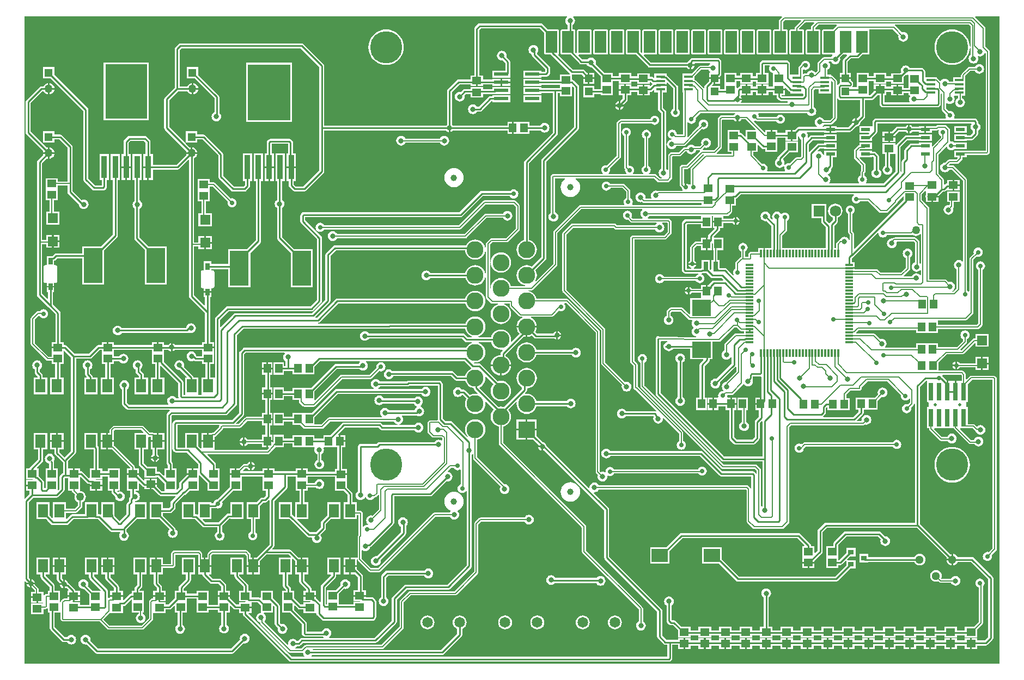
<source format=gtl>
G04*
G04 #@! TF.GenerationSoftware,Altium Limited,Altium Designer,24.3.1 (35)*
G04*
G04 Layer_Physical_Order=1*
G04 Layer_Color=255*
%FSLAX42Y42*%
%MOMM*%
G71*
G04*
G04 #@! TF.SameCoordinates,998AAEF2-78E8-49C1-A84E-A9ECD080E68D*
G04*
G04*
G04 #@! TF.FilePolarity,Positive*
G04*
G01*
G75*
%ADD14C,0.25*%
%ADD18R,1.15X1.35*%
%ADD19R,1.60X1.50*%
%ADD20R,0.74X2.79*%
%ADD21R,1.15X1.45*%
%ADD22R,1.35X1.15*%
%ADD23R,1.45X1.15*%
%ADD24R,1.55X2.10*%
%ADD25R,0.66X1.12*%
%ADD26R,1.20X1.20*%
%ADD27R,1.19X0.30*%
%ADD28R,0.30X1.19*%
%ADD29R,0.80X1.50*%
%ADD30R,3.00X2.50*%
%ADD31R,0.90X0.80*%
%ADD32R,1.46X0.53*%
%ADD33R,2.29X0.56*%
%ADD34R,2.90X5.40*%
%ADD35R,6.60X8.76*%
%ADD36R,0.97X3.81*%
%ADD37R,6.55X8.46*%
%ADD38R,0.97X3.51*%
%ADD39R,2.50X2.00*%
%ADD63R,1.27X1.27*%
%ADD64C,1.27*%
%ADD66C,1.00*%
%ADD68R,1.37X0.46*%
%ADD69C,0.13*%
%ADD70C,0.51*%
%ADD71C,1.29*%
%ADD72C,1.65*%
%ADD73C,5.00*%
%ADD74C,2.63*%
%ADD75R,2.63X2.63*%
%ADD76R,1.73X1.73*%
%ADD77C,1.73*%
%ADD78C,0.70*%
%ADD79C,0.80*%
G36*
X14751Y9963D02*
Y9648D01*
X14739Y9647D01*
X14736Y9681D01*
X14726Y9723D01*
X14709Y9763D01*
X14686Y9800D01*
X14658Y9833D01*
X14625Y9861D01*
X14588Y9884D01*
X14548Y9901D01*
X14506Y9911D01*
X14463Y9914D01*
X14420Y9911D01*
X14378Y9901D01*
X14338Y9884D01*
X14301Y9861D01*
X14268Y9833D01*
X14240Y9800D01*
X14217Y9763D01*
X14200Y9723D01*
X14190Y9681D01*
X14187Y9638D01*
X14190Y9595D01*
X14200Y9553D01*
X14217Y9513D01*
X14240Y9476D01*
X14268Y9443D01*
X14301Y9415D01*
X14338Y9392D01*
X14378Y9375D01*
X14420Y9365D01*
X14463Y9362D01*
X14506Y9365D01*
X14548Y9375D01*
X14588Y9392D01*
X14625Y9415D01*
X14658Y9443D01*
X14686Y9476D01*
X14709Y9513D01*
X14726Y9553D01*
X14736Y9595D01*
X14739Y9629D01*
X14751Y9628D01*
Y9522D01*
X14741Y9513D01*
X14728Y9498D01*
X14721Y9480D01*
X14718Y9460D01*
X14721Y9440D01*
X14728Y9422D01*
X14741Y9407D01*
X14756Y9394D01*
X14774Y9387D01*
X14794Y9384D01*
X14814Y9387D01*
X14832Y9394D01*
X14847Y9407D01*
X14860Y9422D01*
X14867Y9440D01*
X14870Y9460D01*
X14867Y9480D01*
X14863Y9491D01*
X14872Y9500D01*
X14875Y9499D01*
X14895Y9496D01*
X14915Y9499D01*
X14933Y9506D01*
X14948Y9519D01*
X14961Y9534D01*
X14963Y9541D01*
X14979Y9546D01*
X14983Y9544D01*
Y8027D01*
X14611D01*
X14608Y8027D01*
X14493D01*
Y7922D01*
X14544D01*
X14549Y7910D01*
X14528Y7888D01*
X14416D01*
X14404Y7886D01*
X14393Y7879D01*
X14355Y7841D01*
X14352Y7842D01*
X14332Y7839D01*
X14314Y7832D01*
X14299Y7819D01*
X14286Y7804D01*
X14279Y7786D01*
X14276Y7766D01*
X14279Y7746D01*
X14286Y7728D01*
X14299Y7713D01*
X14314Y7700D01*
X14332Y7693D01*
X14352Y7690D01*
X14372Y7693D01*
X14390Y7700D01*
X14405Y7713D01*
X14418Y7728D01*
X14420Y7734D01*
X14456D01*
X14629Y7561D01*
Y6308D01*
X14616Y6304D01*
X14603Y6315D01*
X14585Y6322D01*
X14565Y6325D01*
X14545Y6322D01*
X14527Y6315D01*
X14512Y6302D01*
X14499Y6287D01*
X14492Y6269D01*
X14489Y6249D01*
X14492Y6229D01*
X14499Y6211D01*
X14512Y6196D01*
X14527Y6183D01*
X14533Y6181D01*
Y5883D01*
X14482Y5832D01*
X14467D01*
X14464Y5845D01*
X14468Y5846D01*
X14483Y5859D01*
X14496Y5874D01*
X14503Y5892D01*
X14506Y5912D01*
X14503Y5932D01*
X14496Y5950D01*
X14483Y5965D01*
X14468Y5978D01*
X14450Y5985D01*
X14430Y5988D01*
X14410Y5985D01*
X14405Y5983D01*
X14374Y6014D01*
X14363Y6021D01*
X14351Y6023D01*
X14106D01*
Y7131D01*
X14104Y7143D01*
X14097Y7154D01*
X13991Y7259D01*
Y7349D01*
X14043Y7401D01*
X14052Y7392D01*
Y7336D01*
X14048Y7330D01*
X14045Y7316D01*
X14048Y7301D01*
X14052Y7295D01*
Y7227D01*
X14138D01*
Y7310D01*
X14150D01*
Y7322D01*
X14254D01*
X14321Y7389D01*
X14331D01*
X14346Y7392D01*
X14358Y7400D01*
X14370Y7412D01*
X14382Y7408D01*
Y7407D01*
X14467D01*
Y7490D01*
X14480D01*
D01*
X14467D01*
Y7573D01*
X14382D01*
Y7519D01*
X14368Y7516D01*
X14356Y7507D01*
X14349Y7501D01*
X14337Y7505D01*
Y7568D01*
X14334Y7580D01*
X14327Y7591D01*
X14246Y7672D01*
Y7965D01*
X14369Y8087D01*
X14382Y8083D01*
X14388Y8070D01*
X14399Y8055D01*
X14414Y8044D01*
X14431Y8037D01*
X14449Y8034D01*
X14467Y8037D01*
X14484Y8044D01*
X14487Y8046D01*
X14493Y8049D01*
X14689D01*
Y8154D01*
X14500D01*
X14499Y8155D01*
X14484Y8166D01*
X14467Y8173D01*
X14449Y8176D01*
X14443Y8175D01*
X14431Y8186D01*
Y8348D01*
X14428Y8360D01*
X14421Y8371D01*
X14377Y8415D01*
X14366Y8422D01*
X14354Y8425D01*
X14242D01*
X14229Y8422D01*
X14219Y8415D01*
X14212Y8408D01*
X14067D01*
X14063Y8408D01*
X14059D01*
Y8356D01*
Y8303D01*
X14145D01*
Y8343D01*
X14225D01*
X14237Y8346D01*
X14248Y8353D01*
X14258Y8346D01*
X14254Y8334D01*
X14251Y8316D01*
X14254Y8298D01*
X14261Y8281D01*
X14272Y8266D01*
X14287Y8255D01*
X14290Y8254D01*
Y8231D01*
X14157Y8099D01*
X14145Y8104D01*
Y8154D01*
X13948D01*
Y8140D01*
X13829D01*
X13815Y8137D01*
X13802Y8129D01*
X13730Y8056D01*
X13721Y8044D01*
X13718Y8029D01*
Y7909D01*
X13689Y7879D01*
X13680Y7867D01*
X13677Y7852D01*
Y7699D01*
X13673Y7696D01*
X13660Y7702D01*
Y8084D01*
X13766Y8190D01*
X13948D01*
Y8176D01*
X14145D01*
Y8281D01*
X13948D01*
Y8267D01*
X13749D01*
X13735Y8264D01*
X13722Y8256D01*
X13594Y8127D01*
X13591Y8124D01*
X13578Y8128D01*
Y8145D01*
X13382D01*
Y7979D01*
X13419D01*
Y7794D01*
X13405Y7782D01*
X13392Y7767D01*
X13385Y7749D01*
X13382Y7729D01*
X13385Y7709D01*
X13392Y7691D01*
X13405Y7676D01*
X13420Y7663D01*
X13438Y7656D01*
X13458Y7653D01*
X13478Y7656D01*
X13496Y7663D01*
X13511Y7676D01*
X13524Y7691D01*
X13531Y7709D01*
X13534Y7729D01*
X13531Y7749D01*
X13524Y7767D01*
X13511Y7782D01*
X13497Y7794D01*
Y7979D01*
X13578Y7979D01*
X13582Y7968D01*
Y7702D01*
X13397Y7517D01*
X13124D01*
X13120Y7530D01*
X13129Y7542D01*
X13136Y7559D01*
X13139Y7577D01*
X13136Y7595D01*
X13129Y7612D01*
X13118Y7627D01*
X13103Y7638D01*
X13100Y7639D01*
Y7680D01*
X13105Y7684D01*
X13112Y7695D01*
X13114Y7707D01*
Y7808D01*
X13112Y7820D01*
X13105Y7831D01*
X13026Y7910D01*
X13031Y7922D01*
X13216D01*
Y7936D01*
X13231D01*
X13246Y7921D01*
Y7742D01*
X13232Y7731D01*
X13219Y7715D01*
X13212Y7697D01*
X13209Y7677D01*
X13212Y7658D01*
X13219Y7639D01*
X13232Y7624D01*
X13247Y7612D01*
X13265Y7604D01*
X13285Y7602D01*
X13305Y7604D01*
X13323Y7612D01*
X13338Y7624D01*
X13351Y7639D01*
X13358Y7658D01*
X13361Y7677D01*
X13358Y7697D01*
X13351Y7715D01*
X13338Y7731D01*
X13324Y7742D01*
Y7937D01*
X13321Y7952D01*
X13312Y7964D01*
X13275Y8002D01*
X13262Y8010D01*
X13248Y8013D01*
X13216D01*
Y8027D01*
X13029D01*
X13024Y8039D01*
X13034Y8049D01*
X13097D01*
X13101Y8049D01*
X13216D01*
Y8154D01*
X13019D01*
Y8113D01*
X13008Y8111D01*
X12997Y8104D01*
X12945Y8052D01*
X12938Y8041D01*
X12936Y8029D01*
Y7922D01*
X12938Y7910D01*
X12945Y7899D01*
X13050Y7795D01*
Y7721D01*
X13045Y7716D01*
X13038Y7706D01*
X13036Y7693D01*
Y7639D01*
X13033Y7638D01*
X13018Y7627D01*
X13007Y7612D01*
X13000Y7595D01*
X12997Y7577D01*
X13000Y7559D01*
X13007Y7542D01*
X13016Y7530D01*
X13012Y7517D01*
X12553D01*
X12552Y7522D01*
X12550Y7530D01*
X12562Y7544D01*
X12569Y7562D01*
X12572Y7582D01*
X12569Y7602D01*
X12562Y7620D01*
X12549Y7635D01*
X12534Y7648D01*
X12534Y7661D01*
X12545Y7665D01*
X12560Y7678D01*
X12573Y7693D01*
X12580Y7711D01*
X12583Y7731D01*
X12580Y7750D01*
X12595Y7765D01*
X12604Y7778D01*
X12607Y7793D01*
Y7922D01*
X12671D01*
Y8027D01*
X12475D01*
Y7963D01*
X12462Y7962D01*
X12455Y7980D01*
X12442Y7995D01*
X12427Y8008D01*
X12409Y8015D01*
X12389Y8018D01*
X12374Y8016D01*
X12367Y8027D01*
X12403Y8063D01*
X12475D01*
Y8049D01*
X12671D01*
Y8154D01*
X12475D01*
Y8140D01*
X12386D01*
X12372Y8137D01*
X12359Y8129D01*
X12245Y8014D01*
X12232Y8020D01*
Y8125D01*
X12297Y8190D01*
X12475D01*
Y8176D01*
X12671D01*
Y8281D01*
X12475D01*
Y8267D01*
X12281D01*
X12266Y8264D01*
X12253Y8256D01*
X12225Y8228D01*
X12215Y8236D01*
X12217Y8242D01*
X12220Y8260D01*
X12217Y8278D01*
X12210Y8295D01*
X12202Y8305D01*
X12208Y8318D01*
X12475D01*
Y8303D01*
X12560D01*
Y8356D01*
Y8408D01*
X12475D01*
Y8396D01*
X12447D01*
X12443Y8404D01*
X12443Y8409D01*
X12457Y8420D01*
X12468Y8434D01*
X12574D01*
X12586Y8436D01*
X12597Y8443D01*
X12664Y8510D01*
X12671Y8521D01*
X12673Y8533D01*
Y8836D01*
X12686Y8841D01*
X12701Y8826D01*
X12713Y8818D01*
X12728Y8815D01*
X13032D01*
Y8575D01*
X12989Y8532D01*
X12987Y8533D01*
X12983Y8533D01*
Y8469D01*
X12970D01*
Y8456D01*
X12906D01*
X12906Y8452D01*
X12907Y8450D01*
X12851Y8394D01*
X12671D01*
Y8408D01*
X12586D01*
Y8356D01*
Y8303D01*
X12671D01*
Y8317D01*
X12868D01*
X12882Y8320D01*
X12895Y8328D01*
X12970Y8403D01*
X12970Y8403D01*
X12987Y8405D01*
X13003Y8412D01*
X13017Y8422D01*
X13027Y8436D01*
X13034Y8452D01*
X13036Y8469D01*
X13036Y8469D01*
X13098Y8532D01*
X13107Y8544D01*
X13110Y8559D01*
Y8815D01*
X13206D01*
X13220Y8818D01*
X13233Y8826D01*
X13298Y8891D01*
X13332D01*
Y8757D01*
X13335Y8742D01*
X13343Y8729D01*
X13358Y8715D01*
X13371Y8706D01*
X13386Y8703D01*
X14231D01*
X14246Y8706D01*
X14259Y8715D01*
X14273Y8729D01*
X14282Y8742D01*
X14285Y8757D01*
Y8911D01*
X14298Y8917D01*
X14301Y8915D01*
Y8672D01*
X14303Y8660D01*
X14310Y8649D01*
X14363Y8597D01*
X14361Y8592D01*
X14358Y8574D01*
X14361Y8556D01*
X14366Y8543D01*
X14360Y8530D01*
X13276D01*
X13261Y8527D01*
X13248Y8519D01*
X13234Y8504D01*
X13225Y8491D01*
X13222Y8476D01*
Y8418D01*
X13216Y8408D01*
X13019D01*
Y8303D01*
X13168D01*
X13172Y8292D01*
X13161Y8281D01*
X13019D01*
Y8176D01*
X13216D01*
Y8226D01*
X13288Y8298D01*
X13297Y8310D01*
X13300Y8325D01*
Y8452D01*
X14757D01*
X14764Y8440D01*
X14760Y8436D01*
X14753Y8418D01*
X14750Y8398D01*
X14753Y8378D01*
X14760Y8360D01*
X14773Y8345D01*
X14787Y8333D01*
Y8303D01*
X14751Y8267D01*
X14689D01*
Y8281D01*
X14493D01*
Y8176D01*
X14689D01*
Y8190D01*
X14768D01*
X14782Y8193D01*
X14795Y8201D01*
X14853Y8260D01*
X14862Y8272D01*
X14865Y8287D01*
Y8333D01*
X14879Y8345D01*
X14892Y8360D01*
X14899Y8378D01*
X14902Y8398D01*
X14899Y8418D01*
X14892Y8436D01*
X14879Y8451D01*
X14865Y8463D01*
Y8476D01*
X14862Y8491D01*
X14853Y8504D01*
X14839Y8519D01*
X14826Y8527D01*
X14811Y8530D01*
X14498D01*
X14492Y8543D01*
X14497Y8556D01*
X14500Y8574D01*
X14497Y8592D01*
X14490Y8609D01*
X14479Y8624D01*
X14464Y8635D01*
X14447Y8642D01*
X14429Y8645D01*
X14411Y8642D01*
X14409Y8642D01*
X14365Y8685D01*
Y8764D01*
X14378Y8770D01*
X14388Y8762D01*
X14406Y8755D01*
X14426Y8752D01*
X14446Y8755D01*
X14464Y8762D01*
X14479Y8775D01*
X14492Y8790D01*
X14499Y8808D01*
X14502Y8828D01*
X14499Y8848D01*
X14492Y8866D01*
X14489Y8869D01*
X14495Y8880D01*
X14554D01*
Y8845D01*
X14548Y8843D01*
X14533Y8830D01*
X14520Y8815D01*
X14513Y8797D01*
X14510Y8777D01*
X14513Y8757D01*
X14520Y8739D01*
X14533Y8724D01*
X14548Y8711D01*
X14566Y8704D01*
X14586Y8701D01*
X14606Y8704D01*
X14624Y8711D01*
X14639Y8724D01*
X14652Y8739D01*
X14659Y8757D01*
X14662Y8777D01*
X14659Y8797D01*
X14652Y8815D01*
X14639Y8830D01*
X14624Y8843D01*
X14618Y8845D01*
Y8880D01*
X14665D01*
Y8945D01*
Y9010D01*
Y9137D01*
X14665Y9140D01*
Y9189D01*
X14744Y9268D01*
X14816D01*
X14818Y9262D01*
X14831Y9247D01*
X14846Y9234D01*
X14864Y9227D01*
X14884Y9224D01*
X14904Y9227D01*
X14922Y9234D01*
X14937Y9247D01*
X14950Y9262D01*
X14957Y9280D01*
X14960Y9300D01*
X14957Y9320D01*
X14950Y9338D01*
X14937Y9353D01*
X14922Y9366D01*
X14904Y9373D01*
X14884Y9376D01*
X14864Y9373D01*
X14846Y9366D01*
X14831Y9353D01*
X14818Y9338D01*
X14816Y9332D01*
X14731D01*
X14719Y9330D01*
X14708Y9323D01*
X14610Y9225D01*
X14603Y9214D01*
X14601Y9202D01*
Y9172D01*
X14477D01*
Y9104D01*
X14417D01*
X14415Y9110D01*
X14402Y9125D01*
X14387Y9138D01*
X14369Y9145D01*
X14349Y9148D01*
X14329Y9145D01*
X14311Y9138D01*
X14296Y9125D01*
X14289Y9117D01*
X14273Y9115D01*
X14241Y9147D01*
X14231Y9154D01*
X14225Y9155D01*
Y9172D01*
X14043D01*
Y9259D01*
X14040Y9274D01*
X14031Y9286D01*
X14012Y9305D01*
X14000Y9314D01*
X13985Y9317D01*
X13806D01*
X13794Y9331D01*
X13779Y9344D01*
X13761Y9351D01*
X13741Y9354D01*
X13721Y9351D01*
X13703Y9344D01*
X13688Y9331D01*
X13675Y9316D01*
X13668Y9298D01*
X13665Y9278D01*
X13668Y9258D01*
X13671Y9251D01*
X13654Y9233D01*
X13513D01*
Y9183D01*
X13439D01*
Y9237D01*
X13243D01*
Y9191D01*
X13164D01*
Y9235D01*
X12978D01*
Y9069D01*
X12978D01*
Y9060D01*
X12978D01*
Y9016D01*
X12915D01*
X12915Y9016D01*
X12912Y9028D01*
X12919Y9039D01*
X12922Y9054D01*
Y9075D01*
X12919Y9090D01*
X12910Y9103D01*
X12887Y9126D01*
Y9144D01*
X12802D01*
X12716D01*
Y9076D01*
X12713Y9075D01*
X12701Y9067D01*
X12686Y9052D01*
X12673Y9058D01*
Y9108D01*
X12671Y9120D01*
X12664Y9131D01*
X12610Y9185D01*
X12600Y9192D01*
X12587Y9194D01*
X12578D01*
Y9210D01*
X12521D01*
Y9284D01*
X12527Y9286D01*
X12542Y9299D01*
X12555Y9314D01*
X12562Y9332D01*
X12565Y9352D01*
X12562Y9372D01*
X12555Y9390D01*
X12543Y9404D01*
X12546Y9414D01*
X12546Y9417D01*
X12578D01*
X12580Y9412D01*
X12593Y9396D01*
X12608Y9384D01*
X12626Y9376D01*
X12646Y9374D01*
X12666Y9376D01*
X12684Y9384D01*
X12699Y9396D01*
X12712Y9412D01*
X12719Y9430D01*
X12722Y9449D01*
X12719Y9469D01*
X12717Y9475D01*
X12764Y9522D01*
X12823D01*
X12827Y9510D01*
X12774Y9457D01*
X12766Y9444D01*
X12763Y9430D01*
Y9242D01*
X12716D01*
Y9169D01*
X12802D01*
X12887D01*
Y9242D01*
X12840D01*
Y9414D01*
X12892Y9465D01*
X12992D01*
X13007Y9468D01*
X13019Y9476D01*
X13065Y9522D01*
X13153D01*
X13163Y9524D01*
X13171Y9530D01*
X13177Y9538D01*
X13179Y9548D01*
Y9888D01*
X13177Y9898D01*
X13174Y9903D01*
X13178Y9914D01*
X13179Y9916D01*
X13541D01*
X13631Y9825D01*
X13629Y9820D01*
X13626Y9800D01*
X13629Y9780D01*
X13636Y9762D01*
X13649Y9747D01*
X13664Y9734D01*
X13682Y9727D01*
X13702Y9724D01*
X13722Y9727D01*
X13740Y9734D01*
X13755Y9747D01*
X13768Y9762D01*
X13775Y9780D01*
X13778Y9800D01*
X13775Y9820D01*
X13768Y9838D01*
X13755Y9853D01*
X13740Y9866D01*
X13722Y9873D01*
X13702Y9876D01*
X13682Y9873D01*
X13677Y9871D01*
X13577Y9971D01*
X13571Y9975D01*
X13575Y9988D01*
X14727D01*
X14751Y9963D01*
D02*
G37*
G36*
X13153Y9548D02*
X12973D01*
Y9888D01*
X13153D01*
Y9548D01*
D02*
G37*
G36*
X12899D02*
X12719D01*
Y9888D01*
X12899D01*
Y9548D01*
D02*
G37*
G36*
X12645D02*
X12465D01*
Y9888D01*
X12645D01*
Y9548D01*
D02*
G37*
G36*
X12391D02*
X12211D01*
Y9888D01*
X12391D01*
Y9548D01*
D02*
G37*
G36*
X12137D02*
X11957D01*
Y9888D01*
X12137D01*
Y9548D01*
D02*
G37*
G36*
X11883D02*
X11703D01*
Y9888D01*
X11883D01*
Y9548D01*
D02*
G37*
G36*
X9851D02*
X9671D01*
Y9888D01*
X9851D01*
Y9548D01*
D02*
G37*
G36*
X9597D02*
X9417D01*
Y9888D01*
X9597D01*
Y9548D01*
D02*
G37*
G36*
X8835D02*
X8655D01*
Y9888D01*
X8835D01*
Y9548D01*
D02*
G37*
G36*
X8581D02*
X8401D01*
Y9888D01*
X8581D01*
Y9548D01*
D02*
G37*
G36*
X8327D02*
X8147D01*
Y9888D01*
X8327D01*
Y9548D01*
D02*
G37*
G36*
X11818Y10107D02*
X11779Y10068D01*
X11772Y10057D01*
X11770Y10045D01*
Y9914D01*
X11703D01*
X11693Y9912D01*
X11685Y9906D01*
X11679Y9898D01*
X11677Y9888D01*
Y9548D01*
X11679Y9538D01*
X11685Y9530D01*
X11693Y9524D01*
X11703Y9522D01*
X11883D01*
X11893Y9524D01*
X11901Y9530D01*
X11907Y9538D01*
X11909Y9548D01*
Y9888D01*
X11907Y9898D01*
X11901Y9906D01*
X11893Y9912D01*
X11883Y9914D01*
X11834D01*
Y10032D01*
X11864Y10062D01*
X12109D01*
X12114Y10049D01*
X12023Y9958D01*
X12016Y9947D01*
X12014Y9935D01*
Y9914D01*
X11957D01*
X11947Y9912D01*
X11939Y9906D01*
X11933Y9898D01*
X11931Y9888D01*
Y9548D01*
X11933Y9538D01*
X11939Y9530D01*
X11947Y9524D01*
X11957Y9522D01*
X12137D01*
X12147Y9524D01*
X12155Y9530D01*
X12161Y9538D01*
X12163Y9548D01*
Y9888D01*
X12161Y9898D01*
X12155Y9906D01*
X12147Y9912D01*
X12137Y9914D01*
X12089D01*
X12083Y9927D01*
X12170Y10013D01*
X12172Y10016D01*
X12181Y10026D01*
X12315D01*
X12320Y10014D01*
X12278Y9972D01*
X12271Y9961D01*
X12269Y9949D01*
Y9914D01*
X12211D01*
X12201Y9912D01*
X12193Y9906D01*
X12187Y9898D01*
X12185Y9888D01*
Y9548D01*
X12187Y9538D01*
X12193Y9530D01*
X12201Y9524D01*
X12211Y9522D01*
X12391D01*
X12401Y9524D01*
X12409Y9530D01*
X12415Y9538D01*
X12417Y9548D01*
Y9888D01*
X12415Y9898D01*
X12409Y9906D01*
X12401Y9912D01*
X12391Y9914D01*
X12333D01*
Y9936D01*
X12385Y9988D01*
X12667D01*
X12671Y9975D01*
X12665Y9971D01*
X12608Y9914D01*
X12465D01*
X12455Y9912D01*
X12447Y9906D01*
X12441Y9898D01*
X12439Y9888D01*
Y9548D01*
X12441Y9538D01*
X12447Y9530D01*
X12455Y9524D01*
X12465Y9522D01*
X12597D01*
X12601Y9509D01*
X12593Y9503D01*
X12580Y9487D01*
X12578Y9482D01*
X12470D01*
X12458Y9479D01*
X12447Y9472D01*
X12380Y9405D01*
X12373Y9394D01*
X12371Y9382D01*
Y9273D01*
X12344Y9247D01*
X12332Y9248D01*
X12327Y9253D01*
X12312Y9266D01*
X12294Y9273D01*
X12274Y9276D01*
X12254Y9273D01*
X12236Y9266D01*
X12221Y9253D01*
X12208Y9238D01*
X12205Y9229D01*
X12177D01*
X12165Y9227D01*
X12154Y9220D01*
X12151Y9217D01*
X12139Y9222D01*
Y9285D01*
X12152Y9292D01*
X12164Y9287D01*
X12182Y9284D01*
X12200Y9287D01*
X12217Y9294D01*
X12232Y9305D01*
X12243Y9320D01*
X12250Y9337D01*
X12253Y9355D01*
X12250Y9373D01*
X12243Y9390D01*
X12232Y9405D01*
X12217Y9416D01*
X12200Y9423D01*
X12182Y9426D01*
X12164Y9423D01*
X12147Y9416D01*
X12132Y9405D01*
X12121Y9390D01*
X12114Y9373D01*
X12113Y9366D01*
X12084Y9337D01*
X12077Y9326D01*
X12075Y9314D01*
Y9210D01*
X11951D01*
X11941Y9217D01*
Y9379D01*
X11938Y9394D01*
X11929Y9407D01*
X11915Y9421D01*
X11902Y9430D01*
X11887Y9433D01*
X11525D01*
X11510Y9430D01*
X11497Y9421D01*
X11483Y9407D01*
X11474Y9394D01*
X11471Y9379D01*
Y9237D01*
X11412D01*
Y9183D01*
X11361D01*
Y9237D01*
X11165D01*
Y9192D01*
X11109D01*
Y9236D01*
X10924D01*
Y9070D01*
X10924D01*
Y9061D01*
X10924D01*
Y8985D01*
X10855D01*
Y9032D01*
X10730D01*
X10725Y9044D01*
X10750Y9069D01*
X10751Y9071D01*
X10757D01*
Y9144D01*
X10684D01*
Y9113D01*
X10624Y9052D01*
X10615Y9040D01*
X10612Y9025D01*
Y9005D01*
X10599Y9000D01*
X10478Y9122D01*
X10467Y9129D01*
X10461Y9130D01*
Y9183D01*
X10566Y9288D01*
X10673D01*
X10676Y9278D01*
X10689Y9263D01*
X10699Y9255D01*
X10694Y9242D01*
X10684D01*
Y9169D01*
X10770D01*
X10855D01*
Y9187D01*
X10863Y9195D01*
X10872Y9208D01*
X10874Y9223D01*
Y9414D01*
X10872Y9429D01*
X10863Y9442D01*
X10848Y9457D01*
X10836Y9465D01*
X10821Y9468D01*
X10424D01*
X10409Y9465D01*
X10396Y9457D01*
X10382Y9442D01*
X10373Y9429D01*
X10371Y9420D01*
X10358Y9414D01*
X10345Y9404D01*
X10342Y9400D01*
X9780D01*
X9670Y9510D01*
X9676Y9522D01*
X9851D01*
X9861Y9524D01*
X9869Y9530D01*
X9875Y9538D01*
X9877Y9548D01*
Y9888D01*
X9875Y9898D01*
X9869Y9906D01*
X9861Y9912D01*
X9851Y9914D01*
X9671D01*
X9661Y9912D01*
X9653Y9906D01*
X9647Y9898D01*
X9645Y9888D01*
Y9553D01*
X9633Y9547D01*
X9623Y9557D01*
Y9888D01*
X9621Y9898D01*
X9615Y9906D01*
X9607Y9912D01*
X9597Y9914D01*
X9417D01*
X9407Y9912D01*
X9399Y9906D01*
X9393Y9898D01*
X9391Y9888D01*
Y9548D01*
X9393Y9538D01*
X9399Y9530D01*
X9407Y9524D01*
X9417Y9522D01*
X9548D01*
X9736Y9334D01*
X9749Y9325D01*
X9764Y9322D01*
X10336D01*
X10345Y9311D01*
X10358Y9300D01*
X10374Y9294D01*
X10379Y9293D01*
Y9357D01*
X10391D01*
Y9370D01*
X10456D01*
X10455Y9374D01*
X10454Y9378D01*
X10462Y9391D01*
X10695D01*
X10699Y9378D01*
X10689Y9369D01*
X10676Y9354D01*
X10676Y9352D01*
X10553D01*
X10540Y9350D01*
X10530Y9343D01*
X10415Y9228D01*
X10273D01*
Y9132D01*
Y9067D01*
Y9002D01*
Y8937D01*
X10281D01*
Y8278D01*
X10189D01*
X10184Y8284D01*
X10181Y8302D01*
X10174Y8319D01*
X10163Y8334D01*
X10148Y8345D01*
X10131Y8352D01*
X10113Y8355D01*
X10095Y8352D01*
X10078Y8345D01*
X10063Y8334D01*
X10052Y8319D01*
X10045Y8302D01*
X10042Y8284D01*
X10045Y8266D01*
X10052Y8249D01*
X10063Y8234D01*
X10078Y8223D01*
X10095Y8216D01*
X10101Y8215D01*
X10101Y8202D01*
X10085Y8200D01*
X10067Y8193D01*
X10052Y8180D01*
X10039Y8165D01*
X10032Y8147D01*
X10029Y8127D01*
X10032Y8107D01*
X10039Y8089D01*
X10052Y8074D01*
X10067Y8061D01*
X10085Y8054D01*
X10105Y8051D01*
X10125Y8054D01*
X10143Y8061D01*
X10158Y8074D01*
X10171Y8089D01*
X10175Y8100D01*
X10293D01*
X10305Y8102D01*
X10316Y8109D01*
X10472Y8265D01*
X10474Y8269D01*
X10572Y8366D01*
X10577Y8364D01*
X10597Y8361D01*
X10616Y8364D01*
X10635Y8371D01*
X10650Y8384D01*
X10662Y8399D01*
X10670Y8417D01*
X10672Y8437D01*
X10670Y8457D01*
X10662Y8475D01*
X10650Y8490D01*
X10635Y8503D01*
X10616Y8510D01*
X10597Y8513D01*
X10577Y8510D01*
X10559Y8503D01*
X10543Y8490D01*
X10531Y8475D01*
X10524Y8457D01*
X10521Y8437D01*
X10524Y8417D01*
X10526Y8412D01*
X10426Y8312D01*
X10423Y8308D01*
X10356Y8241D01*
X10344Y8247D01*
X10345Y8253D01*
Y8464D01*
X10358Y8469D01*
X10360Y8466D01*
X10375Y8455D01*
X10392Y8448D01*
X10410Y8445D01*
X10428Y8448D01*
X10445Y8455D01*
X10460Y8466D01*
X10471Y8481D01*
X10478Y8498D01*
X10481Y8516D01*
X10478Y8534D01*
X10477Y8537D01*
X10550Y8611D01*
X11083D01*
X11088Y8598D01*
X11079Y8592D01*
X11069Y8578D01*
X11069Y8577D01*
X10878D01*
X10866Y8575D01*
X10855Y8568D01*
X10828Y8541D01*
X10821Y8530D01*
X10819Y8518D01*
Y8096D01*
X10760Y8037D01*
X10589D01*
X10584Y8050D01*
X10611Y8077D01*
X10616Y8075D01*
X10636Y8072D01*
X10656Y8075D01*
X10674Y8082D01*
X10689Y8095D01*
X10702Y8110D01*
X10709Y8128D01*
X10712Y8148D01*
X10709Y8168D01*
X10702Y8186D01*
X10689Y8201D01*
X10674Y8214D01*
X10656Y8221D01*
X10636Y8224D01*
X10616Y8221D01*
X10598Y8214D01*
X10583Y8201D01*
X10570Y8186D01*
X10563Y8168D01*
X10560Y8148D01*
X10563Y8128D01*
X10565Y8123D01*
X10539Y8096D01*
X10463D01*
X10459Y8101D01*
X10444Y8114D01*
X10426Y8121D01*
X10406Y8124D01*
X10386Y8121D01*
X10368Y8114D01*
X10353Y8101D01*
X10340Y8086D01*
X10338Y8080D01*
X10301D01*
X10289Y8078D01*
X10278Y8071D01*
X10212Y8004D01*
X10102D01*
X10090Y8002D01*
X10079Y7995D01*
X10057Y7973D01*
X10050Y7962D01*
X10048Y7950D01*
Y7733D01*
X10035Y7728D01*
X10029Y7735D01*
X10016Y7746D01*
Y8631D01*
X10013Y8646D01*
X10004Y8658D01*
X9966Y8697D01*
Y8937D01*
X10022D01*
Y9002D01*
Y9037D01*
X9928D01*
Y9063D01*
X10022D01*
Y9087D01*
X10033Y9092D01*
X10124Y9001D01*
Y8683D01*
X10124Y8683D01*
X10109Y8672D01*
X10098Y8657D01*
X10091Y8640D01*
X10088Y8622D01*
X10091Y8604D01*
X10098Y8587D01*
X10109Y8572D01*
X10124Y8561D01*
X10141Y8554D01*
X10159Y8551D01*
X10177Y8554D01*
X10194Y8561D01*
X10209Y8572D01*
X10220Y8587D01*
X10227Y8604D01*
X10230Y8622D01*
X10227Y8640D01*
X10220Y8657D01*
X10209Y8672D01*
X10202Y8677D01*
Y9017D01*
X10199Y9032D01*
X10190Y9045D01*
X10037Y9198D01*
X10025Y9207D01*
X10022Y9207D01*
Y9228D01*
X9834D01*
Y9168D01*
X9823Y9163D01*
X9821Y9163D01*
X9816Y9168D01*
X9803Y9176D01*
X9788Y9179D01*
X9761D01*
Y9233D01*
X9565D01*
Y9183D01*
X9478D01*
Y9237D01*
X9282D01*
Y9191D01*
X9190D01*
Y9235D01*
X9059D01*
X8920Y9374D01*
X8923Y9382D01*
X8926Y9402D01*
X8923Y9422D01*
X8916Y9440D01*
X8903Y9455D01*
X8888Y9468D01*
X8870Y9475D01*
X8850Y9478D01*
X8830Y9475D01*
X8812Y9468D01*
X8797Y9455D01*
X8792Y9449D01*
X8714D01*
X8653Y9510D01*
X8654Y9512D01*
X8659Y9522D01*
X8835D01*
X8845Y9524D01*
X8853Y9530D01*
X8859Y9538D01*
X8861Y9548D01*
Y9888D01*
X8859Y9898D01*
X8853Y9906D01*
X8845Y9912D01*
X8835Y9914D01*
X8655D01*
X8645Y9912D01*
X8637Y9906D01*
X8631Y9898D01*
X8629Y9888D01*
Y9552D01*
X8619Y9547D01*
X8617Y9546D01*
X8607Y9556D01*
Y9888D01*
X8605Y9898D01*
X8599Y9906D01*
X8591Y9912D01*
X8581Y9914D01*
X8563D01*
Y9982D01*
X8577Y9994D01*
X8590Y10009D01*
X8597Y10027D01*
X8600Y10047D01*
X8597Y10067D01*
X8590Y10085D01*
X8577Y10100D01*
X8570Y10107D01*
X8574Y10119D01*
X11812D01*
X11818Y10107D01*
D02*
G37*
G36*
X13787Y9205D02*
Y9066D01*
X13787Y9062D01*
X13787D01*
Y9053D01*
X13787D01*
Y9003D01*
X13709D01*
Y9053D01*
X13623D01*
Y8970D01*
Y8888D01*
X13709D01*
Y8925D01*
X13787D01*
Y8887D01*
X13804D01*
X13810Y8875D01*
X13804Y8868D01*
X13797Y8849D01*
X13794Y8830D01*
X13797Y8810D01*
X13804Y8794D01*
X13799Y8781D01*
X13410D01*
Y8891D01*
X13439D01*
Y8945D01*
X13513D01*
Y8888D01*
X13598D01*
Y8970D01*
Y9053D01*
X13513D01*
Y9023D01*
X13439D01*
Y9057D01*
X13354D01*
Y8974D01*
X13341D01*
Y8962D01*
X13243D01*
Y8946D01*
X13189Y8893D01*
X13176D01*
X13164Y8894D01*
Y9060D01*
X13164D01*
Y9069D01*
X13164D01*
Y9113D01*
X13243D01*
Y9071D01*
X13439D01*
Y9105D01*
X13513D01*
Y9068D01*
X13709D01*
Y9178D01*
X13733Y9203D01*
X13741Y9202D01*
X13761Y9205D01*
X13775Y9211D01*
X13787Y9205D01*
D02*
G37*
G36*
X8478Y10107D02*
X8471Y10100D01*
X8458Y10085D01*
X8451Y10067D01*
X8448Y10047D01*
X8451Y10027D01*
X8458Y10009D01*
X8471Y9994D01*
X8485Y9982D01*
Y9914D01*
X8401D01*
X8391Y9912D01*
X8383Y9906D01*
X8377Y9898D01*
X8375Y9888D01*
Y9548D01*
X8377Y9538D01*
X8383Y9530D01*
X8391Y9524D01*
X8401Y9522D01*
X8531D01*
X8670Y9383D01*
X8683Y9374D01*
X8698Y9371D01*
X8782D01*
X8784Y9364D01*
X8797Y9349D01*
X8812Y9336D01*
X8830Y9329D01*
X8850Y9326D01*
X8857Y9327D01*
X9004Y9180D01*
Y9072D01*
X9004Y9069D01*
Y9060D01*
X9004Y9056D01*
Y8985D01*
X8899D01*
Y9032D01*
X8728D01*
Y8861D01*
X8899D01*
Y8908D01*
X9004D01*
Y8894D01*
X9190D01*
Y9056D01*
X9190Y9060D01*
Y9069D01*
X9190Y9072D01*
Y9113D01*
X9282D01*
Y9071D01*
X9478D01*
Y9105D01*
X9565D01*
Y9068D01*
X9761D01*
Y9097D01*
X9774Y9100D01*
X9786Y9088D01*
X9799Y9079D01*
X9800Y9076D01*
X9802Y9066D01*
X9773Y9037D01*
X9761Y9042D01*
Y9053D01*
X9676D01*
Y8970D01*
Y8888D01*
X9761D01*
Y8942D01*
X9771D01*
X9786Y8945D01*
X9799Y8953D01*
X9822Y8976D01*
X9834Y8971D01*
Y8937D01*
X9889D01*
Y8680D01*
X9892Y8666D01*
X9900Y8653D01*
X9938Y8615D01*
Y7747D01*
X9923Y7735D01*
X9910Y7720D01*
X9903Y7702D01*
X9900Y7682D01*
X9903Y7662D01*
X9910Y7644D01*
X9923Y7629D01*
X9938Y7616D01*
X9949Y7612D01*
X9946Y7599D01*
X9916D01*
X9864Y7652D01*
X9853Y7659D01*
X9841Y7661D01*
X9755D01*
X9750Y7674D01*
X9757Y7679D01*
X9768Y7694D01*
X9775Y7711D01*
X9778Y7729D01*
X9775Y7747D01*
X9768Y7764D01*
X9757Y7779D01*
X9742Y7790D01*
X9740Y7791D01*
Y8221D01*
X9743Y8222D01*
X9758Y8233D01*
X9769Y8248D01*
X9776Y8265D01*
X9779Y8283D01*
X9776Y8301D01*
X9769Y8318D01*
X9758Y8333D01*
X9743Y8344D01*
X9726Y8351D01*
X9708Y8354D01*
X9690Y8351D01*
X9673Y8344D01*
X9658Y8333D01*
X9647Y8318D01*
X9640Y8301D01*
X9637Y8283D01*
X9640Y8265D01*
X9647Y8248D01*
X9658Y8233D01*
X9673Y8222D01*
X9676Y8221D01*
Y7792D01*
X9672Y7790D01*
X9657Y7779D01*
X9646Y7764D01*
X9639Y7747D01*
X9636Y7729D01*
X9639Y7711D01*
X9646Y7694D01*
X9657Y7679D01*
X9664Y7674D01*
X9659Y7661D01*
X9502D01*
X9498Y7674D01*
X9498Y7674D01*
X9509Y7689D01*
X9516Y7706D01*
X9519Y7724D01*
X9516Y7742D01*
X9509Y7759D01*
X9498Y7774D01*
X9483Y7785D01*
X9466Y7792D01*
X9448Y7795D01*
X9442Y7794D01*
X9429Y7805D01*
Y8251D01*
X9432Y8252D01*
X9447Y8263D01*
X9458Y8278D01*
X9465Y8295D01*
X9468Y8313D01*
X9465Y8331D01*
X9458Y8348D01*
X9447Y8363D01*
X9432Y8374D01*
X9415Y8381D01*
X9397Y8384D01*
X9379Y8381D01*
X9362Y8374D01*
X9347Y8363D01*
X9336Y8348D01*
X9329Y8331D01*
X9326Y8313D01*
X9329Y8295D01*
X9336Y8278D01*
X9347Y8263D01*
X9362Y8252D01*
X9365Y8251D01*
Y7765D01*
X9367Y7753D01*
X9374Y7742D01*
X9379Y7737D01*
X9377Y7724D01*
X9380Y7706D01*
X9387Y7689D01*
X9398Y7674D01*
X9398Y7674D01*
X9394Y7661D01*
X9121D01*
X9117Y7674D01*
X9126Y7681D01*
X9137Y7696D01*
X9144Y7713D01*
X9147Y7731D01*
X9144Y7749D01*
X9143Y7752D01*
X9282Y7891D01*
X9283Y7891D01*
X9293Y7898D01*
X9301Y7906D01*
X9308Y7916D01*
X9310Y7928D01*
Y8437D01*
X9323Y8450D01*
X9788D01*
X9788Y8449D01*
X9803Y8438D01*
X9820Y8431D01*
X9838Y8428D01*
X9856Y8431D01*
X9873Y8438D01*
X9888Y8449D01*
X9899Y8464D01*
X9906Y8481D01*
X9909Y8499D01*
X9906Y8517D01*
X9899Y8534D01*
X9888Y8549D01*
X9873Y8560D01*
X9856Y8567D01*
X9838Y8570D01*
X9820Y8567D01*
X9803Y8560D01*
X9788Y8549D01*
X9777Y8534D01*
X9770Y8517D01*
X9769Y8514D01*
X9310D01*
X9298Y8512D01*
X9287Y8505D01*
X9255Y8473D01*
X9248Y8462D01*
X9246Y8450D01*
Y7946D01*
X9243Y7944D01*
X9097Y7798D01*
X9094Y7799D01*
X9076Y7802D01*
X9058Y7799D01*
X9041Y7792D01*
X9026Y7781D01*
X9015Y7766D01*
X9008Y7749D01*
X9005Y7731D01*
X9008Y7713D01*
X9015Y7696D01*
X9026Y7681D01*
X9035Y7674D01*
X9031Y7661D01*
X8263D01*
X8251Y7659D01*
X8241Y7652D01*
X8233Y7644D01*
X8226Y7634D01*
X8224Y7622D01*
Y7063D01*
X8212Y7053D01*
X8199Y7038D01*
X8192Y7020D01*
X8189Y7000D01*
X8192Y6980D01*
X8199Y6962D01*
X8212Y6947D01*
X8227Y6934D01*
X8245Y6927D01*
X8265Y6924D01*
X8285Y6927D01*
X8303Y6934D01*
X8318Y6947D01*
X8331Y6962D01*
X8338Y6980D01*
X8341Y7000D01*
X8338Y7020D01*
X8331Y7038D01*
X8318Y7053D01*
X8303Y7066D01*
X8288Y7071D01*
Y7597D01*
X8444D01*
X8447Y7584D01*
X8445Y7583D01*
X8422Y7564D01*
X8403Y7541D01*
X8389Y7515D01*
X8380Y7487D01*
X8378Y7457D01*
X8380Y7428D01*
X8389Y7400D01*
X8403Y7374D01*
X8422Y7351D01*
X8445Y7332D01*
X8471Y7318D01*
X8499Y7309D01*
X8528Y7307D01*
X8558Y7309D01*
X8586Y7318D01*
X8612Y7332D01*
X8635Y7351D01*
X8654Y7374D01*
X8668Y7400D01*
X8676Y7428D01*
X8679Y7457D01*
X8676Y7487D01*
X8668Y7515D01*
X8654Y7541D01*
X8635Y7564D01*
X8612Y7583D01*
X8610Y7584D01*
X8613Y7597D01*
X9828D01*
X9880Y7544D01*
X9891Y7537D01*
X9903Y7535D01*
X10038D01*
X10050Y7537D01*
X10061Y7544D01*
X10103Y7586D01*
X10110Y7597D01*
X10112Y7609D01*
Y7937D01*
X10115Y7940D01*
X10225D01*
X10237Y7942D01*
X10248Y7949D01*
X10314Y8016D01*
X10338D01*
X10340Y8010D01*
X10353Y7995D01*
X10368Y7982D01*
X10386Y7975D01*
X10406Y7972D01*
X10426Y7975D01*
X10444Y7982D01*
X10459Y7995D01*
X10472Y8010D01*
X10479Y8028D01*
X10479Y8032D01*
X10540D01*
X10545Y8019D01*
X10334Y7807D01*
X10268D01*
X10256Y7805D01*
X10246Y7798D01*
X10238Y7790D01*
X10231Y7780D01*
X10229Y7768D01*
Y7497D01*
X10231Y7485D01*
X10238Y7474D01*
X10259Y7453D01*
X10263Y7432D01*
X10274Y7416D01*
X10269Y7403D01*
X9896D01*
X9883Y7401D01*
X9881Y7399D01*
X9874Y7402D01*
X9854Y7405D01*
X9834Y7402D01*
X9816Y7395D01*
X9801Y7382D01*
X9788Y7367D01*
X9781Y7349D01*
X9778Y7329D01*
X9781Y7309D01*
X9788Y7293D01*
X9783Y7281D01*
X9783Y7280D01*
X9705D01*
X9694Y7293D01*
X9695Y7301D01*
X9692Y7321D01*
X9685Y7339D01*
X9672Y7354D01*
X9657Y7367D01*
X9639Y7374D01*
X9619Y7377D01*
X9599Y7374D01*
X9581Y7367D01*
X9566Y7354D01*
X9553Y7339D01*
X9546Y7321D01*
X9543Y7301D01*
X9546Y7281D01*
X9553Y7263D01*
X9566Y7248D01*
X9581Y7235D01*
X9599Y7228D01*
X9619Y7225D01*
X9639Y7228D01*
X9644Y7230D01*
X9649Y7225D01*
X9660Y7218D01*
X9672Y7215D01*
X10570D01*
Y7181D01*
X9494D01*
X9488Y7193D01*
X9489Y7194D01*
X9496Y7211D01*
X9499Y7229D01*
X9496Y7247D01*
X9489Y7264D01*
X9478Y7279D01*
X9463Y7290D01*
X9460Y7291D01*
Y7403D01*
X9458Y7415D01*
X9451Y7426D01*
X9374Y7503D01*
X9363Y7510D01*
X9351Y7512D01*
X9148D01*
X9138Y7525D01*
X9123Y7536D01*
X9106Y7543D01*
X9088Y7546D01*
X9070Y7543D01*
X9053Y7536D01*
X9038Y7525D01*
X9027Y7510D01*
X9020Y7493D01*
X9017Y7475D01*
X9020Y7457D01*
X9027Y7440D01*
X9038Y7425D01*
X9053Y7414D01*
X9070Y7407D01*
X9088Y7404D01*
X9106Y7407D01*
X9123Y7414D01*
X9138Y7425D01*
X9149Y7440D01*
X9152Y7448D01*
X9338D01*
X9396Y7390D01*
Y7291D01*
X9393Y7290D01*
X9378Y7279D01*
X9367Y7264D01*
X9360Y7247D01*
X9357Y7229D01*
X9360Y7211D01*
X9367Y7194D01*
X9368Y7193D01*
X9362Y7181D01*
X8685D01*
X8673Y7179D01*
X8662Y7172D01*
X8271Y6781D01*
X8264Y6770D01*
X8262Y6758D01*
Y6267D01*
X7993Y5999D01*
X7983Y6006D01*
X7994Y6027D01*
X8003Y6057D01*
X8006Y6087D01*
X8003Y6118D01*
X7994Y6148D01*
X7983Y6167D01*
X8141Y6326D01*
X8150Y6338D01*
X8153Y6353D01*
Y7860D01*
X8650Y8358D01*
X8659Y8370D01*
X8662Y8385D01*
Y9021D01*
X8659Y9036D01*
X8650Y9048D01*
X8577Y9122D01*
X8565Y9130D01*
X8552Y9133D01*
Y9203D01*
X8552Y9213D01*
X8560Y9213D01*
X8702D01*
X8728Y9187D01*
Y9169D01*
X8801D01*
Y9242D01*
X8783D01*
X8746Y9279D01*
X8733Y9288D01*
X8718Y9291D01*
X8567D01*
X8344Y9514D01*
X8345Y9530D01*
X8351Y9538D01*
X8353Y9548D01*
Y9888D01*
X8351Y9898D01*
X8345Y9906D01*
X8337Y9912D01*
X8327Y9914D01*
X8179D01*
X8096Y9996D01*
X8084Y10005D01*
X8069Y10008D01*
X7118D01*
X7103Y10005D01*
X7091Y9996D01*
X7046Y9952D01*
X7038Y9940D01*
X7035Y9925D01*
Y9199D01*
X6976D01*
Y9136D01*
X6789D01*
X6774Y9133D01*
X6762Y9124D01*
X6623Y8985D01*
X6614Y8973D01*
X6611Y8958D01*
Y8435D01*
X6603Y8429D01*
X6597Y8420D01*
X4703D01*
Y9345D01*
X4700Y9360D01*
X4691Y9372D01*
X4377Y9686D01*
X4365Y9695D01*
X4350Y9698D01*
X2468D01*
X2453Y9695D01*
X2441Y9686D01*
X2389Y9635D01*
X2381Y9622D01*
X2378Y9608D01*
Y9008D01*
X2226Y8855D01*
X2217Y8843D01*
X2214Y8828D01*
Y8379D01*
X2217Y8365D01*
X2226Y8352D01*
X2557Y8020D01*
X2555Y8014D01*
X2554Y8004D01*
X2629D01*
Y8079D01*
X2618Y8077D01*
X2612Y8075D01*
X2547Y8141D01*
X2554Y8151D01*
X2565Y8151D01*
X2731D01*
Y8201D01*
X2809D01*
X3054Y7956D01*
Y7623D01*
X3057Y7608D01*
X3066Y7596D01*
X3258Y7404D01*
X3270Y7395D01*
X3285Y7392D01*
X3463D01*
X3478Y7395D01*
X3490Y7404D01*
X3535Y7448D01*
X3544Y7461D01*
X3547Y7476D01*
Y7554D01*
X3581D01*
Y7986D01*
X3434D01*
Y7554D01*
X3469D01*
Y7492D01*
X3447Y7470D01*
X3301D01*
X3132Y7639D01*
Y7972D01*
X3129Y7987D01*
X3120Y7999D01*
X2853Y8267D01*
X2840Y8276D01*
X2825Y8279D01*
X2731D01*
Y8329D01*
X2553D01*
Y8163D01*
X2553Y8153D01*
X2542Y8145D01*
X2292Y8396D01*
Y8812D01*
X2433Y8953D01*
X2574D01*
X2577Y8947D01*
X2591Y8928D01*
X2609Y8914D01*
X2631Y8905D01*
X2642Y8904D01*
Y8992D01*
Y9080D01*
X2631Y9078D01*
X2609Y9069D01*
X2591Y9055D01*
X2577Y9036D01*
X2574Y9030D01*
X2455D01*
Y9592D01*
X2484Y9620D01*
X4334D01*
X4625Y9329D01*
Y8381D01*
Y7720D01*
X4377Y7472D01*
X4260D01*
X4227Y7505D01*
Y7554D01*
X4262D01*
Y7757D01*
X4115D01*
Y7554D01*
X4150D01*
Y7489D01*
X4153Y7474D01*
X4161Y7461D01*
X4217Y7406D01*
X4229Y7397D01*
X4244Y7394D01*
X4393D01*
X4408Y7397D01*
X4420Y7406D01*
X4691Y7677D01*
X4700Y7689D01*
X4703Y7704D01*
Y8342D01*
X6598D01*
X6603Y8335D01*
X6617Y8325D01*
X6633Y8318D01*
X6637Y8318D01*
Y8382D01*
X6663D01*
Y8318D01*
X6667Y8318D01*
X6683Y8325D01*
X6697Y8335D01*
X6702Y8342D01*
X7551D01*
Y8288D01*
X7621D01*
Y8381D01*
Y8474D01*
X7551D01*
Y8420D01*
X6703D01*
X6697Y8429D01*
X6689Y8435D01*
Y8942D01*
X6805Y9058D01*
X6976D01*
Y9033D01*
X7061D01*
Y9116D01*
X7087D01*
Y9033D01*
X7172D01*
Y9056D01*
X7315D01*
Y9036D01*
X7442D01*
Y9090D01*
Y9143D01*
X7315D01*
Y9134D01*
X7172D01*
Y9199D01*
X7113D01*
Y9909D01*
X7134Y9930D01*
X8053D01*
X8121Y9862D01*
Y9548D01*
X8123Y9538D01*
X8129Y9530D01*
X8137Y9524D01*
X8147Y9522D01*
X8226D01*
X8521Y9227D01*
X8520Y9219D01*
X8517Y9214D01*
X8366D01*
Y9129D01*
X8077D01*
Y9143D01*
X7798D01*
Y9036D01*
X8077D01*
Y9051D01*
X8364D01*
X8366Y9039D01*
X8366Y9039D01*
X8366Y9039D01*
Y9002D01*
X8077D01*
Y9016D01*
X7798D01*
Y8909D01*
X8077D01*
Y8924D01*
X8253D01*
Y8310D01*
X7821Y7878D01*
X7812Y7865D01*
X7809Y7850D01*
Y6639D01*
X7788Y6633D01*
X7761Y6618D01*
X7737Y6599D01*
X7717Y6575D01*
X7703Y6548D01*
X7694Y6518D01*
X7691Y6487D01*
X7694Y6457D01*
X7703Y6427D01*
X7717Y6400D01*
X7737Y6376D01*
X7761Y6356D01*
X7788Y6342D01*
X7818Y6333D01*
X7848Y6330D01*
X7879Y6333D01*
X7909Y6342D01*
X7936Y6356D01*
X7960Y6376D01*
X7979Y6400D01*
X7994Y6427D01*
X8003Y6457D01*
X8006Y6487D01*
X8003Y6518D01*
X7994Y6548D01*
X7979Y6575D01*
X7960Y6599D01*
X7936Y6618D01*
X7909Y6633D01*
X7887Y6639D01*
Y7834D01*
X8319Y8267D01*
X8328Y8279D01*
X8331Y8294D01*
Y8924D01*
X8366D01*
Y8873D01*
X8552D01*
Y9021D01*
X8564Y9025D01*
X8584Y9005D01*
Y8401D01*
X8087Y7903D01*
X8078Y7891D01*
X8075Y7876D01*
Y6369D01*
X7928Y6222D01*
X7909Y6233D01*
X7879Y6242D01*
X7848Y6245D01*
X7818Y6242D01*
X7788Y6233D01*
X7761Y6218D01*
X7737Y6199D01*
X7717Y6175D01*
X7703Y6148D01*
X7694Y6118D01*
X7691Y6087D01*
X7694Y6057D01*
X7703Y6027D01*
X7717Y6000D01*
X7737Y5976D01*
X7761Y5956D01*
X7788Y5942D01*
X7818Y5933D01*
X7823Y5932D01*
X7822Y5920D01*
X7602D01*
X7594Y5948D01*
X7579Y5975D01*
X7560Y5999D01*
X7536Y6018D01*
X7509Y6033D01*
X7479Y6042D01*
X7448Y6045D01*
X7418Y6042D01*
X7388Y6033D01*
X7361Y6018D01*
X7337Y5999D01*
X7317Y5975D01*
X7303Y5948D01*
X7294Y5918D01*
X7291Y5889D01*
X7278Y5890D01*
Y6285D01*
X7291Y6285D01*
X7292Y6277D01*
X7294Y6257D01*
X7303Y6227D01*
X7317Y6200D01*
X7337Y6176D01*
X7361Y6156D01*
X7388Y6142D01*
X7418Y6133D01*
X7448Y6130D01*
X7479Y6133D01*
X7509Y6142D01*
X7536Y6156D01*
X7560Y6176D01*
X7579Y6200D01*
X7594Y6227D01*
X7603Y6257D01*
X7606Y6287D01*
X7603Y6318D01*
X7594Y6348D01*
X7579Y6375D01*
X7560Y6399D01*
X7536Y6418D01*
X7509Y6433D01*
X7479Y6442D01*
X7448Y6445D01*
X7418Y6442D01*
X7388Y6433D01*
X7361Y6418D01*
X7337Y6399D01*
X7317Y6375D01*
X7303Y6348D01*
X7294Y6318D01*
X7292Y6298D01*
X7291Y6289D01*
X7278Y6290D01*
Y6564D01*
X7316Y6602D01*
X7540D01*
X7552Y6604D01*
X7563Y6611D01*
X7734Y6782D01*
X7741Y6793D01*
X7743Y6805D01*
Y7167D01*
X7741Y7179D01*
X7734Y7190D01*
X7679Y7245D01*
X7668Y7252D01*
X7656Y7254D01*
X7195D01*
X7183Y7252D01*
X7172Y7245D01*
X6795Y6867D01*
X4699D01*
X4698Y6870D01*
X4687Y6885D01*
X4672Y6896D01*
X4655Y6903D01*
X4637Y6906D01*
X4619Y6903D01*
X4602Y6896D01*
X4587Y6885D01*
X4576Y6870D01*
X4569Y6853D01*
X4566Y6835D01*
X4569Y6817D01*
X4576Y6800D01*
X4587Y6785D01*
X4602Y6774D01*
X4619Y6767D01*
X4637Y6764D01*
X4655Y6767D01*
X4672Y6774D01*
X4687Y6785D01*
X4698Y6800D01*
X4699Y6803D01*
X6808D01*
X6820Y6805D01*
X6831Y6812D01*
X7208Y7190D01*
X7643D01*
X7679Y7154D01*
Y6818D01*
X7527Y6666D01*
X7303D01*
X7291Y6664D01*
X7280Y6657D01*
X7223Y6600D01*
X7216Y6589D01*
X7214Y6577D01*
Y6526D01*
X7201Y6524D01*
X7194Y6548D01*
X7179Y6575D01*
X7160Y6599D01*
X7136Y6618D01*
X7109Y6633D01*
X7079Y6642D01*
X7048Y6645D01*
X7018Y6642D01*
X6988Y6633D01*
X6961Y6618D01*
X6937Y6599D01*
X6917Y6575D01*
X6906Y6554D01*
X4868D01*
X4853Y6551D01*
X4841Y6542D01*
X4732Y6433D01*
X4723Y6421D01*
X4720Y6406D01*
Y5704D01*
X4513Y5497D01*
X3322D01*
X3307Y5494D01*
X3295Y5485D01*
X3095Y5286D01*
X3083Y5290D01*
Y5394D01*
X3216Y5527D01*
X4505D01*
X4520Y5530D01*
X4532Y5539D01*
X4654Y5661D01*
X4663Y5673D01*
X4666Y5688D01*
Y6668D01*
X4663Y6683D01*
X4654Y6695D01*
X4407Y6943D01*
Y6993D01*
X6822D01*
X6837Y6996D01*
X6849Y7005D01*
X7167Y7322D01*
X7586D01*
X7588Y7319D01*
X7599Y7304D01*
X7614Y7293D01*
X7631Y7286D01*
X7649Y7283D01*
X7667Y7286D01*
X7684Y7293D01*
X7699Y7304D01*
X7710Y7319D01*
X7717Y7336D01*
X7720Y7354D01*
X7717Y7372D01*
X7710Y7389D01*
X7699Y7404D01*
X7684Y7415D01*
X7667Y7422D01*
X7649Y7425D01*
X7631Y7422D01*
X7614Y7415D01*
X7599Y7404D01*
X7596Y7400D01*
X7151D01*
X7136Y7397D01*
X7124Y7388D01*
X6806Y7071D01*
X4383D01*
X4368Y7068D01*
X4355Y7059D01*
X4341Y7045D01*
X4332Y7032D01*
X4329Y7017D01*
Y6927D01*
X4332Y6912D01*
X4341Y6900D01*
X4588Y6652D01*
Y5704D01*
X4489Y5605D01*
X3200D01*
X3185Y5602D01*
X3173Y5593D01*
X3017Y5437D01*
X3008Y5425D01*
X3005Y5410D01*
Y4507D01*
X2998Y4497D01*
X2934D01*
Y4706D01*
X2988D01*
Y4869D01*
X2989Y4872D01*
Y4881D01*
X2988Y4885D01*
Y4952D01*
X2896D01*
Y4977D01*
X2988D01*
Y5047D01*
X2927D01*
Y5514D01*
Y5748D01*
X2946D01*
Y5816D01*
X2888D01*
X2829D01*
Y5748D01*
X2849D01*
Y5624D01*
X2837Y5620D01*
X2679Y5778D01*
Y6535D01*
X2745D01*
Y6494D01*
X2837D01*
Y6594D01*
Y6694D01*
X2745D01*
Y6599D01*
X2679D01*
Y7910D01*
X2686Y7913D01*
X2705Y7927D01*
X2719Y7946D01*
X2728Y7968D01*
X2730Y7978D01*
X2642D01*
X2554D01*
X2555Y7968D01*
X2557Y7962D01*
X2407Y7811D01*
X2037D01*
Y7973D01*
X2002D01*
Y8170D01*
X1999Y8184D01*
X1991Y8197D01*
X1943Y8244D01*
X1931Y8253D01*
X1916Y8256D01*
X1674D01*
X1659Y8253D01*
X1647Y8244D01*
X1596Y8194D01*
X1587Y8181D01*
X1584Y8166D01*
Y7973D01*
X1549D01*
Y7785D01*
X1697D01*
Y7973D01*
X1662D01*
Y8150D01*
X1690Y8178D01*
X1900D01*
X1925Y8153D01*
Y7973D01*
X1890D01*
Y7785D01*
X1963D01*
Y7772D01*
X1976D01*
Y7572D01*
X2037D01*
Y7734D01*
X2423D01*
X2438Y7737D01*
X2451Y7745D01*
X2589Y7884D01*
X2601Y7879D01*
Y6567D01*
Y5762D01*
X2604Y5747D01*
X2613Y5734D01*
X2849Y5498D01*
Y5047D01*
X2803D01*
Y5003D01*
X2385D01*
X2377Y5015D01*
X2363Y5025D01*
X2347Y5032D01*
X2343Y5032D01*
Y4968D01*
Y4904D01*
X2347Y4904D01*
X2363Y4911D01*
X2377Y4921D01*
X2380Y4925D01*
X2803D01*
Y4885D01*
X2803Y4881D01*
Y4872D01*
X2803Y4869D01*
Y4828D01*
X2720D01*
X2714Y4835D01*
X2712Y4847D01*
X2705Y4865D01*
X2692Y4880D01*
X2677Y4893D01*
X2659Y4900D01*
X2639Y4903D01*
X2619Y4900D01*
X2601Y4893D01*
X2586Y4880D01*
X2573Y4865D01*
X2566Y4847D01*
X2563Y4827D01*
X2566Y4807D01*
X2573Y4789D01*
X2586Y4774D01*
X2601Y4761D01*
X2619Y4754D01*
X2639Y4751D01*
X2659Y4754D01*
X2677Y4761D01*
X2677Y4762D01*
X2689Y4753D01*
X2704Y4750D01*
X2803D01*
Y4706D01*
X2857D01*
Y4497D01*
X2793D01*
Y4237D01*
X2786Y4227D01*
X2752D01*
X2744Y4237D01*
X2744Y4240D01*
Y4497D01*
X2670D01*
X2668Y4510D01*
X2659Y4523D01*
X2521Y4661D01*
X2524Y4669D01*
X2527Y4689D01*
X2524Y4709D01*
X2517Y4727D01*
X2504Y4742D01*
X2489Y4755D01*
X2471Y4762D01*
X2451Y4765D01*
X2431Y4762D01*
X2413Y4755D01*
X2398Y4742D01*
X2385Y4727D01*
X2378Y4709D01*
X2375Y4689D01*
X2378Y4669D01*
X2385Y4651D01*
X2398Y4636D01*
X2413Y4623D01*
X2431Y4616D01*
X2451Y4613D01*
X2458Y4614D01*
X2563Y4509D01*
X2558Y4497D01*
X2539D01*
Y4240D01*
X2539Y4237D01*
X2532Y4227D01*
X2512D01*
Y4424D01*
X2509Y4439D01*
X2500Y4452D01*
X2210Y4742D01*
Y4744D01*
X2210Y4748D01*
Y4869D01*
X2210Y4872D01*
Y4881D01*
X2210Y4885D01*
Y4925D01*
X2280D01*
X2283Y4921D01*
X2297Y4911D01*
X2313Y4904D01*
X2317Y4904D01*
Y4968D01*
Y5032D01*
X2313Y5032D01*
X2297Y5025D01*
X2283Y5015D01*
X2275Y5003D01*
X2210D01*
Y5047D01*
X2129D01*
Y4964D01*
X2104D01*
Y5047D01*
X2024D01*
Y5003D01*
X1431D01*
Y5047D01*
X1350D01*
Y4964D01*
X1325D01*
Y5047D01*
X1245D01*
Y5003D01*
X1194D01*
X1179Y5000D01*
X1167Y4992D01*
X1043Y4868D01*
X821D01*
X697Y4992D01*
X685Y5000D01*
X670Y5003D01*
X652D01*
Y5047D01*
X602D01*
Y5499D01*
X599Y5514D01*
X590Y5526D01*
X485Y5632D01*
Y5829D01*
X504D01*
Y5898D01*
X446D01*
X388D01*
Y5829D01*
X407D01*
Y5726D01*
X395Y5722D01*
X316Y5801D01*
Y6573D01*
X378D01*
Y6516D01*
X470D01*
Y6616D01*
Y6716D01*
X378D01*
Y6637D01*
X316D01*
Y7833D01*
X390Y7907D01*
X396Y7904D01*
X406Y7903D01*
Y7978D01*
X331D01*
X332Y7968D01*
X335Y7962D01*
X250Y7876D01*
X241Y7864D01*
X238Y7849D01*
Y6605D01*
Y5785D01*
X241Y5770D01*
X250Y5758D01*
X419Y5589D01*
X524Y5483D01*
Y5047D01*
X466D01*
Y4977D01*
X559D01*
Y4952D01*
X466D01*
Y4885D01*
X466Y4881D01*
Y4872D01*
X466Y4869D01*
Y4822D01*
X416D01*
X204Y5033D01*
Y5400D01*
X262Y5457D01*
X277Y5455D01*
X288Y5440D01*
X303Y5429D01*
X320Y5422D01*
X338Y5419D01*
X356Y5422D01*
X373Y5429D01*
X388Y5440D01*
X399Y5455D01*
X406Y5472D01*
X409Y5490D01*
X406Y5508D01*
X399Y5525D01*
X388Y5540D01*
X373Y5551D01*
X356Y5558D01*
X338Y5561D01*
X320Y5558D01*
X303Y5551D01*
X288Y5540D01*
X279Y5528D01*
X255D01*
X243Y5526D01*
X232Y5519D01*
X149Y5436D01*
X142Y5425D01*
X140Y5413D01*
Y5020D01*
X142Y5008D01*
X149Y4997D01*
X380Y4766D01*
X390Y4759D01*
X403Y4757D01*
X466D01*
Y4706D01*
X520D01*
Y4497D01*
X443D01*
Y4237D01*
X649D01*
Y4497D01*
X598D01*
Y4706D01*
X652D01*
Y4869D01*
X652Y4872D01*
Y4881D01*
X652Y4885D01*
Y4909D01*
X664Y4915D01*
X766Y4813D01*
Y3351D01*
X670Y3254D01*
X585Y3339D01*
Y3377D01*
X649D01*
Y3494D01*
X546D01*
X443D01*
Y3377D01*
X507D01*
Y3323D01*
X510Y3308D01*
X519Y3295D01*
X641Y3173D01*
Y3009D01*
X634Y3008D01*
X622Y2999D01*
X600Y2977D01*
X591Y2965D01*
X588Y2950D01*
Y2765D01*
X571Y2748D01*
X558Y2753D01*
Y2901D01*
X558Y2904D01*
Y2914D01*
X558Y2917D01*
Y3079D01*
X504D01*
Y3179D01*
X501Y3194D01*
X499Y3197D01*
X500Y3197D01*
X507Y3215D01*
X510Y3235D01*
X507Y3255D01*
X500Y3273D01*
X487Y3288D01*
X472Y3301D01*
X454Y3308D01*
X434Y3311D01*
X414Y3308D01*
X396Y3301D01*
X381Y3288D01*
X368Y3273D01*
X361Y3255D01*
X358Y3235D01*
X361Y3215D01*
X368Y3197D01*
X381Y3182D01*
X396Y3169D01*
X414Y3162D01*
X426Y3160D01*
Y3079D01*
X372D01*
Y2917D01*
X372Y2914D01*
Y2904D01*
X372Y2901D01*
Y2784D01*
X365Y2777D01*
X344D01*
Y2871D01*
X341Y2886D01*
X332Y2899D01*
X266Y2965D01*
X263Y2967D01*
Y3083D01*
X239D01*
X234Y3094D01*
X320Y3180D01*
X328Y3192D01*
X331Y3207D01*
Y3377D01*
X395D01*
Y3637D01*
X189D01*
Y3377D01*
X253D01*
Y3223D01*
X123Y3093D01*
X116Y3083D01*
X67D01*
Y2917D01*
X171D01*
X172Y2915D01*
X166Y2903D01*
X67D01*
Y2832D01*
X165D01*
Y2807D01*
X67D01*
Y2737D01*
X123D01*
Y2682D01*
X53Y2612D01*
X41Y2618D01*
Y10119D01*
X8474D01*
X8478Y10107D01*
D02*
G37*
G36*
X11629Y9342D02*
X11627Y9340D01*
X11620Y9323D01*
X11617Y9305D01*
X11620Y9287D01*
X11627Y9270D01*
X11638Y9255D01*
X11653Y9244D01*
X11670Y9237D01*
X11670Y9237D01*
X11675Y9236D01*
X11680Y9235D01*
Y9072D01*
X11680Y9069D01*
X11680D01*
Y9060D01*
X11680D01*
Y9023D01*
X11608D01*
Y9057D01*
X11523D01*
Y8974D01*
Y8891D01*
X11608D01*
Y8945D01*
X11680D01*
Y8894D01*
X11734D01*
Y8864D01*
X11737Y8849D01*
X11745Y8837D01*
X11771Y8811D01*
X11784Y8802D01*
X11799Y8799D01*
X11902D01*
X11908Y8787D01*
X11904Y8782D01*
X11899Y8769D01*
X11179D01*
X11175Y8782D01*
X11183Y8793D01*
X11190Y8809D01*
X11190Y8813D01*
X11126D01*
Y8839D01*
X11190D01*
X11190Y8843D01*
X11183Y8859D01*
X11180Y8863D01*
X11183Y8878D01*
Y8891D01*
X11251D01*
Y8974D01*
Y9057D01*
X11165D01*
Y9023D01*
X11159D01*
X11144Y9020D01*
X11131Y9012D01*
X11122Y9002D01*
X11109Y9008D01*
Y9061D01*
X11109D01*
Y9070D01*
X11109D01*
Y9114D01*
X11165D01*
Y9071D01*
X11361D01*
Y9105D01*
X11412D01*
Y9071D01*
X11608D01*
Y9237D01*
X11549D01*
Y9355D01*
X11622D01*
X11629Y9342D01*
D02*
G37*
G36*
X12609Y9095D02*
Y8546D01*
X12561Y8498D01*
X12475D01*
X12470Y8511D01*
X12457Y8526D01*
X12442Y8539D01*
X12424Y8546D01*
X12404Y8549D01*
X12384Y8546D01*
X12366Y8539D01*
X12351Y8526D01*
X12338Y8511D01*
X12331Y8493D01*
X12328Y8473D01*
X12331Y8453D01*
X12338Y8435D01*
X12351Y8420D01*
X12365Y8409D01*
X12365Y8404D01*
X12361Y8396D01*
X12077D01*
X12062Y8393D01*
X12050Y8384D01*
X12012Y8347D01*
X11982D01*
Y8264D01*
Y8181D01*
X12067D01*
Y8249D01*
X12080Y8250D01*
X12081Y8242D01*
X12088Y8225D01*
X12099Y8210D01*
X12114Y8199D01*
X12117Y8198D01*
Y7939D01*
X12105Y7927D01*
X12052D01*
X12040Y7925D01*
X12029Y7918D01*
X11942Y7831D01*
X11939Y7832D01*
X11921Y7835D01*
X11903Y7832D01*
X11886Y7825D01*
X11871Y7814D01*
X11865Y7806D01*
X11854Y7812D01*
X11855Y7815D01*
X11858Y7835D01*
X11855Y7855D01*
X11848Y7873D01*
X11835Y7888D01*
X11834Y7890D01*
X11833Y7903D01*
X11931Y8001D01*
X12067D01*
Y8167D01*
X11871D01*
Y8051D01*
X11756Y7935D01*
X11747Y7923D01*
X11744Y7908D01*
Y7900D01*
X11729Y7888D01*
X11716Y7873D01*
X11709Y7855D01*
X11706Y7835D01*
X11709Y7815D01*
X11716Y7797D01*
X11729Y7782D01*
X11744Y7769D01*
X11762Y7762D01*
X11782Y7759D01*
X11802Y7762D01*
X11820Y7769D01*
X11835Y7782D01*
X11843Y7791D01*
X11854Y7784D01*
X11853Y7782D01*
X11850Y7764D01*
X11853Y7746D01*
X11860Y7729D01*
X11866Y7721D01*
X11859Y7708D01*
X11592D01*
X11586Y7721D01*
X11591Y7734D01*
X11594Y7752D01*
X11591Y7771D01*
X11584Y7788D01*
X11573Y7802D01*
X11558Y7813D01*
X11541Y7820D01*
X11523Y7823D01*
X11508Y7821D01*
X11368Y7960D01*
Y8007D01*
X11440D01*
Y8111D01*
X11451Y8116D01*
X11503Y8064D01*
X11516Y8056D01*
X11530Y8053D01*
X11559D01*
Y8009D01*
X11744D01*
Y8175D01*
X11745D01*
Y8184D01*
X11744D01*
Y8228D01*
X11871D01*
Y8181D01*
X11956D01*
Y8264D01*
Y8347D01*
X11871D01*
Y8305D01*
X11752D01*
X11745Y8318D01*
X11744Y8321D01*
Y8350D01*
X11716D01*
X11713Y8350D01*
X11710Y8350D01*
X11664D01*
Y8267D01*
X11639D01*
Y8350D01*
X11559D01*
Y8319D01*
X11547Y8314D01*
X11380Y8481D01*
X11386Y8493D01*
X11389Y8492D01*
X11407Y8495D01*
X11410Y8496D01*
X11421Y8489D01*
X11433Y8487D01*
X11729D01*
X11730Y8484D01*
X11741Y8469D01*
X11756Y8458D01*
X11773Y8451D01*
X11791Y8448D01*
X11809Y8451D01*
X11826Y8458D01*
X11841Y8469D01*
X11852Y8484D01*
X11859Y8501D01*
X11862Y8519D01*
X11859Y8537D01*
X11852Y8554D01*
X11841Y8569D01*
X11826Y8580D01*
X11809Y8587D01*
X11791Y8590D01*
X11773Y8587D01*
X11756Y8580D01*
X11741Y8569D01*
X11730Y8554D01*
X11729Y8551D01*
X11468D01*
X11459Y8561D01*
X11460Y8563D01*
X11457Y8581D01*
X11450Y8598D01*
X11449Y8599D01*
X11455Y8611D01*
X12207D01*
X12209Y8605D01*
X12222Y8590D01*
X12237Y8577D01*
X12255Y8570D01*
X12275Y8567D01*
X12295Y8570D01*
X12313Y8577D01*
X12328Y8590D01*
X12341Y8605D01*
X12348Y8623D01*
X12351Y8643D01*
X12348Y8663D01*
X12341Y8681D01*
X12328Y8696D01*
X12313Y8709D01*
X12307Y8711D01*
Y8963D01*
X12328Y8984D01*
X12390D01*
Y8919D01*
X12578D01*
Y8984D01*
Y9107D01*
X12591Y9112D01*
X12609Y9095D01*
D02*
G37*
G36*
X11931Y8949D02*
X11944Y8940D01*
X11951Y8939D01*
Y8919D01*
X12139D01*
X12148Y8911D01*
Y8889D01*
X12136Y8877D01*
X11815D01*
X11812Y8880D01*
Y8894D01*
X11866D01*
Y8964D01*
X11773D01*
Y8989D01*
X11866D01*
Y8997D01*
X11878Y9002D01*
X11931Y8949D01*
D02*
G37*
G36*
X11139Y8481D02*
X11143Y8481D01*
X11159Y8488D01*
X11173Y8498D01*
X11183Y8512D01*
X11184Y8514D01*
X11255D01*
X11409Y8360D01*
X11404Y8348D01*
X11254D01*
Y8255D01*
X11242Y8250D01*
X11199Y8293D01*
X11187Y8301D01*
X11172Y8304D01*
X11160D01*
Y8348D01*
X10975D01*
Y8182D01*
X10975D01*
Y8173D01*
X10975D01*
Y8007D01*
X11035D01*
Y7975D01*
X10807D01*
X10802Y7988D01*
X10874Y8060D01*
X10881Y8071D01*
X10883Y8083D01*
Y8505D01*
X10891Y8513D01*
X11069D01*
X11069Y8512D01*
X11079Y8498D01*
X11093Y8488D01*
X11109Y8481D01*
X11113Y8481D01*
Y8545D01*
X11139D01*
Y8481D01*
D02*
G37*
G36*
X10597Y7969D02*
X10602Y7957D01*
X10406Y7761D01*
X10399Y7750D01*
X10397Y7738D01*
Y7514D01*
X10386Y7506D01*
X10380Y7498D01*
X10365Y7498D01*
X10364Y7500D01*
X10344Y7513D01*
X10333Y7515D01*
Y7456D01*
X10307D01*
Y7515D01*
X10306Y7515D01*
X10293Y7525D01*
Y7743D01*
X10347D01*
X10359Y7745D01*
X10370Y7752D01*
X10588Y7970D01*
X10597Y7969D01*
D02*
G37*
G36*
X9644Y7104D02*
X9639Y7099D01*
X9626Y7084D01*
X9619Y7066D01*
X9616Y7046D01*
X9619Y7026D01*
X9626Y7008D01*
X9639Y6993D01*
X9651Y6983D01*
X9647Y6970D01*
X9500D01*
X9478Y6993D01*
X9483Y7005D01*
X9486Y7023D01*
X9483Y7041D01*
X9476Y7058D01*
X9465Y7073D01*
X9450Y7084D01*
X9433Y7091D01*
X9415Y7094D01*
X9397Y7091D01*
X9380Y7084D01*
X9365Y7073D01*
X9354Y7058D01*
X9347Y7041D01*
X9344Y7023D01*
X9347Y7005D01*
X9354Y6988D01*
X9365Y6973D01*
X9380Y6962D01*
X9397Y6955D01*
X9415Y6952D01*
X9425Y6954D01*
X9464Y6915D01*
X9475Y6908D01*
X9487Y6906D01*
X9865D01*
X9869Y6893D01*
X9860Y6885D01*
X9847Y6870D01*
X9845Y6864D01*
X9253D01*
X9236Y6882D01*
X9225Y6889D01*
X9213Y6891D01*
X8558D01*
X8546Y6889D01*
X8535Y6882D01*
X8411Y6758D01*
X8404Y6747D01*
X8402Y6735D01*
Y5847D01*
X8404Y5835D01*
X8411Y5824D01*
X9005Y5231D01*
Y4719D01*
X9007Y4707D01*
X9014Y4696D01*
X9331Y4379D01*
X9329Y4374D01*
X9326Y4354D01*
X9329Y4334D01*
X9336Y4316D01*
X9349Y4301D01*
X9364Y4288D01*
X9382Y4281D01*
X9402Y4278D01*
X9422Y4281D01*
X9440Y4288D01*
X9455Y4301D01*
X9468Y4316D01*
X9475Y4334D01*
X9478Y4354D01*
X9475Y4374D01*
X9468Y4392D01*
X9455Y4407D01*
X9440Y4420D01*
X9422Y4427D01*
X9402Y4430D01*
X9382Y4427D01*
X9377Y4425D01*
X9069Y4732D01*
Y5244D01*
X9067Y5256D01*
X9060Y5267D01*
X8466Y5860D01*
Y6722D01*
X8571Y6827D01*
X9199D01*
X9217Y6809D01*
X9228Y6802D01*
X9240Y6800D01*
X9845D01*
X9847Y6794D01*
X9860Y6779D01*
X9875Y6766D01*
X9893Y6759D01*
X9913Y6756D01*
X9933Y6759D01*
X9951Y6766D01*
X9966Y6779D01*
X9979Y6794D01*
X9986Y6812D01*
X9989Y6832D01*
X9986Y6852D01*
X9979Y6870D01*
X9966Y6885D01*
X9957Y6893D01*
X9961Y6906D01*
X10036D01*
X10038Y6904D01*
Y6762D01*
X9984Y6708D01*
X9499D01*
X9487Y6706D01*
X9477Y6699D01*
X9469Y6691D01*
X9462Y6681D01*
X9460Y6669D01*
Y4744D01*
X9462Y4732D01*
X9469Y4721D01*
X9510Y4681D01*
Y4341D01*
X9512Y4329D01*
X9519Y4319D01*
X9527Y4311D01*
X9537Y4304D01*
X9541Y4303D01*
X9864Y3981D01*
X9856Y3971D01*
X9854Y3972D01*
X9839Y3975D01*
X9392D01*
X9380Y3989D01*
X9365Y4002D01*
X9347Y4009D01*
X9327Y4012D01*
X9307Y4009D01*
X9289Y4002D01*
X9274Y3989D01*
X9261Y3974D01*
X9254Y3956D01*
X9251Y3936D01*
X9254Y3916D01*
X9261Y3898D01*
X9274Y3883D01*
X9289Y3870D01*
X9307Y3863D01*
X9327Y3860D01*
X9347Y3863D01*
X9365Y3870D01*
X9380Y3883D01*
X9392Y3897D01*
X9818D01*
X9821Y3892D01*
X9821Y3892D01*
X9822Y3891D01*
X9824Y3886D01*
X9820Y3876D01*
X9817Y3856D01*
X9820Y3836D01*
X9827Y3818D01*
X9840Y3803D01*
X9855Y3790D01*
X9873Y3783D01*
X9893Y3780D01*
X9913Y3783D01*
X9931Y3790D01*
X9946Y3803D01*
X9959Y3818D01*
X9966Y3836D01*
X9969Y3856D01*
X9968Y3858D01*
X9980Y3864D01*
X10219Y3626D01*
Y3506D01*
X10216Y3505D01*
X10201Y3494D01*
X10190Y3479D01*
X10183Y3462D01*
X10180Y3444D01*
X10183Y3426D01*
X10190Y3409D01*
X10201Y3394D01*
X10216Y3383D01*
X10233Y3376D01*
X10251Y3373D01*
X10269Y3376D01*
X10286Y3383D01*
X10301Y3394D01*
X10312Y3409D01*
X10319Y3426D01*
X10322Y3444D01*
X10319Y3462D01*
X10312Y3479D01*
X10301Y3494D01*
X10286Y3505D01*
X10283Y3506D01*
Y3639D01*
X10281Y3651D01*
X10274Y3662D01*
X9579Y4357D01*
X9574Y4360D01*
Y4694D01*
X9572Y4706D01*
X9565Y4717D01*
X9524Y4757D01*
Y6644D01*
X9997D01*
X10009Y6646D01*
X10020Y6653D01*
X10093Y6726D01*
X10100Y6737D01*
X10102Y6749D01*
Y6917D01*
X10100Y6930D01*
X10093Y6940D01*
X10072Y6961D01*
X10062Y6968D01*
X10049Y6970D01*
X9737D01*
X9733Y6983D01*
X9745Y6993D01*
X9758Y7008D01*
X9759Y7012D01*
X10562D01*
Y6960D01*
X10328D01*
X10313Y6957D01*
X10300Y6949D01*
X10272Y6920D01*
X10263Y6908D01*
X10260Y6893D01*
Y6169D01*
X10263Y6154D01*
X10272Y6141D01*
X10286Y6127D01*
X10299Y6118D01*
X10314Y6115D01*
X10514D01*
X10517Y6102D01*
X10504Y6097D01*
X10489Y6086D01*
X10478Y6071D01*
X10476Y6067D01*
X9980D01*
X9979Y6069D01*
X9968Y6084D01*
X9953Y6095D01*
X9936Y6102D01*
X9918Y6105D01*
X9900Y6102D01*
X9883Y6095D01*
X9868Y6084D01*
X9857Y6069D01*
X9850Y6052D01*
X9847Y6034D01*
X9850Y6016D01*
X9857Y5999D01*
X9868Y5984D01*
X9883Y5973D01*
X9900Y5966D01*
X9918Y5963D01*
X9936Y5966D01*
X9953Y5973D01*
X9968Y5984D01*
X9979Y5999D01*
X9981Y6003D01*
X10477D01*
X10478Y6001D01*
X10489Y5986D01*
X10504Y5975D01*
X10521Y5968D01*
X10539Y5965D01*
X10557Y5968D01*
X10574Y5975D01*
X10589Y5986D01*
X10600Y6001D01*
X10607Y6018D01*
X10610Y6036D01*
X10607Y6054D01*
X10600Y6071D01*
X10589Y6086D01*
X10574Y6097D01*
X10561Y6102D01*
X10564Y6115D01*
X10579Y6118D01*
X10585Y6123D01*
X10643D01*
X10709Y6057D01*
X10722Y6048D01*
X10737Y6045D01*
X10875D01*
X10903Y6017D01*
X10899Y6005D01*
X10758D01*
X10743Y6002D01*
X10731Y5993D01*
X10680Y5943D01*
X10678Y5940D01*
X10658D01*
Y5842D01*
X10633D01*
Y5940D01*
X10562D01*
Y5879D01*
X10417D01*
X10410Y5891D01*
X10390Y5904D01*
X10379Y5906D01*
Y5847D01*
Y5788D01*
X10390Y5790D01*
X10410Y5803D01*
X10417Y5815D01*
X10562D01*
Y5744D01*
X10562D01*
X10560Y5732D01*
X10388D01*
Y5486D01*
X10376Y5481D01*
X10280Y5577D01*
X10270Y5584D01*
X10257Y5586D01*
X10089D01*
X10077Y5584D01*
X10066Y5577D01*
X10032Y5543D01*
X10025Y5532D01*
X10023Y5520D01*
Y5458D01*
X10017Y5456D01*
X10002Y5443D01*
X9989Y5428D01*
X9982Y5410D01*
X9979Y5390D01*
X9982Y5370D01*
X9989Y5352D01*
X10002Y5337D01*
X10017Y5324D01*
X10035Y5317D01*
X10055Y5314D01*
X10075Y5317D01*
X10093Y5324D01*
X10108Y5337D01*
X10121Y5352D01*
X10128Y5370D01*
X10131Y5390D01*
X10128Y5410D01*
X10121Y5428D01*
X10108Y5443D01*
X10093Y5456D01*
X10087Y5458D01*
Y5507D01*
X10102Y5522D01*
X10244D01*
X10363Y5402D01*
X10374Y5395D01*
X10386Y5393D01*
X10418D01*
X10424Y5381D01*
X10421Y5378D01*
X10414Y5360D01*
X10411Y5340D01*
X10414Y5320D01*
X10421Y5302D01*
X10434Y5287D01*
X10440Y5281D01*
Y5268D01*
X10437Y5265D01*
X10424Y5250D01*
X10417Y5232D01*
X10414Y5212D01*
X10417Y5192D01*
X10424Y5174D01*
X10437Y5159D01*
X10452Y5146D01*
X10470Y5139D01*
X10486Y5137D01*
X10485Y5124D01*
X9911Y5132D01*
X9906Y5136D01*
X9891Y5139D01*
X9876Y5136D01*
X9864Y5127D01*
X9855Y5115D01*
X9852Y5100D01*
Y4240D01*
X9855Y4225D01*
X9864Y4213D01*
X10875Y3202D01*
X10887Y3193D01*
X10902Y3190D01*
X11513D01*
Y2498D01*
X11503Y2490D01*
X11490Y2496D01*
Y3059D01*
X11488Y3071D01*
X11481Y3082D01*
X11432Y3131D01*
X11421Y3138D01*
X11409Y3140D01*
X10912D01*
X9680Y4372D01*
Y4729D01*
X9683Y4730D01*
X9698Y4741D01*
X9709Y4756D01*
X9716Y4773D01*
X9719Y4791D01*
X9716Y4809D01*
X9709Y4826D01*
X9698Y4841D01*
X9683Y4852D01*
X9666Y4859D01*
X9648Y4862D01*
X9630Y4859D01*
X9613Y4852D01*
X9598Y4841D01*
X9587Y4826D01*
X9580Y4809D01*
X9577Y4791D01*
X9580Y4773D01*
X9587Y4756D01*
X9598Y4741D01*
X9613Y4730D01*
X9616Y4729D01*
Y4359D01*
X9618Y4347D01*
X9625Y4336D01*
X10876Y3085D01*
X10887Y3078D01*
X10899Y3076D01*
X11396D01*
X11426Y3046D01*
Y3006D01*
X11413Y3002D01*
X11407Y3011D01*
X11393Y3025D01*
X11380Y3034D01*
X11365Y3037D01*
X10891D01*
X10586Y3341D01*
X10574Y3350D01*
X10559Y3353D01*
X9151D01*
X9139Y3367D01*
X9124Y3380D01*
X9106Y3387D01*
X9086Y3390D01*
X9066Y3387D01*
X9048Y3380D01*
X9033Y3367D01*
X9020Y3352D01*
X9013Y3334D01*
X9010Y3314D01*
X9013Y3294D01*
X9020Y3276D01*
X9033Y3261D01*
X9048Y3248D01*
X9066Y3241D01*
X9086Y3238D01*
X9106Y3241D01*
X9124Y3248D01*
X9139Y3261D01*
X9151Y3275D01*
X10543D01*
X10848Y2971D01*
X10860Y2962D01*
X10875Y2959D01*
X11341D01*
Y2778D01*
X11329Y2773D01*
X11328Y2773D01*
X11322Y2783D01*
X11294Y2811D01*
X11283Y2818D01*
X11271Y2820D01*
X8971D01*
X8969Y2826D01*
X8956Y2841D01*
X8941Y2854D01*
X8923Y2861D01*
X8903Y2864D01*
X8883Y2861D01*
X8865Y2854D01*
X8850Y2841D01*
X8837Y2826D01*
X8830Y2808D01*
X8827Y2788D01*
X8828Y2780D01*
X8816Y2774D01*
X8156Y3434D01*
X8156Y3439D01*
X8149Y3455D01*
X8139Y3469D01*
X8125Y3479D01*
X8109Y3486D01*
X8104Y3486D01*
X8005Y3586D01*
Y3675D01*
X7861D01*
Y3531D01*
X7950D01*
X8032Y3448D01*
X8028Y3439D01*
X8028Y3435D01*
X8092D01*
Y3422D01*
X8105D01*
Y3358D01*
X8109Y3358D01*
X8118Y3362D01*
X9053Y2428D01*
Y1696D01*
X9056Y1682D01*
X9064Y1669D01*
X9876Y857D01*
Y464D01*
X9879Y449D01*
X9888Y437D01*
X9976Y348D01*
X9989Y339D01*
X10004Y336D01*
X10033D01*
Y151D01*
X4506D01*
X4501Y164D01*
X4513Y178D01*
X6533D01*
X6548Y181D01*
X6560Y190D01*
X6835Y464D01*
X6843Y476D01*
X6846Y491D01*
Y585D01*
X6862Y592D01*
X6884Y609D01*
X6901Y631D01*
X6912Y658D01*
X6916Y686D01*
X6912Y714D01*
X6901Y740D01*
X6884Y763D01*
X6862Y780D01*
X6835Y791D01*
X6807Y795D01*
X6779Y791D01*
X6753Y780D01*
X6730Y763D01*
X6713Y740D01*
X6702Y714D01*
X6698Y686D01*
X6702Y658D01*
X6713Y631D01*
X6730Y609D01*
X6753Y592D01*
X6768Y585D01*
Y507D01*
X6517Y256D01*
X4523D01*
X4521Y259D01*
X4528Y272D01*
X5603D01*
X5615Y274D01*
X5626Y281D01*
X5928Y583D01*
X5935Y594D01*
X5937Y606D01*
Y995D01*
X6048Y1106D01*
X6739D01*
X6751Y1108D01*
X6762Y1115D01*
X7089Y1442D01*
X7096Y1453D01*
X7098Y1465D01*
Y2209D01*
X7142Y2253D01*
X7815D01*
X7817Y2247D01*
X7830Y2232D01*
X7845Y2219D01*
X7863Y2212D01*
X7883Y2209D01*
X7903Y2212D01*
X7921Y2219D01*
X7936Y2232D01*
X7949Y2247D01*
X7956Y2265D01*
X7959Y2285D01*
X7956Y2305D01*
X7949Y2323D01*
X7936Y2338D01*
X7921Y2351D01*
X7903Y2358D01*
X7883Y2361D01*
X7863Y2358D01*
X7845Y2351D01*
X7830Y2338D01*
X7817Y2323D01*
X7815Y2317D01*
X7129D01*
X7117Y2315D01*
X7106Y2308D01*
X7043Y2245D01*
X7036Y2234D01*
X7034Y2222D01*
Y1478D01*
X6726Y1170D01*
X6035D01*
X6023Y1168D01*
X6012Y1161D01*
X5882Y1031D01*
X5875Y1020D01*
X5873Y1008D01*
Y619D01*
X5590Y336D01*
X4420D01*
X4408Y334D01*
X4397Y327D01*
X4347Y277D01*
X4256D01*
X4253Y289D01*
X4253Y290D01*
X4268Y302D01*
X4280Y317D01*
X4306D01*
X4321Y320D01*
X4333Y328D01*
X4372Y367D01*
X5499D01*
X5514Y370D01*
X5526Y379D01*
X5819Y672D01*
X5828Y684D01*
X5831Y699D01*
Y1041D01*
X5985Y1195D01*
X6626D01*
X6641Y1198D01*
X6653Y1207D01*
X6982Y1536D01*
X6991Y1548D01*
X6994Y1563D01*
Y3298D01*
X7003Y3305D01*
X7016Y3299D01*
Y3240D01*
X7018Y3227D01*
X7025Y3217D01*
X7442Y2801D01*
X7439Y2798D01*
X7432Y2780D01*
X7429Y2760D01*
X7432Y2740D01*
X7439Y2722D01*
X7452Y2707D01*
X7467Y2694D01*
X7485Y2687D01*
X7505Y2684D01*
X7525Y2687D01*
X7543Y2694D01*
X7558Y2707D01*
X7571Y2722D01*
X7578Y2740D01*
X7581Y2760D01*
X7578Y2780D01*
X7571Y2798D01*
X7558Y2813D01*
X7543Y2826D01*
X7525Y2833D01*
X7505Y2836D01*
X7499Y2835D01*
X7081Y3253D01*
Y3533D01*
X7109Y3542D01*
X7136Y3556D01*
X7160Y3576D01*
X7179Y3600D01*
X7194Y3627D01*
X7203Y3657D01*
X7206Y3687D01*
X7203Y3718D01*
X7194Y3748D01*
X7179Y3775D01*
X7160Y3799D01*
X7136Y3818D01*
X7109Y3833D01*
X7079Y3842D01*
X7048Y3845D01*
X7018Y3842D01*
X6988Y3833D01*
X6961Y3818D01*
X6937Y3799D01*
X6917Y3775D01*
X6903Y3748D01*
X6894Y3718D01*
X6891Y3687D01*
X6894Y3657D01*
X6903Y3627D01*
X6917Y3600D01*
X6933Y3581D01*
X6923Y3573D01*
X6689Y3807D01*
X6676Y3816D01*
X6661Y3819D01*
X6583D01*
X6543Y3859D01*
Y4394D01*
X6540Y4409D01*
X6531Y4422D01*
X6516Y4436D01*
X6504Y4445D01*
X6489Y4448D01*
X6010D01*
X5995Y4445D01*
X5983Y4437D01*
X5570D01*
X5558Y4451D01*
X5543Y4464D01*
X5525Y4471D01*
X5505Y4474D01*
X5485Y4471D01*
X5467Y4464D01*
X5452Y4451D01*
X5439Y4436D01*
X5432Y4418D01*
X5429Y4398D01*
X5432Y4378D01*
X5439Y4360D01*
X5452Y4345D01*
X5467Y4332D01*
X5469Y4332D01*
X5467Y4319D01*
X4897D01*
X4883Y4316D01*
X4870Y4307D01*
X4511Y3949D01*
X4385D01*
X4385Y3949D01*
X4376D01*
Y3949D01*
X4373Y3949D01*
X4210D01*
Y3890D01*
X4077D01*
Y3949D01*
X3912D01*
Y3753D01*
X4077D01*
Y3812D01*
X4210D01*
Y3763D01*
X4325D01*
X4377Y3711D01*
X4388Y3704D01*
X4400Y3702D01*
X4670D01*
X4682Y3704D01*
X4693Y3711D01*
X4793Y3811D01*
X5785D01*
X5787Y3806D01*
X5800Y3790D01*
X5815Y3778D01*
X5833Y3771D01*
X5842Y3770D01*
X5841Y3757D01*
X5615D01*
X5588Y3783D01*
X5575Y3792D01*
X5560Y3795D01*
X5008D01*
X4993Y3792D01*
X4980Y3783D01*
X4797Y3601D01*
X4687D01*
Y3547D01*
X4551D01*
Y3601D01*
X4389D01*
X4385Y3601D01*
X4376D01*
X4373Y3601D01*
X4210D01*
Y3547D01*
X4077D01*
Y3606D01*
X3912D01*
Y3486D01*
X3910Y3485D01*
X3897Y3492D01*
Y3495D01*
X3827D01*
Y3410D01*
X3836D01*
X3841Y3398D01*
X3811Y3368D01*
X3008D01*
X2999Y3377D01*
Y3494D01*
X2896D01*
X2793D01*
Y3400D01*
X2781Y3395D01*
X2744Y3432D01*
Y3637D01*
X2539D01*
Y3408D01*
X2418D01*
Y3756D01*
X3063D01*
X3070Y3743D01*
X3069Y3742D01*
X3067Y3730D01*
Y3724D01*
X2980Y3638D01*
X2967D01*
X2964Y3637D01*
X2908D01*
Y3520D01*
X2999D01*
Y3574D01*
X3006Y3576D01*
X3017Y3583D01*
X3122Y3688D01*
X3129Y3699D01*
X3131Y3711D01*
Y3712D01*
X3386D01*
X3398Y3714D01*
X3409Y3721D01*
X3506Y3818D01*
X3732D01*
Y3753D01*
X3786D01*
Y3606D01*
X3732D01*
Y3529D01*
X3511D01*
X3511Y3530D01*
X3501Y3544D01*
X3487Y3554D01*
X3471Y3561D01*
X3467Y3561D01*
Y3497D01*
Y3433D01*
X3471Y3433D01*
X3487Y3440D01*
X3501Y3450D01*
X3511Y3464D01*
X3511Y3465D01*
X3732D01*
Y3410D01*
X3802D01*
Y3508D01*
X3815D01*
Y3521D01*
X3897D01*
Y3606D01*
X3863D01*
Y3753D01*
X3897D01*
Y3838D01*
X3815D01*
Y3863D01*
X3897D01*
Y3949D01*
X3863D01*
Y4147D01*
X3897D01*
Y4232D01*
X3815D01*
X3732D01*
Y4147D01*
X3786D01*
Y3949D01*
X3732D01*
Y3883D01*
X3493D01*
X3480Y3881D01*
X3470Y3874D01*
X3373Y3776D01*
X3335D01*
X3330Y3788D01*
X3446Y3905D01*
X3455Y3917D01*
X3458Y3932D01*
Y4864D01*
X3477Y4883D01*
X4085D01*
X4089Y4870D01*
X4086Y4867D01*
X4073Y4852D01*
X4066Y4834D01*
X4063Y4814D01*
X4066Y4794D01*
X4073Y4776D01*
X4086Y4761D01*
X4098Y4751D01*
Y4677D01*
X4077D01*
Y4736D01*
X3912D01*
Y4540D01*
X4077D01*
Y4599D01*
X4210D01*
Y4545D01*
X4376D01*
Y4545D01*
X4385D01*
Y4545D01*
X4551D01*
Y4666D01*
X4636Y4751D01*
X5254D01*
X5258Y4738D01*
X5251Y4732D01*
X5238Y4717D01*
X5234Y4707D01*
X4882D01*
X4867Y4704D01*
X4854Y4695D01*
X4496Y4337D01*
X4389D01*
X4385Y4337D01*
X4376D01*
X4373Y4337D01*
X4210D01*
Y4283D01*
X4077D01*
Y4342D01*
X3912D01*
Y4147D01*
X4077D01*
Y4206D01*
X4210D01*
Y4152D01*
X4312D01*
Y4121D01*
X4314Y4108D01*
X4322Y4098D01*
X4368Y4051D01*
X4379Y4044D01*
X4391Y4042D01*
X4536D01*
X4548Y4044D01*
X4559Y4051D01*
X4981Y4474D01*
X5416D01*
X5428Y4476D01*
X5439Y4483D01*
X5556Y4600D01*
X5566Y4596D01*
X5584Y4593D01*
X5602Y4596D01*
X5619Y4603D01*
X5634Y4614D01*
X5645Y4629D01*
X5652Y4646D01*
X5655Y4664D01*
X5652Y4682D01*
X5645Y4699D01*
X5634Y4714D01*
X5619Y4725D01*
X5602Y4732D01*
X5584Y4735D01*
X5566Y4732D01*
X5549Y4725D01*
X5534Y4714D01*
X5523Y4699D01*
X5516Y4682D01*
X5513Y4664D01*
X5515Y4651D01*
X5403Y4538D01*
X4968D01*
X4956Y4536D01*
X4945Y4529D01*
X4561Y4145D01*
X4551Y4153D01*
Y4282D01*
X4898Y4629D01*
X5248D01*
X5251Y4626D01*
X5266Y4613D01*
X5284Y4606D01*
X5304Y4603D01*
X5324Y4606D01*
X5342Y4613D01*
X5357Y4626D01*
X5370Y4641D01*
X5377Y4659D01*
X5380Y4679D01*
X5377Y4699D01*
X5370Y4717D01*
X5357Y4732D01*
X5350Y4738D01*
X5354Y4751D01*
X6879D01*
X6983Y4648D01*
X6986Y4645D01*
X6987Y4641D01*
X6985Y4631D01*
X6961Y4618D01*
X6937Y4599D01*
X6917Y4575D01*
X6903Y4548D01*
X6896Y4526D01*
X6775D01*
X6716Y4584D01*
X6704Y4593D01*
X6689Y4596D01*
X5763D01*
X5759Y4600D01*
X5744Y4613D01*
X5726Y4620D01*
X5706Y4623D01*
X5686Y4620D01*
X5668Y4613D01*
X5653Y4600D01*
X5640Y4585D01*
X5633Y4567D01*
X5630Y4547D01*
X5633Y4527D01*
X5640Y4509D01*
X5653Y4494D01*
X5668Y4481D01*
X5686Y4474D01*
X5706Y4471D01*
X5726Y4474D01*
X5744Y4481D01*
X5759Y4494D01*
X5772Y4509D01*
X5775Y4518D01*
X6673D01*
X6731Y4460D01*
X6744Y4451D01*
X6759Y4448D01*
X6896D01*
X6903Y4427D01*
X6917Y4400D01*
X6937Y4376D01*
X6961Y4356D01*
X6988Y4342D01*
X7018Y4333D01*
X7021Y4333D01*
X7024Y4318D01*
X7033Y4305D01*
X7084Y4254D01*
X7079Y4242D01*
X7078Y4242D01*
X7048Y4245D01*
X7018Y4242D01*
X6988Y4233D01*
X6968Y4222D01*
X6894Y4296D01*
X6881Y4305D01*
X6867Y4308D01*
X6844D01*
X6832Y4322D01*
X6817Y4335D01*
X6799Y4342D01*
X6779Y4345D01*
X6759Y4342D01*
X6741Y4335D01*
X6726Y4322D01*
X6713Y4307D01*
X6706Y4289D01*
X6703Y4269D01*
X6706Y4249D01*
X6713Y4231D01*
X6726Y4216D01*
X6741Y4203D01*
X6759Y4196D01*
X6779Y4193D01*
X6799Y4196D01*
X6817Y4203D01*
X6832Y4216D01*
X6840Y4225D01*
X6855Y4226D01*
X6913Y4167D01*
X6903Y4148D01*
X6894Y4118D01*
X6891Y4087D01*
X6894Y4057D01*
X6903Y4027D01*
X6917Y4000D01*
X6937Y3976D01*
X6961Y3956D01*
X6988Y3942D01*
X7018Y3933D01*
X7048Y3930D01*
X7079Y3933D01*
X7109Y3942D01*
X7136Y3956D01*
X7160Y3976D01*
X7179Y4000D01*
X7194Y4027D01*
X7203Y4057D01*
X7206Y4087D01*
X7203Y4117D01*
X7203Y4118D01*
X7215Y4123D01*
X7337Y4001D01*
X7337Y3999D01*
X7317Y3975D01*
X7303Y3948D01*
X7294Y3918D01*
X7291Y3887D01*
X7294Y3857D01*
X7303Y3827D01*
X7317Y3800D01*
X7337Y3776D01*
X7361Y3756D01*
X7388Y3742D01*
X7416Y3733D01*
Y3468D01*
X7418Y3455D01*
X7425Y3445D01*
X8708Y2163D01*
Y1789D01*
X8710Y1777D01*
X8717Y1766D01*
X9593Y891D01*
Y704D01*
X9586Y702D01*
X9571Y689D01*
X9558Y674D01*
X9551Y656D01*
X9548Y636D01*
X9551Y616D01*
X9558Y598D01*
X9571Y583D01*
X9586Y570D01*
X9604Y563D01*
X9624Y560D01*
X9644Y563D01*
X9662Y570D01*
X9677Y583D01*
X9690Y598D01*
X9697Y616D01*
X9700Y636D01*
X9697Y656D01*
X9690Y674D01*
X9677Y689D01*
X9662Y702D01*
X9657Y703D01*
Y904D01*
X9655Y916D01*
X9648Y927D01*
X8772Y1802D01*
Y2176D01*
X8770Y2188D01*
X8763Y2199D01*
X7481Y3481D01*
Y3733D01*
X7509Y3742D01*
X7536Y3756D01*
X7560Y3776D01*
X7579Y3800D01*
X7594Y3827D01*
X7603Y3857D01*
X7606Y3887D01*
X7603Y3918D01*
X7594Y3948D01*
X7579Y3975D01*
X7562Y3996D01*
X7681Y4115D01*
X7693Y4109D01*
X7691Y4087D01*
X7694Y4057D01*
X7703Y4027D01*
X7717Y4000D01*
X7737Y3976D01*
X7761Y3956D01*
X7788Y3942D01*
X7818Y3933D01*
X7848Y3930D01*
X7879Y3933D01*
X7909Y3942D01*
X7936Y3956D01*
X7960Y3976D01*
X7979Y4000D01*
X7994Y4027D01*
X8001Y4051D01*
X8471D01*
X8481Y4040D01*
X8496Y4027D01*
X8514Y4020D01*
X8534Y4017D01*
X8554Y4020D01*
X8572Y4027D01*
X8587Y4040D01*
X8600Y4055D01*
X8607Y4073D01*
X8610Y4093D01*
X8607Y4113D01*
X8600Y4131D01*
X8587Y4146D01*
X8572Y4159D01*
X8554Y4166D01*
X8534Y4169D01*
X8514Y4166D01*
X8496Y4159D01*
X8481Y4146D01*
X8468Y4131D01*
X8468Y4129D01*
X7999D01*
X7994Y4148D01*
X7979Y4175D01*
X7960Y4199D01*
X7936Y4218D01*
X7909Y4233D01*
X7879Y4242D01*
X7848Y4245D01*
X7826Y4243D01*
X7820Y4255D01*
X7842Y4277D01*
X7851Y4289D01*
X7854Y4304D01*
Y4330D01*
X7879Y4333D01*
X7909Y4342D01*
X7936Y4356D01*
X7960Y4376D01*
X7979Y4400D01*
X7994Y4427D01*
X8003Y4457D01*
X8006Y4487D01*
X8003Y4518D01*
X7994Y4548D01*
X7979Y4575D01*
X7960Y4599D01*
X7936Y4618D01*
X7909Y4633D01*
X7879Y4642D01*
X7848Y4645D01*
X7818Y4642D01*
X7788Y4633D01*
X7761Y4618D01*
X7737Y4599D01*
X7717Y4575D01*
X7703Y4548D01*
X7694Y4518D01*
X7691Y4487D01*
X7694Y4457D01*
X7703Y4427D01*
X7717Y4400D01*
X7737Y4376D01*
X7761Y4356D01*
X7776Y4348D01*
Y4320D01*
X7493Y4037D01*
X7479Y4042D01*
X7448Y4045D01*
X7418Y4042D01*
X7409Y4039D01*
X7116Y4332D01*
X7119Y4347D01*
X7136Y4356D01*
X7160Y4376D01*
X7179Y4400D01*
X7194Y4427D01*
X7203Y4457D01*
X7206Y4487D01*
X7204Y4509D01*
X7216Y4515D01*
X7335Y4396D01*
X7317Y4375D01*
X7303Y4348D01*
X7294Y4318D01*
X7291Y4287D01*
X7294Y4257D01*
X7303Y4227D01*
X7317Y4200D01*
X7337Y4176D01*
X7361Y4156D01*
X7388Y4142D01*
X7418Y4133D01*
X7448Y4130D01*
X7479Y4133D01*
X7509Y4142D01*
X7536Y4156D01*
X7560Y4176D01*
X7579Y4200D01*
X7594Y4227D01*
X7603Y4257D01*
X7606Y4287D01*
X7603Y4318D01*
X7594Y4348D01*
X7579Y4375D01*
X7560Y4399D01*
X7536Y4418D01*
X7509Y4433D01*
X7479Y4442D01*
X7448Y4445D01*
X7418Y4442D01*
X7403Y4437D01*
X7138Y4703D01*
X7130Y4708D01*
X7126Y4711D01*
X7111Y4714D01*
X7031D01*
X7027Y4719D01*
X7034Y4731D01*
X7048Y4730D01*
X7079Y4733D01*
X7109Y4742D01*
X7136Y4756D01*
X7160Y4776D01*
X7179Y4800D01*
X7194Y4827D01*
X7203Y4857D01*
X7206Y4887D01*
X7203Y4918D01*
X7194Y4948D01*
X7179Y4975D01*
X7160Y4999D01*
X7136Y5018D01*
X7109Y5033D01*
X7099Y5036D01*
X7100Y5048D01*
X7296D01*
X7303Y5027D01*
X7317Y5000D01*
X7337Y4976D01*
X7361Y4956D01*
X7388Y4942D01*
X7418Y4933D01*
X7448Y4930D01*
X7470Y4932D01*
X7476Y4920D01*
X7454Y4898D01*
X7446Y4885D01*
X7443Y4871D01*
Y4844D01*
X7418Y4842D01*
X7388Y4833D01*
X7361Y4818D01*
X7337Y4799D01*
X7317Y4775D01*
X7303Y4748D01*
X7294Y4718D01*
X7292Y4700D01*
X7448D01*
X7604D01*
X7603Y4718D01*
X7594Y4748D01*
X7579Y4775D01*
X7560Y4799D01*
X7536Y4818D01*
X7521Y4826D01*
Y4854D01*
X7803Y5137D01*
X7818Y5133D01*
X7836Y5131D01*
Y5275D01*
X7692D01*
X7694Y5257D01*
X7703Y5227D01*
X7717Y5200D01*
X7735Y5179D01*
X7616Y5059D01*
X7604Y5065D01*
X7606Y5087D01*
X7603Y5118D01*
X7594Y5148D01*
X7579Y5175D01*
X7560Y5199D01*
X7536Y5218D01*
X7509Y5233D01*
X7479Y5242D01*
X7448Y5245D01*
X7418Y5242D01*
X7388Y5233D01*
X7361Y5218D01*
X7337Y5199D01*
X7317Y5175D01*
X7303Y5148D01*
X7296Y5126D01*
X7100D01*
X7099Y5139D01*
X7109Y5142D01*
X7136Y5156D01*
X7160Y5176D01*
X7179Y5200D01*
X7194Y5227D01*
X7203Y5257D01*
X7206Y5287D01*
X7203Y5318D01*
X7194Y5348D01*
X7179Y5375D01*
X7160Y5399D01*
X7136Y5418D01*
X7109Y5433D01*
X7079Y5442D01*
X7048Y5445D01*
X7018Y5442D01*
X6988Y5433D01*
X6961Y5418D01*
X6937Y5399D01*
X6917Y5375D01*
X6903Y5348D01*
X6899Y5336D01*
X5716D01*
X5710Y5335D01*
X4608D01*
X4607Y5348D01*
X4620Y5350D01*
X4632Y5359D01*
X4922Y5648D01*
X6896D01*
X6903Y5627D01*
X6917Y5600D01*
X6937Y5576D01*
X6961Y5556D01*
X6988Y5542D01*
X7018Y5533D01*
X7048Y5530D01*
X7079Y5533D01*
X7109Y5542D01*
X7136Y5556D01*
X7160Y5576D01*
X7179Y5600D01*
X7194Y5627D01*
X7203Y5657D01*
X7206Y5687D01*
X7203Y5718D01*
X7194Y5748D01*
X7179Y5775D01*
X7160Y5799D01*
X7136Y5818D01*
X7109Y5833D01*
X7079Y5842D01*
X7048Y5845D01*
X7018Y5842D01*
X6988Y5833D01*
X6961Y5818D01*
X6937Y5799D01*
X6917Y5775D01*
X6903Y5748D01*
X6896Y5726D01*
X4906D01*
X4891Y5723D01*
X4879Y5715D01*
X4589Y5425D01*
X4569D01*
X4563Y5438D01*
X4786Y5661D01*
X4795Y5673D01*
X4798Y5688D01*
Y6390D01*
X4884Y6476D01*
X6892D01*
X6894Y6457D01*
X6903Y6427D01*
X6917Y6400D01*
X6937Y6376D01*
X6961Y6356D01*
X6988Y6342D01*
X7018Y6333D01*
X7048Y6330D01*
X7079Y6333D01*
X7109Y6342D01*
X7136Y6356D01*
X7160Y6376D01*
X7179Y6400D01*
X7194Y6427D01*
X7201Y6451D01*
X7214Y6449D01*
Y6126D01*
X7201Y6124D01*
X7194Y6148D01*
X7179Y6175D01*
X7160Y6199D01*
X7136Y6218D01*
X7109Y6233D01*
X7079Y6242D01*
X7048Y6245D01*
X7018Y6242D01*
X6988Y6233D01*
X6961Y6218D01*
X6937Y6199D01*
X6917Y6175D01*
X6903Y6148D01*
X6896Y6125D01*
X6353D01*
X6342Y6139D01*
X6327Y6152D01*
X6309Y6159D01*
X6289Y6162D01*
X6269Y6159D01*
X6251Y6152D01*
X6236Y6139D01*
X6223Y6124D01*
X6216Y6106D01*
X6213Y6086D01*
X6216Y6066D01*
X6223Y6048D01*
X6236Y6033D01*
X6251Y6020D01*
X6269Y6013D01*
X6289Y6010D01*
X6309Y6013D01*
X6327Y6020D01*
X6342Y6033D01*
X6354Y6048D01*
X6897D01*
X6903Y6027D01*
X6917Y6000D01*
X6937Y5976D01*
X6961Y5956D01*
X6988Y5942D01*
X7018Y5933D01*
X7048Y5930D01*
X7079Y5933D01*
X7109Y5942D01*
X7136Y5956D01*
X7160Y5976D01*
X7179Y6000D01*
X7194Y6027D01*
X7201Y6051D01*
X7214Y6049D01*
Y5750D01*
X7216Y5738D01*
X7223Y5727D01*
X7292Y5658D01*
X7303Y5651D01*
X7315Y5649D01*
X7397D01*
X7399Y5636D01*
X7388Y5633D01*
X7361Y5618D01*
X7337Y5599D01*
X7317Y5575D01*
X7303Y5548D01*
X7294Y5518D01*
X7291Y5487D01*
X7294Y5457D01*
X7303Y5427D01*
X7317Y5400D01*
X7337Y5376D01*
X7361Y5356D01*
X7388Y5342D01*
X7418Y5333D01*
X7448Y5330D01*
X7479Y5333D01*
X7509Y5342D01*
X7536Y5356D01*
X7560Y5376D01*
X7579Y5400D01*
X7594Y5427D01*
X7603Y5457D01*
X7606Y5487D01*
X7603Y5518D01*
X7594Y5548D01*
X7579Y5575D01*
X7560Y5599D01*
X7536Y5618D01*
X7509Y5633D01*
X7498Y5636D01*
X7500Y5649D01*
X7583D01*
Y5615D01*
X7585Y5603D01*
X7592Y5592D01*
X7733Y5451D01*
X7744Y5444D01*
X7756Y5442D01*
X7778D01*
X7781Y5429D01*
X7761Y5418D01*
X7737Y5399D01*
X7717Y5375D01*
X7703Y5348D01*
X7694Y5318D01*
X7692Y5300D01*
X7848D01*
X8004D01*
X8003Y5318D01*
X7994Y5348D01*
X7979Y5375D01*
X7960Y5399D01*
X7936Y5418D01*
X7916Y5429D01*
X7919Y5442D01*
X8237D01*
X8249Y5444D01*
X8260Y5451D01*
X8347Y5538D01*
X8362Y5532D01*
X8380Y5529D01*
X8398Y5532D01*
X8415Y5539D01*
X8430Y5550D01*
X8441Y5565D01*
X8448Y5582D01*
X8451Y5600D01*
X8448Y5618D01*
X8441Y5635D01*
X8436Y5642D01*
X8442Y5655D01*
X8461D01*
X8922Y5195D01*
Y3029D01*
X8924Y3017D01*
X8931Y3006D01*
X8956Y2981D01*
X8954Y2976D01*
X8951Y2956D01*
X8954Y2936D01*
X8961Y2918D01*
X8974Y2903D01*
X8989Y2890D01*
X9007Y2883D01*
X9027Y2880D01*
X9047Y2883D01*
X9065Y2890D01*
X9080Y2903D01*
X9093Y2918D01*
X9100Y2936D01*
X9103Y2956D01*
X9102Y2964D01*
X9104Y2967D01*
X9113Y2972D01*
X9127Y2967D01*
X9145Y2964D01*
X9163Y2967D01*
X9180Y2974D01*
X9195Y2985D01*
X9206Y3000D01*
X9207Y3003D01*
X10517D01*
X10527Y2990D01*
X10542Y2979D01*
X10559Y2972D01*
X10577Y2969D01*
X10595Y2972D01*
X10612Y2979D01*
X10627Y2990D01*
X10638Y3005D01*
X10645Y3022D01*
X10648Y3040D01*
X10645Y3058D01*
X10638Y3075D01*
X10627Y3090D01*
X10612Y3101D01*
X10595Y3108D01*
X10577Y3111D01*
X10559Y3108D01*
X10542Y3101D01*
X10527Y3090D01*
X10516Y3075D01*
X10513Y3067D01*
X9207D01*
X9206Y3070D01*
X9195Y3085D01*
X9180Y3096D01*
X9163Y3103D01*
X9145Y3106D01*
X9127Y3103D01*
X9110Y3096D01*
X9095Y3085D01*
X9084Y3070D01*
X9077Y3053D01*
X9074Y3035D01*
X9075Y3030D01*
X9069Y3025D01*
X9063Y3022D01*
X9047Y3029D01*
X9027Y3032D01*
X9007Y3029D01*
X9002Y3027D01*
X8986Y3042D01*
Y5208D01*
X8984Y5220D01*
X8977Y5231D01*
X8498Y5710D01*
X8487Y5717D01*
X8475Y5720D01*
X8002D01*
X7994Y5748D01*
X7979Y5775D01*
X7960Y5799D01*
X7936Y5818D01*
X7909Y5833D01*
X7879Y5842D01*
X7873Y5842D01*
X7874Y5855D01*
X7927D01*
X7940Y5857D01*
X7950Y5864D01*
X8317Y6231D01*
X8324Y6242D01*
X8326Y6254D01*
Y6745D01*
X8698Y7117D01*
X9640D01*
X9644Y7104D01*
D02*
G37*
G36*
X10742Y6934D02*
X10825D01*
Y6909D01*
X10742D01*
Y6824D01*
X10762D01*
X10767Y6811D01*
X10680Y6724D01*
X10672Y6711D01*
X10669Y6696D01*
Y6676D01*
X10658D01*
Y6579D01*
Y6481D01*
X10728D01*
Y6585D01*
X10730Y6586D01*
X10742Y6579D01*
Y6481D01*
X10750D01*
Y6323D01*
X10717D01*
Y6179D01*
X10705Y6174D01*
X10698Y6179D01*
Y6323D01*
X10567D01*
Y6202D01*
X10559Y6200D01*
X10548Y6193D01*
X10447D01*
X10446Y6206D01*
X10449Y6206D01*
X10469Y6219D01*
X10482Y6239D01*
X10484Y6250D01*
X10366D01*
X10368Y6239D01*
X10381Y6219D01*
X10401Y6206D01*
X10404Y6206D01*
X10403Y6193D01*
X10338D01*
Y6877D01*
X10344Y6883D01*
X10562D01*
Y6824D01*
X10728D01*
Y7012D01*
X10742D01*
Y6934D01*
D02*
G37*
G36*
X12936Y7336D02*
X12936Y7334D01*
X12922Y7324D01*
X12911Y7309D01*
X12904Y7292D01*
X12901Y7274D01*
X12904Y7256D01*
X12911Y7239D01*
X12922Y7224D01*
X12937Y7213D01*
X12954Y7206D01*
X12972Y7203D01*
X12990Y7206D01*
X13007Y7213D01*
X13022Y7224D01*
X13033Y7239D01*
X13034Y7242D01*
X13153D01*
X13326Y7069D01*
X13336Y7062D01*
X13349Y7060D01*
X13443D01*
X13455Y7062D01*
X13466Y7069D01*
X13608Y7211D01*
X13615Y7221D01*
X13617Y7234D01*
Y7234D01*
X13700Y7317D01*
X13712Y7312D01*
Y7267D01*
X12947Y6502D01*
X12935Y6507D01*
Y6733D01*
X12933Y6745D01*
X12926Y6756D01*
X12911Y6770D01*
Y7040D01*
X12914Y7041D01*
X12929Y7052D01*
X12940Y7067D01*
X12947Y7084D01*
X12950Y7102D01*
X12947Y7120D01*
X12940Y7137D01*
X12929Y7152D01*
X12914Y7163D01*
X12897Y7170D01*
X12879Y7173D01*
X12861Y7170D01*
X12844Y7163D01*
X12829Y7152D01*
X12818Y7137D01*
X12811Y7120D01*
X12808Y7102D01*
X12811Y7084D01*
X12818Y7067D01*
X12829Y7052D01*
X12844Y7041D01*
X12847Y7040D01*
Y6757D01*
X12849Y6745D01*
X12856Y6734D01*
X12871Y6720D01*
Y6644D01*
X12858Y6642D01*
X12855Y6650D01*
X12842Y6665D01*
X12827Y6678D01*
X12809Y6685D01*
X12789Y6688D01*
X12769Y6685D01*
X12751Y6678D01*
X12736Y6665D01*
X12723Y6650D01*
X12721Y6643D01*
X12716Y6642D01*
X12705Y6635D01*
X12668Y6597D01*
X12660Y6586D01*
X12658Y6574D01*
Y6512D01*
X12629D01*
Y6860D01*
X12673Y6904D01*
X12682Y6917D01*
X12685Y6932D01*
Y6984D01*
X12702Y6991D01*
X12726Y7009D01*
X12744Y7033D01*
X12755Y7060D01*
X12759Y7089D01*
X12755Y7118D01*
X12744Y7145D01*
X12726Y7169D01*
X12702Y7187D01*
X12675Y7198D01*
X12646Y7202D01*
X12617Y7198D01*
X12590Y7187D01*
X12566Y7169D01*
X12548Y7145D01*
X12537Y7118D01*
X12533Y7089D01*
X12537Y7060D01*
X12548Y7033D01*
X12566Y7009D01*
X12590Y6991D01*
X12607Y6984D01*
Y6948D01*
X12563Y6904D01*
X12560Y6900D01*
X12548Y6898D01*
X12504Y6942D01*
Y7015D01*
X12504Y7019D01*
Y7201D01*
X12280D01*
Y6977D01*
X12427D01*
Y6925D01*
X12430Y6911D01*
X12438Y6898D01*
X12501Y6835D01*
Y6512D01*
X11823D01*
Y6704D01*
X11889Y6770D01*
X11896Y6781D01*
X11898Y6793D01*
Y6934D01*
X11911Y6944D01*
X11922Y6959D01*
X11929Y6976D01*
X11932Y6994D01*
X11929Y7012D01*
X11922Y7029D01*
X11911Y7044D01*
X11896Y7055D01*
X11879Y7062D01*
X11861Y7065D01*
X11843Y7062D01*
X11826Y7055D01*
X11815Y7047D01*
X11802D01*
X11798Y7048D01*
X11792Y7055D01*
X11777Y7068D01*
X11759Y7075D01*
X11739Y7078D01*
X11719Y7075D01*
X11701Y7068D01*
X11686Y7055D01*
X11673Y7040D01*
X11666Y7022D01*
X11663Y7002D01*
X11666Y6982D01*
X11673Y6964D01*
X11663Y6957D01*
X11632Y6988D01*
X11635Y7006D01*
X11632Y7026D01*
X11625Y7044D01*
X11612Y7059D01*
X11597Y7072D01*
X11579Y7079D01*
X11559Y7082D01*
X11539Y7079D01*
X11521Y7072D01*
X11506Y7059D01*
X11493Y7044D01*
X11486Y7026D01*
X11483Y7006D01*
X11486Y6986D01*
X11493Y6968D01*
X11506Y6953D01*
X11521Y6940D01*
X11539Y6933D01*
X11559Y6930D01*
X11577Y6933D01*
X11651Y6859D01*
Y6512D01*
X11550D01*
Y6426D01*
X11531D01*
Y6512D01*
X11450D01*
Y6452D01*
X11332D01*
X11320Y6450D01*
X11310Y6443D01*
X11302Y6435D01*
X11295Y6425D01*
X11293Y6413D01*
Y6373D01*
X11245D01*
Y6459D01*
X11247Y6460D01*
X11262Y6471D01*
X11273Y6486D01*
X11280Y6503D01*
X11283Y6521D01*
X11280Y6539D01*
X11273Y6556D01*
X11262Y6571D01*
X11247Y6582D01*
X11230Y6589D01*
X11212Y6592D01*
X11194Y6589D01*
X11177Y6582D01*
X11162Y6571D01*
X11151Y6556D01*
X11144Y6539D01*
X11141Y6521D01*
X11144Y6503D01*
X11151Y6486D01*
X11162Y6471D01*
X11177Y6460D01*
X11181Y6458D01*
Y6371D01*
X11181Y6371D01*
X11170Y6364D01*
X11102Y6296D01*
X11095Y6285D01*
X11093Y6273D01*
Y6194D01*
X11090Y6193D01*
X11075Y6182D01*
X11064Y6167D01*
X11057Y6150D01*
X11054Y6132D01*
X11057Y6114D01*
X11064Y6097D01*
X11054Y6089D01*
X10955Y6188D01*
X10942Y6197D01*
X10927Y6200D01*
X10848D01*
Y6323D01*
X10815D01*
Y6481D01*
X10908D01*
Y6676D01*
X10761D01*
X10756Y6689D01*
X10843Y6776D01*
X10851Y6789D01*
X10854Y6804D01*
Y6824D01*
X10908D01*
Y6902D01*
X11047D01*
X11054Y6890D01*
X11074Y6877D01*
X11085Y6875D01*
Y6934D01*
Y6993D01*
X11074Y6991D01*
X11054Y6978D01*
X11047Y6966D01*
X10908D01*
Y7012D01*
X10968D01*
X10980Y7014D01*
X10991Y7021D01*
X11035Y7065D01*
X11042Y7076D01*
X11044Y7088D01*
Y7174D01*
X11104D01*
Y7282D01*
X11109Y7283D01*
X11122Y7292D01*
X11177Y7347D01*
X12928D01*
X12936Y7336D01*
D02*
G37*
G36*
X15199Y41D02*
X41D01*
Y1318D01*
X53Y1324D01*
X74Y1303D01*
X129D01*
Y1358D01*
X110Y1377D01*
Y2559D01*
X178Y2627D01*
X544D01*
X559Y2630D01*
X571Y2639D01*
X654Y2722D01*
X663Y2734D01*
X666Y2749D01*
Y2933D01*
X720D01*
Y2918D01*
X720Y2914D01*
Y2905D01*
X720Y2902D01*
Y2739D01*
X780D01*
Y2734D01*
X783Y2722D01*
X790Y2711D01*
X827Y2675D01*
X821Y2662D01*
X818Y2639D01*
X821Y2616D01*
X830Y2594D01*
X845Y2576D01*
X863Y2561D01*
X876Y2556D01*
Y2503D01*
X828Y2456D01*
X687D01*
Y2554D01*
X481D01*
Y2315D01*
X470Y2310D01*
X460Y2320D01*
X457Y2325D01*
X433Y2348D01*
Y2554D01*
X227D01*
Y2293D01*
X378D01*
X398Y2273D01*
X402Y2268D01*
X457Y2214D01*
X469Y2205D01*
X484Y2202D01*
X698D01*
X713Y2205D01*
X725Y2214D01*
X805Y2293D01*
X1019D01*
X1023Y2293D01*
X1145D01*
X1149Y2293D01*
X1185D01*
X1371Y2107D01*
X1384Y2098D01*
X1399Y2095D01*
X1527D01*
X1532Y2082D01*
X1523Y2071D01*
X1516Y2053D01*
X1513Y2033D01*
X1516Y2013D01*
X1523Y1995D01*
X1536Y1980D01*
X1551Y1967D01*
X1569Y1960D01*
X1589Y1957D01*
X1609Y1960D01*
X1627Y1967D01*
X1642Y1980D01*
X1655Y1995D01*
X1662Y2013D01*
X1665Y2033D01*
X1662Y2053D01*
X1655Y2071D01*
X1642Y2086D01*
X1628Y2098D01*
Y2132D01*
X1789Y2293D01*
X1940D01*
Y2554D01*
X1754D01*
X1752Y2559D01*
X1759Y2569D01*
X1761Y2571D01*
X1780Y2573D01*
X1798Y2580D01*
X1813Y2593D01*
X1826Y2608D01*
X1833Y2626D01*
X1836Y2646D01*
X1833Y2666D01*
X1826Y2684D01*
X1813Y2699D01*
X1798Y2712D01*
X1780Y2719D01*
X1766Y2721D01*
Y2739D01*
X1820D01*
Y2843D01*
X1832Y2848D01*
X1877Y2802D01*
X1890Y2794D01*
X1905Y2791D01*
X1907D01*
Y2758D01*
X1992D01*
Y2841D01*
Y2924D01*
X1907D01*
Y2899D01*
X1895Y2894D01*
X1820Y2969D01*
Y2984D01*
X1634D01*
Y2918D01*
X1634Y2914D01*
X1634D01*
Y2905D01*
X1634D01*
Y2739D01*
X1688D01*
Y2669D01*
X1687Y2666D01*
X1684Y2646D01*
X1685Y2637D01*
X1678Y2630D01*
X1670Y2617D01*
X1667Y2602D01*
Y2572D01*
X1641Y2546D01*
X1632Y2533D01*
X1629Y2518D01*
Y2375D01*
X1519Y2264D01*
X1441Y2342D01*
Y2359D01*
X1441Y2363D01*
Y2554D01*
X1235D01*
Y2370D01*
X1222Y2363D01*
X1216Y2367D01*
X1201Y2370D01*
X1187D01*
Y2554D01*
X981D01*
Y2370D01*
X789D01*
X774Y2367D01*
X761Y2359D01*
X700Y2298D01*
X687Y2303D01*
Y2392D01*
X842D01*
X854Y2394D01*
X865Y2401D01*
X931Y2467D01*
X938Y2478D01*
X940Y2490D01*
Y2556D01*
X953Y2561D01*
X971Y2576D01*
X986Y2594D01*
X995Y2616D01*
X998Y2639D01*
X995Y2662D01*
X986Y2684D01*
X971Y2702D01*
X953Y2717D01*
X931Y2726D01*
X910Y2728D01*
X906Y2738D01*
X906Y2741D01*
Y2902D01*
X906Y2905D01*
Y2914D01*
X906Y2918D01*
Y2944D01*
X918Y2949D01*
X1013Y2855D01*
X1026Y2846D01*
X1041Y2843D01*
X1058D01*
Y2832D01*
X1156D01*
X1254D01*
Y2903D01*
X1149D01*
X1148Y2904D01*
X1155Y2917D01*
X1254D01*
Y2958D01*
X1342D01*
Y2918D01*
X1342Y2914D01*
Y2905D01*
X1342Y2902D01*
Y2739D01*
X1396D01*
Y2719D01*
X1399Y2704D01*
X1408Y2691D01*
X1450Y2648D01*
X1450Y2648D01*
X1453Y2628D01*
X1460Y2610D01*
X1473Y2595D01*
X1488Y2582D01*
X1506Y2575D01*
X1526Y2572D01*
X1546Y2575D01*
X1564Y2582D01*
X1579Y2595D01*
X1592Y2610D01*
X1599Y2628D01*
X1602Y2648D01*
X1599Y2668D01*
X1592Y2686D01*
X1579Y2701D01*
X1564Y2714D01*
X1546Y2721D01*
X1526Y2724D01*
X1506Y2721D01*
X1493Y2716D01*
X1482Y2727D01*
X1487Y2739D01*
X1528D01*
Y2902D01*
X1528Y2905D01*
Y2914D01*
X1528Y2918D01*
Y3080D01*
X1342D01*
Y3036D01*
X1254D01*
Y3083D01*
X1195D01*
Y3399D01*
X1192Y3414D01*
X1183Y3427D01*
X1178Y3432D01*
Y3637D01*
X972D01*
Y3377D01*
X1117D01*
Y3083D01*
X1058D01*
Y2938D01*
X1045Y2932D01*
X953Y3025D01*
X940Y3033D01*
X925Y3036D01*
X906D01*
Y3080D01*
X826D01*
Y2997D01*
X800D01*
Y3080D01*
X720D01*
X719Y3092D01*
Y3194D01*
X832Y3308D01*
X841Y3320D01*
X844Y3335D01*
Y4790D01*
X1059D01*
X1074Y4793D01*
X1086Y4802D01*
X1210Y4925D01*
X1245D01*
Y4885D01*
X1245Y4881D01*
Y4872D01*
X1245Y4869D01*
Y4706D01*
X1299D01*
Y4497D01*
X1226D01*
Y4237D01*
X1432D01*
Y4497D01*
X1377D01*
Y4706D01*
X1431D01*
Y4750D01*
X1516D01*
X1527Y4737D01*
X1542Y4724D01*
X1560Y4717D01*
X1580Y4714D01*
X1600Y4717D01*
X1618Y4724D01*
X1633Y4737D01*
X1646Y4752D01*
X1653Y4770D01*
X1656Y4790D01*
X1653Y4810D01*
X1646Y4828D01*
X1633Y4843D01*
X1618Y4856D01*
X1600Y4863D01*
X1580Y4866D01*
X1560Y4863D01*
X1542Y4856D01*
X1527Y4843D01*
X1515Y4828D01*
X1431D01*
Y4869D01*
X1431Y4872D01*
Y4881D01*
X1431Y4885D01*
Y4925D01*
X2024D01*
Y4885D01*
X2024Y4881D01*
Y4872D01*
X2024Y4869D01*
Y4706D01*
X2074D01*
Y4497D01*
X2010D01*
Y4237D01*
X2215D01*
Y4497D01*
X2151D01*
Y4675D01*
X2163Y4680D01*
X2434Y4408D01*
Y4203D01*
X2437Y4188D01*
X2439Y4186D01*
X2432Y4173D01*
X2403D01*
X2391Y4187D01*
X2376Y4200D01*
X2358Y4207D01*
X2338Y4210D01*
X2318Y4207D01*
X2300Y4200D01*
X2285Y4187D01*
X2272Y4172D01*
X2265Y4154D01*
X2262Y4134D01*
X2265Y4114D01*
X2272Y4096D01*
X2282Y4084D01*
X2277Y4071D01*
X1672D01*
X1634Y4109D01*
Y4312D01*
X1648Y4324D01*
X1661Y4339D01*
X1668Y4357D01*
X1671Y4377D01*
X1668Y4397D01*
X1661Y4415D01*
X1648Y4430D01*
X1633Y4443D01*
X1615Y4450D01*
X1595Y4453D01*
X1575Y4450D01*
X1557Y4443D01*
X1542Y4430D01*
X1529Y4415D01*
X1522Y4397D01*
X1519Y4377D01*
X1522Y4357D01*
X1529Y4339D01*
X1542Y4324D01*
X1556Y4312D01*
Y4093D01*
X1559Y4078D01*
X1568Y4066D01*
X1628Y4005D01*
X1641Y3997D01*
X1656Y3994D01*
X2299D01*
X2303Y3981D01*
X2298Y3977D01*
X2260Y3940D01*
X2252Y3927D01*
X2249Y3912D01*
Y3174D01*
X2252Y3159D01*
X2260Y3146D01*
X2272Y3134D01*
Y3079D01*
X2218D01*
Y2975D01*
X2206Y2971D01*
X2160Y3017D01*
X2147Y3026D01*
X2132Y3029D01*
X2103D01*
Y3104D01*
X1960D01*
X1897Y3167D01*
Y3377D01*
X1961D01*
Y3566D01*
X1974Y3574D01*
X1980Y3573D01*
X2010D01*
Y3520D01*
X2100D01*
Y3637D01*
X2044D01*
X2041Y3638D01*
X1993D01*
X1894Y3737D01*
X1884Y3744D01*
X1871Y3746D01*
X1434D01*
X1422Y3744D01*
X1411Y3737D01*
X1378Y3703D01*
X1371Y3693D01*
X1368Y3680D01*
Y3637D01*
X1342D01*
Y3520D01*
X1432D01*
Y3575D01*
X1433Y3578D01*
Y3667D01*
X1447Y3682D01*
X1858D01*
X1890Y3649D01*
X1885Y3637D01*
X1756D01*
Y3377D01*
X1820D01*
Y3151D01*
X1823Y3136D01*
X1831Y3123D01*
X1907Y3047D01*
Y2938D01*
X2103D01*
Y2951D01*
X2116D01*
X2218Y2849D01*
Y2738D01*
X2208Y2731D01*
X2178D01*
X2103Y2806D01*
Y2828D01*
X2018D01*
Y2758D01*
X2041D01*
X2135Y2665D01*
X2147Y2656D01*
X2162Y2653D01*
X2389D01*
X2393Y2641D01*
X2324Y2571D01*
X2315Y2559D01*
X2312Y2544D01*
Y2488D01*
X2287Y2463D01*
X2194D01*
Y2554D01*
X1988D01*
Y2293D01*
X2139D01*
X2294Y2139D01*
X2294Y2130D01*
X2281Y2115D01*
X2274Y2097D01*
X2271Y2077D01*
X2274Y2057D01*
X2281Y2039D01*
X2294Y2024D01*
X2309Y2011D01*
X2327Y2004D01*
X2347Y2001D01*
X2367Y2004D01*
X2385Y2011D01*
X2400Y2024D01*
X2413Y2039D01*
X2420Y2057D01*
X2423Y2077D01*
X2420Y2097D01*
X2413Y2115D01*
X2400Y2130D01*
X2392Y2137D01*
X2390Y2149D01*
X2381Y2161D01*
X2194Y2348D01*
Y2385D01*
X2303D01*
X2318Y2388D01*
X2330Y2396D01*
X2378Y2445D01*
X2387Y2457D01*
X2390Y2472D01*
Y2528D01*
X2530Y2668D01*
X2540Y2670D01*
X2553Y2679D01*
X2614Y2739D01*
X2751D01*
Y2905D01*
X2751Y2905D01*
Y2914D01*
X2751D01*
X2751Y2918D01*
Y2972D01*
X2764Y2978D01*
X2892Y2850D01*
Y2739D01*
X3077D01*
Y2902D01*
X3077Y2905D01*
X3077D01*
Y2914D01*
X3077D01*
Y3080D01*
X3016D01*
Y3144D01*
X3013Y3159D01*
X3004Y3172D01*
X2885Y3291D01*
X2889Y3303D01*
X3824D01*
X3837Y3306D01*
X3847Y3313D01*
X3939Y3404D01*
X3943Y3410D01*
X4077D01*
Y3469D01*
X4210D01*
Y3415D01*
X4373D01*
X4376Y3415D01*
X4385D01*
X4389Y3415D01*
X4546D01*
X4546Y3415D01*
X4554Y3404D01*
X4549Y3391D01*
X4546Y3371D01*
X4549Y3351D01*
X4556Y3333D01*
X4569Y3318D01*
X4584Y3305D01*
X4595Y3301D01*
Y3214D01*
X4589Y3212D01*
X4574Y3199D01*
X4561Y3184D01*
X4554Y3166D01*
X4551Y3146D01*
X4554Y3126D01*
X4561Y3108D01*
X4574Y3093D01*
X4589Y3080D01*
X4607Y3073D01*
X4627Y3070D01*
X4647Y3073D01*
X4665Y3080D01*
X4680Y3093D01*
X4693Y3108D01*
X4700Y3126D01*
X4703Y3146D01*
X4700Y3166D01*
X4693Y3184D01*
X4680Y3199D01*
X4665Y3212D01*
X4659Y3214D01*
Y3305D01*
X4660Y3305D01*
X4675Y3318D01*
X4688Y3333D01*
X4695Y3351D01*
X4698Y3371D01*
X4695Y3391D01*
X4690Y3402D01*
X4698Y3415D01*
X4698Y3415D01*
X4849D01*
X4852Y3415D01*
Y3415D01*
X4862D01*
Y3415D01*
X4906D01*
Y3073D01*
X4872D01*
Y3029D01*
X4449D01*
Y3080D01*
X4369D01*
Y2997D01*
X4343D01*
Y3080D01*
X4263D01*
Y3036D01*
X3928D01*
Y3080D01*
X3848D01*
Y2997D01*
X3823D01*
Y3080D01*
X3742D01*
Y3036D01*
X3439D01*
X3434Y3048D01*
X3471Y3085D01*
X3501D01*
X3501Y3084D01*
X3511Y3070D01*
X3525Y3060D01*
X3541Y3053D01*
X3545Y3053D01*
Y3117D01*
Y3181D01*
X3541Y3181D01*
X3525Y3174D01*
X3511Y3164D01*
X3501Y3150D01*
X3501Y3149D01*
X3457D01*
X3445Y3147D01*
X3434Y3140D01*
X3375Y3080D01*
X3340D01*
Y2997D01*
X3327D01*
Y2984D01*
X3235D01*
Y2918D01*
X3235Y2914D01*
Y2905D01*
X3235Y2902D01*
Y2794D01*
X3038Y2598D01*
X3033Y2597D01*
X3016Y2590D01*
X3001Y2579D01*
X2990Y2564D01*
X2983Y2547D01*
X2982Y2539D01*
X2948D01*
Y2554D01*
X2742D01*
Y2370D01*
X2729Y2363D01*
X2723Y2367D01*
X2708Y2370D01*
X2694D01*
Y2554D01*
X2488D01*
Y2293D01*
X2652D01*
X2656Y2293D01*
X2692D01*
X2806Y2179D01*
X2819Y2170D01*
X2834Y2167D01*
X3038D01*
Y2099D01*
X3024Y2087D01*
X3011Y2072D01*
X3004Y2054D01*
X3001Y2034D01*
X3004Y2014D01*
X3011Y1996D01*
X3024Y1981D01*
X3039Y1968D01*
X3057Y1961D01*
X3077Y1958D01*
X3097Y1961D01*
X3115Y1968D01*
X3130Y1981D01*
X3143Y1996D01*
X3150Y2014D01*
X3153Y2034D01*
X3150Y2054D01*
X3143Y2072D01*
X3130Y2087D01*
X3116Y2099D01*
Y2190D01*
X3228Y2302D01*
X3241D01*
Y2293D01*
X3447D01*
Y2554D01*
X3241D01*
Y2380D01*
X3212D01*
X3197Y2377D01*
X3185Y2368D01*
X3061Y2245D01*
X2850D01*
X2813Y2282D01*
X2818Y2293D01*
X2948D01*
Y2461D01*
X3008D01*
X3023Y2464D01*
X3024Y2465D01*
X3033Y2461D01*
X3051Y2458D01*
X3069Y2461D01*
X3086Y2468D01*
X3101Y2479D01*
X3112Y2494D01*
X3119Y2511D01*
X3122Y2529D01*
X3119Y2547D01*
X3113Y2563D01*
X3289Y2739D01*
X3420D01*
Y2902D01*
X3420Y2905D01*
Y2914D01*
X3420Y2918D01*
Y2958D01*
X3742D01*
Y2914D01*
X3742D01*
Y2905D01*
X3742D01*
Y2739D01*
X3797D01*
Y2658D01*
X3767Y2629D01*
X3737D01*
X3722Y2626D01*
X3709Y2617D01*
X3646Y2554D01*
X3495D01*
Y2293D01*
X3566D01*
Y2102D01*
X3555Y2097D01*
X3540Y2086D01*
X3529Y2071D01*
X3522Y2054D01*
X3519Y2036D01*
X3522Y2018D01*
X3529Y2001D01*
X3540Y1986D01*
X3555Y1975D01*
X3572Y1968D01*
X3590Y1965D01*
X3608Y1968D01*
X3625Y1975D01*
X3640Y1986D01*
X3651Y2001D01*
X3658Y2018D01*
X3661Y2036D01*
X3658Y2054D01*
X3651Y2071D01*
X3640Y2086D01*
X3631Y2093D01*
Y2293D01*
X3701D01*
Y2499D01*
X3753Y2551D01*
X3783D01*
X3798Y2554D01*
X3810Y2563D01*
X3836Y2589D01*
X3849Y2583D01*
Y1897D01*
X3760Y1808D01*
X3646Y1694D01*
X3611D01*
Y1577D01*
X3701D01*
Y1639D01*
X3803Y1741D01*
X4147D01*
X4182Y1706D01*
X4177Y1694D01*
X3995D01*
Y1434D01*
X4059D01*
Y1255D01*
X4062Y1240D01*
X4070Y1228D01*
X4104Y1194D01*
Y1177D01*
X4050D01*
Y1015D01*
X4050Y1012D01*
X4050D01*
Y1002D01*
X4050D01*
Y837D01*
X4171D01*
X4352Y655D01*
Y519D01*
X4355Y504D01*
X4364Y491D01*
X4378Y477D01*
X4391Y468D01*
X4406Y465D01*
X4684D01*
X4694Y458D01*
X4690Y445D01*
X4356D01*
X4341Y442D01*
X4329Y433D01*
X4291Y396D01*
X4278Y396D01*
X4268Y408D01*
X4253Y421D01*
X4235Y428D01*
X4215Y431D01*
X4195Y428D01*
X4177Y421D01*
X4162Y408D01*
X4149Y393D01*
X4142Y375D01*
X4139Y355D01*
X4141Y344D01*
X4129Y338D01*
X3776Y691D01*
X3774Y706D01*
X3787Y721D01*
X3794Y739D01*
X3797Y759D01*
X3794Y779D01*
X3787Y797D01*
X3774Y812D01*
X3759Y824D01*
X3759Y825D01*
X3765Y837D01*
X3902D01*
Y940D01*
X3914Y945D01*
X3933Y926D01*
Y665D01*
X3936Y650D01*
X3945Y637D01*
X3980Y602D01*
X3977Y584D01*
X3980Y564D01*
X3987Y546D01*
X4000Y531D01*
X4015Y518D01*
X4033Y511D01*
X4053Y508D01*
X4073Y511D01*
X4091Y518D01*
X4106Y531D01*
X4119Y546D01*
X4126Y564D01*
X4129Y584D01*
X4126Y604D01*
X4119Y622D01*
X4106Y637D01*
X4091Y650D01*
X4073Y657D01*
X4053Y660D01*
X4034Y657D01*
X4011Y681D01*
Y942D01*
X4008Y957D01*
X3999Y969D01*
X3902Y1067D01*
Y1177D01*
X3716D01*
Y1074D01*
X3704Y1068D01*
X3699Y1071D01*
X3684Y1074D01*
X3573D01*
Y1180D01*
X3521D01*
Y1264D01*
X3518Y1279D01*
X3509Y1291D01*
X3383Y1418D01*
Y1434D01*
X3447D01*
Y1694D01*
X3241D01*
Y1434D01*
X3305D01*
Y1402D01*
X3308Y1387D01*
X3317Y1374D01*
X3443Y1248D01*
Y1180D01*
X3378D01*
Y1014D01*
X3482D01*
X3483Y1013D01*
X3476Y1000D01*
X3378D01*
Y966D01*
X3336D01*
X3235Y1067D01*
Y1082D01*
X3049D01*
Y1015D01*
X3049Y1012D01*
X3049D01*
Y1002D01*
X3049D01*
Y958D01*
X2901D01*
Y1002D01*
X2901D01*
Y1012D01*
X2901D01*
Y1177D01*
X2715D01*
Y1133D01*
X2568D01*
Y1177D01*
X2517D01*
Y1214D01*
X2618Y1315D01*
X2627Y1328D01*
X2630Y1343D01*
Y1434D01*
X2694D01*
Y1694D01*
X2488D01*
Y1434D01*
X2552D01*
Y1359D01*
X2451Y1257D01*
X2442Y1245D01*
X2439Y1230D01*
Y1177D01*
X2382D01*
Y1067D01*
X2281Y966D01*
X2239D01*
Y1000D01*
X2132D01*
X2125Y1013D01*
X2126Y1014D01*
X2129D01*
Y1084D01*
X2043D01*
Y1061D01*
X2030D01*
X2018Y1058D01*
X2008Y1051D01*
X1987Y1031D01*
X1980Y1020D01*
X1978Y1008D01*
Y753D01*
X1862Y637D01*
X1366D01*
X1272Y732D01*
X1367Y827D01*
X1376Y834D01*
Y834D01*
X1376Y834D01*
X1572D01*
Y941D01*
X1584D01*
X1599Y944D01*
X1612Y952D01*
X1703Y1043D01*
X1715Y1038D01*
Y1015D01*
X1715Y1012D01*
Y1002D01*
X1715Y999D01*
Y837D01*
X1818D01*
Y822D01*
X1812Y820D01*
X1797Y807D01*
X1784Y792D01*
X1777Y774D01*
X1774Y754D01*
X1777Y734D01*
X1784Y716D01*
X1797Y701D01*
X1812Y688D01*
X1830Y681D01*
X1850Y678D01*
X1870Y681D01*
X1888Y688D01*
X1903Y701D01*
X1916Y716D01*
X1923Y734D01*
X1926Y754D01*
X1923Y774D01*
X1916Y792D01*
X1903Y807D01*
X1888Y820D01*
X1882Y822D01*
Y837D01*
X1901D01*
Y999D01*
X1901Y1002D01*
Y1012D01*
X1901Y1015D01*
Y1177D01*
X1831D01*
Y1192D01*
X1865Y1226D01*
X1873Y1238D01*
X1876Y1253D01*
Y1434D01*
X1940D01*
Y1694D01*
X1734D01*
Y1434D01*
X1798D01*
Y1269D01*
X1765Y1235D01*
X1756Y1223D01*
X1753Y1208D01*
Y1177D01*
X1715D01*
Y1133D01*
X1700D01*
X1685Y1130D01*
X1672Y1122D01*
X1584Y1034D01*
X1572Y1038D01*
Y1084D01*
X1376D01*
Y1069D01*
X1363D01*
X1351Y1066D01*
X1351Y1066D01*
X1338Y1073D01*
Y1171D01*
X1335Y1186D01*
X1326Y1198D01*
X1123Y1402D01*
Y1434D01*
X1187D01*
Y1694D01*
X981D01*
Y1434D01*
X1045D01*
Y1386D01*
X1048Y1371D01*
X1056Y1359D01*
X1225Y1190D01*
X1220Y1177D01*
X1102D01*
X1026Y1254D01*
X1030Y1262D01*
X1033Y1282D01*
X1030Y1302D01*
X1023Y1320D01*
X1010Y1335D01*
X995Y1348D01*
X977Y1355D01*
X957Y1358D01*
X937Y1355D01*
X919Y1348D01*
X904Y1335D01*
X891Y1320D01*
X884Y1302D01*
X881Y1282D01*
X884Y1262D01*
X891Y1244D01*
X904Y1229D01*
X919Y1216D01*
X937Y1209D01*
X957Y1206D01*
X963Y1207D01*
X1048Y1123D01*
Y1015D01*
X1048Y1012D01*
Y1002D01*
X1048Y999D01*
Y958D01*
X905D01*
Y1000D01*
X797D01*
X790Y1013D01*
X791Y1014D01*
X794D01*
Y1084D01*
X709D01*
Y1061D01*
X667D01*
X655Y1058D01*
X645Y1051D01*
X614Y1021D01*
X607Y1010D01*
X593Y1002D01*
X592Y1002D01*
Y1012D01*
X592D01*
Y1177D01*
X512D01*
Y1252D01*
X509Y1267D01*
X501Y1279D01*
X369Y1411D01*
Y1434D01*
X433D01*
Y1694D01*
X227D01*
Y1434D01*
X291D01*
Y1395D01*
X294Y1380D01*
X303Y1367D01*
X434Y1236D01*
Y1177D01*
X406D01*
Y1127D01*
X378D01*
X365Y1125D01*
X355Y1117D01*
X352Y1113D01*
X339Y1117D01*
Y1161D01*
X264D01*
Y1200D01*
X262Y1212D01*
X255Y1223D01*
X205Y1272D01*
X206Y1273D01*
X206Y1277D01*
X155D01*
Y1226D01*
X159Y1226D01*
X160Y1227D01*
X200Y1187D01*
Y1161D01*
X143D01*
Y1091D01*
X241D01*
Y1078D01*
X254D01*
Y995D01*
X327D01*
X331Y988D01*
X327Y981D01*
X143D01*
Y815D01*
X339D01*
Y893D01*
X368D01*
X380Y895D01*
X391Y902D01*
X394Y905D01*
X406Y900D01*
Y837D01*
X434D01*
Y597D01*
X437Y582D01*
X446Y569D01*
X626Y390D01*
X638Y381D01*
X653Y378D01*
X705D01*
X717Y364D01*
X732Y351D01*
X750Y344D01*
X770Y341D01*
X790Y344D01*
X808Y351D01*
X823Y364D01*
X836Y379D01*
X843Y397D01*
X846Y417D01*
X843Y437D01*
X836Y455D01*
X823Y470D01*
X808Y483D01*
X790Y490D01*
X770Y493D01*
X750Y490D01*
X732Y483D01*
X717Y470D01*
X705Y456D01*
X669D01*
X512Y613D01*
Y837D01*
X592D01*
X592Y837D01*
X605Y836D01*
Y739D01*
X607Y727D01*
X614Y717D01*
X622Y709D01*
X632Y702D01*
X644Y700D01*
X1213D01*
X1330Y582D01*
X1341Y575D01*
X1353Y573D01*
X1876D01*
X1888Y575D01*
X1898Y582D01*
X2033Y717D01*
X2040Y727D01*
X2042Y739D01*
Y822D01*
X2043Y834D01*
X2239D01*
Y888D01*
X2297D01*
X2312Y891D01*
X2325Y900D01*
X2370Y945D01*
X2382Y940D01*
Y837D01*
X2422D01*
Y650D01*
X2408Y638D01*
X2395Y623D01*
X2388Y605D01*
X2385Y585D01*
X2388Y565D01*
X2395Y547D01*
X2408Y532D01*
X2423Y519D01*
X2441Y512D01*
X2461Y509D01*
X2481Y512D01*
X2499Y519D01*
X2514Y532D01*
X2527Y547D01*
X2534Y565D01*
X2537Y585D01*
X2534Y605D01*
X2527Y623D01*
X2514Y638D01*
X2500Y650D01*
Y837D01*
X2568D01*
Y1002D01*
X2568Y1002D01*
Y1012D01*
X2568D01*
X2568Y1015D01*
Y1056D01*
X2715D01*
Y1012D01*
X2715D01*
Y1002D01*
X2715D01*
Y837D01*
X2901D01*
Y881D01*
X3049D01*
Y837D01*
X3103D01*
Y653D01*
X3090Y642D01*
X3077Y627D01*
X3070Y609D01*
X3067Y589D01*
X3070Y569D01*
X3077Y551D01*
X3090Y536D01*
X3105Y523D01*
X3123Y516D01*
X3143Y513D01*
X3163Y516D01*
X3181Y523D01*
X3196Y536D01*
X3209Y551D01*
X3216Y569D01*
X3219Y589D01*
X3216Y609D01*
X3209Y627D01*
X3196Y642D01*
X3181Y655D01*
Y837D01*
X3235D01*
Y940D01*
X3247Y945D01*
X3292Y900D01*
X3305Y891D01*
X3319Y888D01*
X3378D01*
Y834D01*
X3437D01*
Y817D01*
X3440Y803D01*
X3448Y790D01*
X4154Y85D01*
X4166Y76D01*
X4181Y73D01*
X10057D01*
X10072Y76D01*
X10085Y85D01*
X10099Y99D01*
X10108Y112D01*
X10111Y127D01*
Y336D01*
X10202D01*
Y272D01*
X10287D01*
Y355D01*
Y437D01*
X10202D01*
Y414D01*
X10020D01*
X9954Y480D01*
Y873D01*
X9951Y888D01*
X9942Y900D01*
X9130Y1713D01*
Y2444D01*
X9127Y2459D01*
X9119Y2472D01*
X8889Y2701D01*
X8895Y2713D01*
X8903Y2712D01*
X8923Y2715D01*
X8941Y2722D01*
X8956Y2735D01*
X8969Y2750D01*
X8971Y2756D01*
X11258D01*
X11267Y2747D01*
Y2262D01*
X11269Y2250D01*
X11276Y2239D01*
X11363Y2152D01*
X11374Y2145D01*
X11386Y2143D01*
X11823D01*
X11835Y2145D01*
X11846Y2152D01*
X11922Y2228D01*
X11929Y2239D01*
X11931Y2251D01*
Y3723D01*
X11963Y3755D01*
X13081D01*
X13093Y3757D01*
X13104Y3764D01*
X13107Y3768D01*
X13111Y3766D01*
X13131Y3763D01*
X13151Y3766D01*
X13169Y3773D01*
X13184Y3786D01*
X13197Y3801D01*
X13204Y3819D01*
X13207Y3839D01*
X13204Y3859D01*
X13197Y3877D01*
X13184Y3892D01*
X13169Y3905D01*
X13151Y3912D01*
X13131Y3915D01*
X13111Y3912D01*
X13093Y3905D01*
X13078Y3892D01*
X13065Y3877D01*
X13058Y3859D01*
X13055Y3839D01*
X13056Y3832D01*
X13045Y3819D01*
X12989D01*
X12984Y3831D01*
X13075Y3923D01*
X13084Y3935D01*
X13087Y3950D01*
Y3996D01*
X13127D01*
X13131Y3996D01*
X13140D01*
X13144Y3996D01*
X13306D01*
Y4136D01*
X13361Y4191D01*
X13362Y4191D01*
X13382Y4188D01*
X13402Y4191D01*
X13420Y4198D01*
X13435Y4211D01*
X13448Y4226D01*
X13455Y4244D01*
X13458Y4264D01*
X13455Y4284D01*
X13448Y4302D01*
X13435Y4317D01*
X13420Y4330D01*
X13402Y4337D01*
X13382Y4340D01*
X13362Y4337D01*
X13344Y4330D01*
X13329Y4317D01*
X13316Y4302D01*
X13309Y4284D01*
X13306Y4264D01*
X13309Y4244D01*
X13313Y4235D01*
X13260Y4182D01*
X13144D01*
X13140Y4182D01*
X13131D01*
X13127Y4182D01*
X12965D01*
Y3996D01*
X13009D01*
Y3966D01*
X12924Y3881D01*
X12462D01*
X12458Y3894D01*
X12459Y3895D01*
X12489Y3925D01*
X12498Y3937D01*
X12501Y3952D01*
Y4024D01*
X12514Y4037D01*
X12527Y4032D01*
Y3992D01*
X12693D01*
Y3992D01*
X12702D01*
Y3992D01*
X12868D01*
Y4178D01*
X12817D01*
Y4227D01*
X12881Y4292D01*
X13017D01*
X13029Y4294D01*
X13039Y4301D01*
X13047Y4309D01*
X13054Y4319D01*
X13056Y4331D01*
Y4344D01*
X13149Y4437D01*
X13455D01*
X13668Y4223D01*
X13666Y4211D01*
X13669Y4193D01*
X13676Y4176D01*
X13687Y4161D01*
X13702Y4150D01*
X13719Y4143D01*
X13737Y4140D01*
X13755Y4143D01*
X13772Y4150D01*
X13787Y4161D01*
X13794Y4170D01*
X13807Y4166D01*
Y4104D01*
X13780Y4078D01*
X13773Y4080D01*
X13755Y4083D01*
X13737Y4080D01*
X13720Y4073D01*
X13705Y4062D01*
X13694Y4047D01*
X13687Y4030D01*
X13684Y4012D01*
X13687Y3994D01*
X13694Y3977D01*
X13705Y3962D01*
X13720Y3951D01*
X13737Y3944D01*
X13755Y3941D01*
X13773Y3944D01*
X13790Y3951D01*
X13805Y3962D01*
X13816Y3977D01*
X13823Y3994D01*
X13826Y4012D01*
X13823Y4030D01*
X13862Y4068D01*
X13869Y4079D01*
X13870Y4086D01*
X13883Y4085D01*
Y2236D01*
X12502D01*
X12487Y2233D01*
X12475Y2224D01*
X12383Y2132D01*
X12374Y2120D01*
X12371Y2105D01*
Y1803D01*
X12334Y1766D01*
X12322Y1770D01*
Y1874D01*
X12268D01*
Y1879D01*
X12265Y1894D01*
X12256Y1906D01*
X12099Y2063D01*
X12087Y2072D01*
X12072Y2075D01*
X10253D01*
X10238Y2072D01*
X10225Y2063D01*
X10014Y1853D01*
X9768D01*
Y1602D01*
X10069D01*
Y1798D01*
X10269Y1997D01*
X12056D01*
X12167Y1886D01*
X12163Y1874D01*
X12136D01*
Y1708D01*
X12136Y1708D01*
Y1699D01*
X12136D01*
X12136Y1695D01*
Y1629D01*
X12229D01*
X12322D01*
Y1644D01*
X12437Y1760D01*
X12446Y1772D01*
X12449Y1787D01*
Y2089D01*
X12518Y2158D01*
X13916D01*
X14380Y1694D01*
X14378Y1687D01*
X14376Y1676D01*
X14453D01*
Y1753D01*
X14442Y1751D01*
X14435Y1749D01*
X13961Y2223D01*
Y4352D01*
X14060Y4451D01*
X14062D01*
X14073Y4445D01*
Y4115D01*
X14092D01*
X14100Y4105D01*
X14100Y4103D01*
X14097Y4077D01*
X14100Y4051D01*
X14100Y4048D01*
X14092Y4038D01*
X14073D01*
Y3708D01*
X14103D01*
Y3697D01*
X14105Y3685D01*
X14112Y3674D01*
X14268Y3518D01*
X14279Y3511D01*
X14291Y3509D01*
X14393D01*
X14404Y3495D01*
X14419Y3482D01*
X14437Y3475D01*
X14457Y3472D01*
X14477Y3475D01*
X14495Y3482D01*
X14510Y3495D01*
X14523Y3510D01*
X14530Y3528D01*
X14533Y3548D01*
X14530Y3568D01*
X14523Y3586D01*
X14510Y3601D01*
X14495Y3614D01*
X14477Y3621D01*
X14457Y3624D01*
X14437Y3621D01*
X14419Y3614D01*
X14404Y3601D01*
X14391Y3586D01*
X14386Y3573D01*
X14304D01*
X14182Y3695D01*
X14187Y3707D01*
X14198Y3708D01*
X14200D01*
Y3708D01*
X14314D01*
X14324Y3708D01*
X14337Y3708D01*
X14441D01*
X14451Y3708D01*
X14464Y3708D01*
X14486D01*
X14486Y3707D01*
X14493Y3696D01*
X14720Y3469D01*
X14730Y3462D01*
X14743Y3460D01*
X14808D01*
X14818Y3448D01*
X14833Y3435D01*
X14851Y3428D01*
X14871Y3425D01*
X14891Y3428D01*
X14909Y3435D01*
X14924Y3448D01*
X14937Y3463D01*
X14944Y3481D01*
X14947Y3501D01*
X14944Y3521D01*
X14937Y3539D01*
X14924Y3554D01*
X14909Y3567D01*
X14891Y3574D01*
X14871Y3577D01*
X14851Y3574D01*
X14833Y3567D01*
X14818Y3554D01*
X14805Y3539D01*
X14800Y3525D01*
X14756D01*
X14585Y3696D01*
X14590Y3708D01*
X14671D01*
X14674Y3708D01*
X14781D01*
X14820Y3669D01*
X14829Y3663D01*
X14829Y3662D01*
X14836Y3644D01*
X14848Y3629D01*
X14864Y3616D01*
X14882Y3609D01*
X14902Y3606D01*
X14921Y3609D01*
X14939Y3616D01*
X14955Y3629D01*
X14967Y3644D01*
X14975Y3662D01*
X14977Y3682D01*
X14975Y3702D01*
X14967Y3720D01*
X14955Y3735D01*
X14939Y3748D01*
X14921Y3755D01*
X14902Y3758D01*
X14882Y3755D01*
X14864Y3748D01*
X14848Y3735D01*
X14845Y3735D01*
X14817Y3763D01*
X14806Y3770D01*
X14794Y3772D01*
X14705D01*
Y4038D01*
X14686D01*
X14678Y4048D01*
X14678Y4051D01*
X14681Y4077D01*
X14678Y4103D01*
X14678Y4105D01*
X14686Y4115D01*
X14705D01*
Y4396D01*
X14772Y4462D01*
X15091D01*
Y1839D01*
X15030Y1779D01*
X15027Y1780D01*
X15009Y1783D01*
X14991Y1780D01*
X14974Y1773D01*
X14959Y1762D01*
X14948Y1747D01*
X14941Y1730D01*
X14938Y1712D01*
X14941Y1694D01*
X14948Y1677D01*
X14959Y1662D01*
X14974Y1651D01*
X14991Y1644D01*
X15009Y1641D01*
X15027Y1644D01*
X15044Y1651D01*
X15059Y1662D01*
X15070Y1677D01*
X15077Y1694D01*
X15080Y1712D01*
X15077Y1730D01*
X15076Y1733D01*
X15146Y1803D01*
X15153Y1814D01*
X15155Y1826D01*
Y4478D01*
X15153Y4490D01*
X15146Y4501D01*
X15130Y4517D01*
X15119Y4524D01*
X15107Y4526D01*
X14758D01*
X14746Y4524D01*
X14735Y4517D01*
X14687Y4469D01*
X14675Y4474D01*
Y4543D01*
X14673Y4555D01*
X14666Y4566D01*
X14638Y4594D01*
X14627Y4601D01*
X14615Y4603D01*
X14247D01*
Y4723D01*
X14248Y4724D01*
X14381Y4858D01*
X14623D01*
X14635Y4860D01*
X14646Y4867D01*
X14810Y5031D01*
X14822Y5026D01*
Y4976D01*
X15032D01*
Y5176D01*
X14822D01*
Y5108D01*
X14809D01*
X14797Y5106D01*
X14786Y5099D01*
X14610Y4922D01*
X14594D01*
X14589Y4934D01*
X14684Y5029D01*
X14691Y5040D01*
X14693Y5052D01*
Y5098D01*
X14696Y5099D01*
X14711Y5110D01*
X14722Y5125D01*
X14729Y5142D01*
X14732Y5160D01*
X14729Y5178D01*
X14722Y5195D01*
X14711Y5210D01*
X14696Y5221D01*
X14679Y5228D01*
X14661Y5231D01*
X14643Y5228D01*
X14626Y5221D01*
X14611Y5210D01*
X14600Y5195D01*
X14593Y5178D01*
X14590Y5160D01*
X14593Y5142D01*
X14600Y5125D01*
X14611Y5110D01*
X14626Y5099D01*
X14629Y5098D01*
Y5065D01*
X14536Y4973D01*
X14242D01*
Y5033D01*
X14076D01*
Y5033D01*
X14067D01*
Y5033D01*
X13901D01*
Y4959D01*
X13426D01*
X13421Y4969D01*
X13421Y4972D01*
X13433Y4987D01*
X13440Y5005D01*
X13443Y5025D01*
X13440Y5045D01*
X13433Y5063D01*
X13420Y5078D01*
X13405Y5091D01*
X13387Y5098D01*
X13367Y5101D01*
X13347Y5098D01*
X13342Y5096D01*
X13263Y5174D01*
X13253Y5181D01*
X13240Y5184D01*
X12974D01*
X12968Y5197D01*
X13007Y5235D01*
X13901D01*
Y5190D01*
X14063D01*
X14067Y5190D01*
X14076D01*
X14080Y5190D01*
X14242D01*
Y5250D01*
X14858D01*
X14870Y5252D01*
X14881Y5259D01*
X14926Y5304D01*
X14933Y5315D01*
X14935Y5327D01*
Y6173D01*
X14938Y6174D01*
X14953Y6185D01*
X14964Y6200D01*
X14971Y6217D01*
X14974Y6235D01*
X14971Y6253D01*
X14964Y6270D01*
X14953Y6285D01*
X14938Y6296D01*
X14921Y6303D01*
X14903Y6306D01*
X14885Y6303D01*
X14868Y6296D01*
X14853Y6285D01*
X14842Y6270D01*
X14835Y6253D01*
X14832Y6235D01*
X14835Y6217D01*
X14842Y6200D01*
X14853Y6185D01*
X14868Y6174D01*
X14871Y6173D01*
Y5340D01*
X14845Y5314D01*
X14242D01*
Y5375D01*
X14242Y5376D01*
X14245Y5388D01*
X14675D01*
X14687Y5390D01*
X14698Y5397D01*
X14784Y5483D01*
X14791Y5494D01*
X14793Y5506D01*
Y6331D01*
X14844Y6381D01*
X14847Y6380D01*
X14865Y6377D01*
X14883Y6380D01*
X14900Y6387D01*
X14915Y6398D01*
X14926Y6413D01*
X14933Y6430D01*
X14936Y6448D01*
X14933Y6466D01*
X14926Y6483D01*
X14915Y6498D01*
X14900Y6509D01*
X14883Y6516D01*
X14865Y6519D01*
X14847Y6516D01*
X14830Y6509D01*
X14815Y6498D01*
X14804Y6483D01*
X14797Y6466D01*
X14794Y6448D01*
X14797Y6430D01*
X14798Y6427D01*
X14738Y6367D01*
X14731Y6356D01*
X14729Y6344D01*
Y5840D01*
X14716Y5835D01*
X14711Y5842D01*
X14696Y5853D01*
X14693Y5854D01*
Y7574D01*
X14691Y7586D01*
X14684Y7597D01*
X14492Y7789D01*
X14481Y7796D01*
X14469Y7798D01*
X14421D01*
X14415Y7809D01*
X14429Y7824D01*
X14541D01*
X14553Y7826D01*
X14564Y7833D01*
X14614Y7883D01*
X14621Y7894D01*
X14623Y7906D01*
Y7922D01*
X14689D01*
Y7962D01*
X15001D01*
X15014Y7965D01*
X15024Y7972D01*
X15038Y7986D01*
X15045Y7996D01*
X15047Y8008D01*
Y9567D01*
X15045Y9579D01*
X15038Y9590D01*
X14980Y9647D01*
Y9933D01*
X14978Y9945D01*
X14971Y9956D01*
X14820Y10107D01*
X14826Y10119D01*
X15199D01*
Y41D01*
D02*
G37*
G36*
X13316Y6743D02*
X13318Y6727D01*
X13325Y6710D01*
X13336Y6695D01*
X13351Y6684D01*
X13368Y6677D01*
X13386Y6674D01*
X13404Y6677D01*
X13421Y6684D01*
X13436Y6695D01*
X13447Y6710D01*
X13448Y6713D01*
X13827D01*
X13840Y6715D01*
X13845Y6719D01*
X13854Y6712D01*
X13876Y6703D01*
X13899Y6700D01*
X13922Y6703D01*
X13944Y6712D01*
X13962Y6727D01*
X13964Y6728D01*
X13976Y6724D01*
Y6273D01*
X13963Y6269D01*
X13961Y6271D01*
X13952Y6278D01*
Y6605D01*
X13950Y6617D01*
X13943Y6628D01*
X13903Y6668D01*
X13892Y6675D01*
X13880Y6677D01*
X13569D01*
X13563Y6676D01*
X13559D01*
X13546Y6674D01*
X13536Y6667D01*
X13530Y6661D01*
X13524Y6662D01*
X13504Y6659D01*
X13486Y6652D01*
X13471Y6639D01*
X13458Y6624D01*
X13451Y6606D01*
X13448Y6586D01*
X13451Y6566D01*
X13458Y6548D01*
X13471Y6533D01*
X13486Y6520D01*
X13504Y6513D01*
X13524Y6510D01*
X13544Y6513D01*
X13562Y6520D01*
X13577Y6533D01*
X13590Y6548D01*
X13597Y6566D01*
X13600Y6586D01*
X13598Y6600D01*
X13607Y6613D01*
X13867D01*
X13888Y6592D01*
Y6290D01*
X13870Y6283D01*
X13854Y6271D01*
X13842Y6255D01*
X13835Y6237D01*
X13832Y6217D01*
X13835Y6198D01*
X13842Y6180D01*
X13854Y6164D01*
X13870Y6152D01*
X13888Y6144D01*
X13908Y6142D01*
X13927Y6144D01*
X13946Y6152D01*
X13961Y6164D01*
X13963Y6166D01*
X13976Y6162D01*
Y6095D01*
X13963Y6091D01*
X13958Y6096D01*
X13943Y6109D01*
X13925Y6116D01*
X13905Y6119D01*
X13885Y6116D01*
X13867Y6109D01*
X13852Y6096D01*
X13839Y6081D01*
X13835Y6069D01*
X13716D01*
X13711Y6082D01*
X13799Y6170D01*
X13806Y6181D01*
X13808Y6193D01*
Y6364D01*
X13822Y6375D01*
X13834Y6390D01*
X13842Y6408D01*
X13844Y6428D01*
X13842Y6448D01*
X13834Y6466D01*
X13822Y6481D01*
X13806Y6494D01*
X13788Y6501D01*
X13769Y6504D01*
X13749Y6501D01*
X13731Y6494D01*
X13715Y6481D01*
X13703Y6466D01*
X13696Y6448D01*
X13693Y6428D01*
X13696Y6408D01*
X13703Y6390D01*
X13715Y6375D01*
X13731Y6362D01*
X13744Y6357D01*
Y6206D01*
X13665Y6127D01*
X13355D01*
X13308Y6174D01*
X13298Y6181D01*
X13285Y6184D01*
X12950D01*
Y6192D01*
X12865D01*
Y6211D01*
X12950D01*
Y6292D01*
X12904D01*
Y6350D01*
X12926Y6371D01*
X12928Y6374D01*
X12930Y6376D01*
X13305Y6750D01*
X13316Y6743D01*
D02*
G37*
G36*
X6894Y5257D02*
X6903Y5227D01*
X6917Y5200D01*
X6937Y5176D01*
X6961Y5156D01*
X6988Y5142D01*
X6998Y5139D01*
X6996Y5126D01*
X6930D01*
X6884Y5171D01*
X6872Y5180D01*
X6857Y5183D01*
X5399D01*
X5387Y5197D01*
X5372Y5210D01*
X5354Y5217D01*
X5334Y5220D01*
X5314Y5217D01*
X5296Y5210D01*
X5281Y5197D01*
X5268Y5182D01*
X5261Y5164D01*
X5258Y5144D01*
X5261Y5124D01*
X5268Y5106D01*
X5281Y5091D01*
X5296Y5078D01*
X5314Y5071D01*
X5334Y5068D01*
X5354Y5071D01*
X5372Y5078D01*
X5387Y5091D01*
X5399Y5105D01*
X6841D01*
X6886Y5060D01*
X6899Y5051D01*
X6914Y5048D01*
X6996D01*
X6998Y5036D01*
X6988Y5033D01*
X6961Y5018D01*
X6937Y4999D01*
X6917Y4975D01*
X6910Y4961D01*
X3461D01*
X3446Y4958D01*
X3434Y4949D01*
X3392Y4907D01*
X3383Y4895D01*
X3380Y4880D01*
Y3948D01*
X3266Y3834D01*
X2394D01*
X2380Y3831D01*
X2367Y3822D01*
X2352Y3808D01*
X2344Y3795D01*
X2341Y3780D01*
Y3384D01*
X2344Y3369D01*
X2352Y3357D01*
X2367Y3342D01*
X2380Y3333D01*
X2394Y3330D01*
X2563D01*
X2742Y3151D01*
Y3080D01*
X2671D01*
Y2997D01*
X2659D01*
Y2984D01*
X2564D01*
X2462Y2882D01*
X2454Y2870D01*
X2451Y2855D01*
Y2790D01*
X2416Y2755D01*
X2404Y2759D01*
Y2900D01*
X2404Y2904D01*
X2404D01*
Y2913D01*
X2404D01*
Y3079D01*
X2350D01*
Y3150D01*
X2347Y3165D01*
X2338Y3177D01*
X2338Y3177D01*
X2326Y3190D01*
Y3896D01*
X2341Y3911D01*
X3169D01*
X3184Y3914D01*
X3196Y3923D01*
X3332Y4059D01*
X3341Y4071D01*
X3344Y4086D01*
Y5157D01*
X3444Y5257D01*
X5715D01*
X5720Y5258D01*
X6894D01*
X6894Y5257D01*
D02*
G37*
G36*
X14611Y4529D02*
Y4445D01*
X14581D01*
Y4445D01*
X14578D01*
Y4445D01*
X14529D01*
Y4280D01*
X14503D01*
Y4445D01*
X14454D01*
Y4445D01*
X14451D01*
Y4445D01*
X14402D01*
Y4280D01*
X14376D01*
Y4450D01*
X14318Y4509D01*
X14318Y4509D01*
X14317Y4513D01*
X14308Y4526D01*
X14315Y4539D01*
X14602D01*
X14611Y4529D01*
D02*
G37*
G36*
X11500Y4509D02*
Y4187D01*
X11498D01*
Y4089D01*
X11485D01*
Y4077D01*
X11402D01*
Y3992D01*
X11456D01*
Y3884D01*
X11405Y3833D01*
X11397Y3820D01*
X11394Y3805D01*
Y3571D01*
X11353Y3530D01*
X11114D01*
X11074Y3570D01*
Y3992D01*
X11108D01*
Y4077D01*
X11025D01*
Y4089D01*
X11013D01*
Y4187D01*
X10971D01*
X10963Y4197D01*
X10963Y4200D01*
X10966Y4218D01*
X10973Y4227D01*
X11037D01*
X11049Y4229D01*
X11060Y4236D01*
X11210Y4386D01*
X11213Y4390D01*
X11215Y4391D01*
X11228Y4391D01*
X11237Y4380D01*
X11252Y4367D01*
X11270Y4360D01*
X11290Y4357D01*
X11310Y4360D01*
X11328Y4367D01*
X11343Y4380D01*
X11356Y4395D01*
X11363Y4413D01*
X11366Y4433D01*
X11363Y4453D01*
X11359Y4463D01*
X11363Y4470D01*
X11366Y4485D01*
Y4513D01*
X11476D01*
X11487Y4516D01*
X11500Y4509D01*
D02*
G37*
G36*
X6465Y3843D02*
X6465Y3841D01*
X6457Y3831D01*
X6349D01*
X6337Y3829D01*
X6326Y3822D01*
X6317Y3813D01*
X6310Y3802D01*
X6308Y3790D01*
Y3653D01*
X6310Y3641D01*
X6317Y3630D01*
X6377Y3570D01*
X6388Y3563D01*
X6400Y3561D01*
X6527D01*
X6535Y3553D01*
Y3522D01*
X6522Y3516D01*
X6517Y3520D01*
X6499Y3527D01*
X6479Y3530D01*
X6459Y3527D01*
X6441Y3520D01*
X6426Y3507D01*
X6414Y3493D01*
X5561D01*
X5546Y3490D01*
X5533Y3481D01*
X5516Y3464D01*
X5265D01*
X5250Y3461D01*
X5238Y3452D01*
X5229Y3440D01*
X5226Y3425D01*
Y2729D01*
X5212Y2717D01*
X5199Y2702D01*
X5192Y2684D01*
X5189Y2664D01*
X5192Y2644D01*
X5199Y2626D01*
X5212Y2611D01*
X5227Y2598D01*
X5245Y2591D01*
X5265Y2588D01*
X5285Y2591D01*
X5303Y2598D01*
X5318Y2611D01*
X5331Y2626D01*
X5335Y2636D01*
X5348Y2636D01*
X5353Y2626D01*
X5364Y2611D01*
X5379Y2600D01*
X5396Y2593D01*
X5414Y2590D01*
X5432Y2593D01*
X5449Y2600D01*
X5464Y2611D01*
X5475Y2626D01*
X5476Y2629D01*
X5482D01*
X5494Y2631D01*
X5505Y2638D01*
X5538Y2671D01*
X5550Y2667D01*
X5551Y2667D01*
Y2444D01*
X5453Y2346D01*
X5449Y2348D01*
X5429Y2351D01*
X5409Y2348D01*
X5391Y2341D01*
X5376Y2328D01*
X5363Y2313D01*
X5356Y2295D01*
X5353Y2275D01*
X5356Y2255D01*
X5363Y2237D01*
X5376Y2222D01*
X5382Y2217D01*
X5377Y2205D01*
X5369Y2206D01*
X5351Y2203D01*
X5334Y2196D01*
X5319Y2185D01*
X5313Y2177D01*
X5300Y2181D01*
Y2381D01*
X5298Y2393D01*
X5291Y2403D01*
X5283Y2411D01*
X5273Y2418D01*
X5261Y2420D01*
X5208D01*
Y2554D01*
X5144D01*
Y2685D01*
X5141Y2700D01*
X5133Y2713D01*
X5058Y2788D01*
Y2898D01*
X5058D01*
Y2908D01*
X5058D01*
Y2978D01*
X4965D01*
Y3003D01*
X5058D01*
Y3073D01*
X4983D01*
Y3415D01*
X5027D01*
Y3495D01*
X4944D01*
Y3508D01*
X4932D01*
Y3601D01*
X4924D01*
X4919Y3613D01*
X5024Y3717D01*
X5544D01*
X5571Y3691D01*
X5584Y3682D01*
X5598Y3679D01*
X6101D01*
X6113Y3665D01*
X6128Y3652D01*
X6146Y3645D01*
X6166Y3642D01*
X6186Y3645D01*
X6204Y3652D01*
X6219Y3665D01*
X6232Y3680D01*
X6239Y3698D01*
X6242Y3718D01*
X6239Y3738D01*
X6232Y3756D01*
X6219Y3771D01*
X6204Y3784D01*
X6186Y3791D01*
X6166Y3794D01*
X6146Y3791D01*
X6128Y3784D01*
X6113Y3771D01*
X6101Y3757D01*
X5865D01*
X5864Y3770D01*
X5873Y3771D01*
X5891Y3778D01*
X5906Y3790D01*
X5919Y3806D01*
X5926Y3824D01*
X5929Y3844D01*
X5926Y3863D01*
X5919Y3882D01*
X5909Y3894D01*
X5913Y3907D01*
X6139D01*
X6141Y3905D01*
X6159Y3898D01*
X6179Y3895D01*
X6199Y3898D01*
X6217Y3905D01*
X6232Y3918D01*
X6245Y3933D01*
X6252Y3951D01*
X6255Y3971D01*
X6252Y3991D01*
X6245Y4009D01*
X6232Y4024D01*
X6217Y4037D01*
X6199Y4044D01*
X6197Y4044D01*
X6195Y4057D01*
X6198Y4058D01*
X6213Y4071D01*
X6226Y4086D01*
X6233Y4104D01*
X6236Y4124D01*
X6233Y4144D01*
X6226Y4162D01*
X6213Y4177D01*
X6198Y4190D01*
X6180Y4197D01*
X6160Y4200D01*
X6140Y4197D01*
X6122Y4190D01*
X6107Y4177D01*
X6102Y4172D01*
X5625D01*
X5622Y4180D01*
X5609Y4195D01*
X5594Y4208D01*
X5576Y4215D01*
X5556Y4218D01*
X5536Y4215D01*
X5518Y4208D01*
X5503Y4195D01*
X5490Y4180D01*
X5483Y4162D01*
X5480Y4142D01*
X5483Y4122D01*
X5490Y4104D01*
X5503Y4089D01*
X5518Y4076D01*
X5536Y4069D01*
X5556Y4066D01*
X5576Y4069D01*
X5594Y4076D01*
X5609Y4089D01*
X5614Y4094D01*
X6091D01*
X6094Y4086D01*
X6107Y4071D01*
X6122Y4058D01*
X6140Y4051D01*
X6142Y4051D01*
X6144Y4038D01*
X6141Y4037D01*
X6126Y4024D01*
X6113Y4009D01*
X6106Y3991D01*
X6105Y3985D01*
X5712D01*
X5712Y3986D01*
X5699Y4001D01*
X5684Y4014D01*
X5666Y4021D01*
X5646Y4024D01*
X5626Y4021D01*
X5608Y4014D01*
X5593Y4001D01*
X5580Y3986D01*
X5573Y3968D01*
X5570Y3948D01*
X5573Y3928D01*
X5580Y3910D01*
X5593Y3895D01*
X5600Y3889D01*
X5596Y3876D01*
X4780D01*
X4767Y3874D01*
X4757Y3867D01*
X4657Y3766D01*
X4551D01*
Y3879D01*
X4914Y4241D01*
X6211D01*
X6212Y4238D01*
X6225Y4223D01*
X6240Y4210D01*
X6258Y4203D01*
X6278Y4200D01*
X6298Y4203D01*
X6316Y4210D01*
X6331Y4223D01*
X6344Y4238D01*
X6351Y4256D01*
X6354Y4276D01*
X6351Y4296D01*
X6344Y4314D01*
X6331Y4329D01*
X6316Y4342D01*
X6298Y4349D01*
X6278Y4352D01*
X6258Y4349D01*
X6240Y4342D01*
X6225Y4329D01*
X6216Y4319D01*
X5543D01*
X5541Y4332D01*
X5543Y4332D01*
X5558Y4345D01*
X5570Y4359D01*
X5999D01*
X6014Y4362D01*
X6026Y4370D01*
X6465D01*
Y3843D01*
D02*
G37*
G36*
X11161Y5229D02*
X11171Y5222D01*
X11183Y5219D01*
X11230D01*
Y5182D01*
X11097D01*
X11085Y5180D01*
X11074Y5173D01*
X10931Y5030D01*
X10924Y5019D01*
X10922Y5007D01*
Y4919D01*
X10916Y4917D01*
X10901Y4904D01*
X10888Y4889D01*
X10881Y4871D01*
X10878Y4851D01*
X10881Y4831D01*
X10888Y4813D01*
X10901Y4798D01*
X10916Y4785D01*
X10934Y4778D01*
X10954Y4775D01*
X10974Y4778D01*
X10992Y4785D01*
X11007Y4798D01*
X11020Y4813D01*
X11032Y4811D01*
Y4710D01*
X10799Y4477D01*
X10781Y4480D01*
X10761Y4477D01*
X10743Y4470D01*
X10728Y4457D01*
X10715Y4442D01*
X10708Y4424D01*
X10705Y4404D01*
X10708Y4384D01*
X10715Y4366D01*
X10728Y4351D01*
X10743Y4338D01*
X10761Y4331D01*
X10781Y4328D01*
X10801Y4331D01*
X10819Y4338D01*
X10834Y4351D01*
X10847Y4366D01*
X10854Y4384D01*
X10857Y4404D01*
X10854Y4422D01*
X11094Y4662D01*
X11107Y4657D01*
Y4592D01*
X10945Y4430D01*
X10938Y4429D01*
X10920Y4422D01*
X10905Y4409D01*
X10892Y4394D01*
X10885Y4376D01*
X10882Y4356D01*
X10885Y4336D01*
X10892Y4318D01*
X10905Y4303D01*
X10908Y4300D01*
X10903Y4288D01*
X10895Y4289D01*
X10877Y4286D01*
X10860Y4279D01*
X10845Y4268D01*
X10834Y4253D01*
X10827Y4236D01*
X10824Y4218D01*
X10827Y4200D01*
X10827Y4200D01*
X10818Y4187D01*
X10758D01*
Y4089D01*
Y3992D01*
X10828D01*
Y4051D01*
X10942D01*
Y3992D01*
X10996D01*
Y3554D01*
X10996Y3554D01*
X10999Y3539D01*
X11008Y3526D01*
X11070Y3464D01*
X11083Y3456D01*
X11097Y3453D01*
X11370D01*
X11384Y3456D01*
X11397Y3464D01*
X11460Y3527D01*
X11468Y3540D01*
X11471Y3554D01*
Y3789D01*
X11501Y3819D01*
X11504Y3818D01*
X11513Y3813D01*
Y3268D01*
X10918D01*
X9930Y4256D01*
Y5058D01*
X9939Y5067D01*
X10032Y5066D01*
X10035Y5053D01*
X10021Y5048D01*
X10006Y5035D01*
X9993Y5020D01*
X9992Y5016D01*
X9983Y5009D01*
X9974Y4997D01*
X9971Y4982D01*
X9974Y4967D01*
X9983Y4955D01*
X9992Y4948D01*
X9993Y4944D01*
X10006Y4929D01*
X10021Y4916D01*
X10039Y4909D01*
X10059Y4906D01*
X10079Y4909D01*
X10097Y4916D01*
X10112Y4929D01*
X10124Y4943D01*
X10388D01*
Y4782D01*
X10591D01*
X10596Y4770D01*
X10548Y4722D01*
X10539Y4709D01*
X10536Y4694D01*
Y4187D01*
X10482D01*
Y3992D01*
X10648D01*
Y4187D01*
X10614D01*
Y4678D01*
X10682Y4746D01*
X10690Y4759D01*
X10693Y4773D01*
Y4782D01*
X10738D01*
Y5057D01*
X10841D01*
X10854Y5059D01*
X10864Y5066D01*
X11077Y5279D01*
X11110D01*
X11161Y5229D01*
D02*
G37*
G36*
X6713Y3088D02*
X6724Y3073D01*
X6739Y3062D01*
X6756Y3055D01*
X6774Y3052D01*
X6792Y3055D01*
X6809Y3062D01*
X6812Y3064D01*
X6824Y3058D01*
Y2835D01*
X6811Y2830D01*
X6796Y2819D01*
X6785Y2804D01*
X6778Y2787D01*
X6775Y2769D01*
X6778Y2751D01*
X6785Y2734D01*
X6796Y2719D01*
X6811Y2708D01*
X6828Y2701D01*
X6846Y2698D01*
X6864Y2701D01*
X6881Y2708D01*
X6896Y2719D01*
X6903Y2729D01*
X6916Y2725D01*
Y1579D01*
X6610Y1273D01*
X5969D01*
X5954Y1270D01*
X5942Y1261D01*
X5765Y1084D01*
X5756Y1072D01*
X5753Y1057D01*
Y715D01*
X5483Y445D01*
X4784D01*
X4780Y458D01*
X4790Y466D01*
X4803Y481D01*
X4810Y499D01*
X4813Y519D01*
X4810Y539D01*
X4803Y557D01*
X4790Y572D01*
X4775Y585D01*
X4757Y592D01*
X4737Y595D01*
X4717Y592D01*
X4699Y585D01*
X4684Y572D01*
X4671Y557D01*
X4666Y543D01*
X4430D01*
Y671D01*
X4427Y686D01*
X4418Y699D01*
X4236Y882D01*
Y940D01*
X4247Y945D01*
X4293Y900D01*
X4305Y891D01*
X4320Y888D01*
X4378D01*
Y834D01*
X4574D01*
X4582Y825D01*
Y823D01*
X4585Y808D01*
X4593Y796D01*
X4665Y725D01*
X4677Y716D01*
X4692Y713D01*
X5455D01*
X5470Y716D01*
X5483Y725D01*
X5497Y739D01*
X5506Y752D01*
X5509Y767D01*
Y1009D01*
X5506Y1024D01*
X5497Y1036D01*
X5468Y1066D01*
X5455Y1075D01*
X5440Y1078D01*
X5350D01*
Y1088D01*
X5154D01*
Y1018D01*
X5258D01*
X5259Y1017D01*
X5253Y1004D01*
X5154D01*
Y969D01*
X4932D01*
Y1009D01*
X4932Y1013D01*
Y1022D01*
X4932Y1026D01*
Y1133D01*
X5007Y1209D01*
X5009Y1208D01*
X5029Y1205D01*
X5049Y1208D01*
X5067Y1215D01*
X5082Y1228D01*
X5095Y1243D01*
X5102Y1261D01*
X5105Y1281D01*
X5102Y1301D01*
X5095Y1319D01*
X5082Y1334D01*
X5067Y1347D01*
X5049Y1354D01*
X5029Y1357D01*
X5009Y1354D01*
X4991Y1347D01*
X4976Y1334D01*
X4963Y1319D01*
X4956Y1301D01*
X4953Y1281D01*
X4955Y1266D01*
X4877Y1188D01*
X4746D01*
Y1026D01*
X4746Y1022D01*
Y1013D01*
X4746Y1009D01*
Y969D01*
X4728D01*
X4727Y970D01*
Y1231D01*
X4879Y1383D01*
X4887Y1396D01*
X4890Y1410D01*
Y1434D01*
X4954D01*
Y1694D01*
X4748D01*
Y1434D01*
X4802D01*
X4807Y1421D01*
X4661Y1274D01*
X4652Y1262D01*
X4649Y1247D01*
Y1008D01*
X4636Y1003D01*
X4577Y1062D01*
X4574Y1064D01*
Y1084D01*
X4378D01*
Y1014D01*
X4483D01*
X4484Y1013D01*
X4477Y1000D01*
X4378D01*
Y966D01*
X4336D01*
X4236Y1067D01*
Y1177D01*
X4182D01*
Y1210D01*
X4179Y1225D01*
X4170Y1238D01*
X4137Y1271D01*
Y1434D01*
X4201D01*
Y1671D01*
X4212Y1676D01*
X4249Y1639D01*
Y1577D01*
X4339D01*
Y1694D01*
X4304D01*
X4191Y1807D01*
X4178Y1816D01*
X4163Y1819D01*
X3897D01*
X3892Y1831D01*
X3915Y1854D01*
X3924Y1866D01*
X3927Y1881D01*
Y2575D01*
X4121Y2770D01*
X4130Y2782D01*
X4133Y2797D01*
Y2958D01*
X4263D01*
Y2918D01*
X4263Y2914D01*
Y2905D01*
X4263Y2902D01*
Y2739D01*
X4317D01*
Y2554D01*
X4249D01*
Y2333D01*
X4237Y2328D01*
X4206Y2359D01*
X4201Y2362D01*
Y2554D01*
X3995D01*
Y2293D01*
X4159D01*
X4162Y2293D01*
X4433Y2023D01*
X4445Y2014D01*
X4460Y2011D01*
X4504D01*
X4512Y2002D01*
X4511Y1996D01*
X4514Y1976D01*
X4521Y1958D01*
X4534Y1943D01*
X4549Y1930D01*
X4567Y1923D01*
X4587Y1920D01*
X4607Y1923D01*
X4625Y1930D01*
X4640Y1943D01*
X4653Y1958D01*
X4660Y1976D01*
X4663Y1996D01*
X4660Y2016D01*
X4653Y2034D01*
X4642Y2047D01*
X4714Y2119D01*
X4723Y2132D01*
X4726Y2147D01*
Y2216D01*
X4803Y2293D01*
X4954D01*
Y2554D01*
X4748D01*
Y2348D01*
X4659Y2259D01*
X4651Y2247D01*
X4648Y2232D01*
Y2163D01*
X4574Y2089D01*
X4476D01*
X4283Y2282D01*
X4288Y2293D01*
X4455D01*
Y2554D01*
X4395D01*
Y2739D01*
X4449D01*
Y2790D01*
X4569D01*
X4573Y2786D01*
X4588Y2773D01*
X4606Y2766D01*
X4626Y2763D01*
X4646Y2766D01*
X4664Y2773D01*
X4679Y2786D01*
X4692Y2801D01*
X4699Y2819D01*
X4702Y2839D01*
X4699Y2859D01*
X4692Y2877D01*
X4679Y2892D01*
X4664Y2905D01*
X4646Y2912D01*
X4626Y2915D01*
X4606Y2912D01*
X4588Y2905D01*
X4573Y2892D01*
X4560Y2877D01*
X4553Y2859D01*
X4552Y2855D01*
X4449D01*
Y2902D01*
X4449Y2905D01*
Y2914D01*
X4449Y2918D01*
Y2952D01*
X4872D01*
Y2908D01*
X4872D01*
Y2898D01*
X4872D01*
Y2733D01*
X5003D01*
X5067Y2669D01*
Y2554D01*
X5002D01*
Y2293D01*
X5208D01*
Y2356D01*
X5236D01*
Y2045D01*
X5230Y2039D01*
X5223Y2029D01*
X5221Y2016D01*
Y1695D01*
X5208Y1694D01*
Y1694D01*
X5118D01*
Y1577D01*
X5208D01*
Y1664D01*
X5221Y1665D01*
X5223Y1655D01*
X5230Y1644D01*
X5396Y1478D01*
X5407Y1471D01*
X5419Y1469D01*
X5555D01*
X5567Y1471D01*
X5578Y1478D01*
X6429Y2330D01*
X6655D01*
X6657Y2324D01*
X6670Y2309D01*
X6685Y2296D01*
X6703Y2289D01*
X6723Y2286D01*
X6743Y2289D01*
X6761Y2296D01*
X6776Y2309D01*
X6789Y2324D01*
X6796Y2342D01*
X6799Y2362D01*
X6796Y2382D01*
X6789Y2400D01*
X6776Y2415D01*
X6776Y2416D01*
X6779Y2430D01*
X6802Y2442D01*
X6825Y2461D01*
X6844Y2484D01*
X6858Y2510D01*
X6866Y2538D01*
X6869Y2567D01*
X6866Y2597D01*
X6858Y2625D01*
X6844Y2651D01*
X6825Y2674D01*
X6802Y2693D01*
X6776Y2707D01*
X6748Y2715D01*
X6718Y2718D01*
X6689Y2715D01*
X6661Y2707D01*
X6635Y2693D01*
X6612Y2674D01*
X6593Y2651D01*
X6579Y2625D01*
X6570Y2597D01*
X6568Y2567D01*
X6570Y2538D01*
X6579Y2510D01*
X6593Y2484D01*
X6612Y2461D01*
X6635Y2442D01*
X6661Y2428D01*
X6665Y2427D01*
X6667Y2413D01*
X6657Y2400D01*
X6655Y2394D01*
X6416D01*
X6404Y2392D01*
X6393Y2385D01*
X5542Y1533D01*
X5432D01*
X5285Y1680D01*
Y1803D01*
X5298Y1809D01*
X5303Y1805D01*
X5321Y1798D01*
X5341Y1795D01*
X5361Y1798D01*
X5379Y1805D01*
X5394Y1818D01*
X5407Y1833D01*
X5414Y1851D01*
X5414Y1854D01*
X5415Y1855D01*
X5428Y1863D01*
X5776Y2212D01*
X5785Y2224D01*
X5788Y2239D01*
Y2647D01*
X6351D01*
X6366Y2650D01*
X6378Y2659D01*
X6601Y2881D01*
X6619Y2878D01*
X6639Y2881D01*
X6657Y2888D01*
X6672Y2901D01*
X6685Y2916D01*
X6692Y2934D01*
X6695Y2954D01*
X6692Y2974D01*
X6685Y2992D01*
X6672Y3007D01*
X6657Y3020D01*
X6639Y3027D01*
X6626Y3029D01*
X6621Y3042D01*
X6669Y3091D01*
X6712D01*
X6713Y3088D01*
D02*
G37*
G36*
X3716Y948D02*
Y846D01*
X3716Y837D01*
X3705Y833D01*
X3701Y832D01*
X3683Y825D01*
X3668Y812D01*
X3655Y797D01*
X3648Y779D01*
X3645Y759D01*
X3648Y739D01*
X3655Y721D01*
X3668Y706D01*
X3683Y693D01*
X3701Y686D01*
X3704Y686D01*
Y685D01*
X3706Y673D01*
X3713Y662D01*
X4153Y222D01*
X4164Y215D01*
X4176Y212D01*
X4361D01*
X4364Y213D01*
X4374Y205D01*
X4375Y197D01*
X4382Y179D01*
X4395Y164D01*
X4390Y151D01*
X4197D01*
X3526Y822D01*
X3532Y834D01*
X3573D01*
Y904D01*
X3476D01*
Y930D01*
X3573D01*
Y996D01*
X3668D01*
X3716Y948D01*
D02*
G37*
%LPC*%
G36*
X12957Y8533D02*
X12953Y8533D01*
X12937Y8526D01*
X12923Y8516D01*
X12913Y8502D01*
X12906Y8486D01*
X12906Y8482D01*
X12957D01*
Y8533D01*
D02*
G37*
G36*
X14689Y8408D02*
X14493D01*
Y8303D01*
X14689D01*
Y8408D01*
D02*
G37*
G36*
X13803Y8429D02*
Y8365D01*
Y8301D01*
X13807Y8301D01*
X13823Y8308D01*
X13837Y8318D01*
X13840Y8323D01*
X13948D01*
Y8303D01*
X14033D01*
Y8356D01*
Y8408D01*
X13948D01*
Y8401D01*
X13845D01*
X13837Y8412D01*
X13823Y8422D01*
X13807Y8429D01*
X13803Y8429D01*
D02*
G37*
G36*
X13777D02*
X13773Y8429D01*
X13757Y8422D01*
X13743Y8412D01*
X13735Y8401D01*
X13615D01*
X13600Y8398D01*
X13588Y8389D01*
X13523Y8325D01*
X13493D01*
Y8255D01*
X13578D01*
Y8270D01*
X13631Y8323D01*
X13740D01*
X13743Y8318D01*
X13757Y8308D01*
X13773Y8301D01*
X13777Y8301D01*
Y8365D01*
Y8429D01*
D02*
G37*
G36*
X13468Y8325D02*
X13382D01*
Y8255D01*
X13468D01*
Y8325D01*
D02*
G37*
G36*
X13578Y8230D02*
X13493D01*
Y8159D01*
X13578D01*
Y8230D01*
D02*
G37*
G36*
X13468D02*
X13382D01*
Y8159D01*
X13468D01*
Y8230D01*
D02*
G37*
G36*
X14578Y7573D02*
X14493D01*
Y7503D01*
X14578D01*
Y7573D01*
D02*
G37*
G36*
Y7477D02*
X14493D01*
Y7407D01*
X14578D01*
Y7477D01*
D02*
G37*
G36*
X14248Y7297D02*
X14163D01*
Y7227D01*
X14248D01*
Y7297D01*
D02*
G37*
G36*
X14578Y7393D02*
X14382D01*
Y7227D01*
X14425D01*
Y7194D01*
X14412Y7183D01*
X14405Y7184D01*
X14385Y7181D01*
X14367Y7174D01*
X14352Y7161D01*
X14339Y7146D01*
X14332Y7128D01*
X14329Y7108D01*
X14332Y7088D01*
X14339Y7070D01*
X14352Y7055D01*
X14367Y7042D01*
X14385Y7035D01*
X14405Y7032D01*
X14425Y7035D01*
X14443Y7042D01*
X14458Y7055D01*
X14471Y7070D01*
X14478Y7088D01*
X14481Y7108D01*
X14478Y7128D01*
X14476Y7133D01*
X14480Y7137D01*
X14487Y7148D01*
X14489Y7160D01*
Y7227D01*
X14578D01*
Y7393D01*
D02*
G37*
G36*
X11629Y9914D02*
X11449D01*
X11439Y9912D01*
X11431Y9906D01*
X11425Y9898D01*
X11423Y9888D01*
Y9548D01*
X11425Y9538D01*
X11431Y9530D01*
X11439Y9524D01*
X11449Y9522D01*
X11629D01*
X11639Y9524D01*
X11647Y9530D01*
X11653Y9538D01*
X11655Y9548D01*
Y9888D01*
X11653Y9898D01*
X11647Y9906D01*
X11639Y9912D01*
X11629Y9914D01*
D02*
G37*
G36*
X11375D02*
X11195D01*
X11185Y9912D01*
X11177Y9906D01*
X11171Y9898D01*
X11169Y9888D01*
Y9548D01*
X11171Y9538D01*
X11177Y9530D01*
X11185Y9524D01*
X11195Y9522D01*
X11375D01*
X11385Y9524D01*
X11393Y9530D01*
X11399Y9538D01*
X11401Y9548D01*
Y9888D01*
X11399Y9898D01*
X11393Y9906D01*
X11385Y9912D01*
X11375Y9914D01*
D02*
G37*
G36*
X11121D02*
X10941D01*
X10931Y9912D01*
X10923Y9906D01*
X10917Y9898D01*
X10915Y9888D01*
Y9548D01*
X10917Y9538D01*
X10923Y9530D01*
X10931Y9524D01*
X10941Y9522D01*
X11121D01*
X11131Y9524D01*
X11139Y9530D01*
X11145Y9538D01*
X11147Y9548D01*
Y9888D01*
X11145Y9898D01*
X11139Y9906D01*
X11131Y9912D01*
X11121Y9914D01*
D02*
G37*
G36*
X10867D02*
X10687D01*
X10677Y9912D01*
X10669Y9906D01*
X10663Y9898D01*
X10661Y9888D01*
Y9548D01*
X10663Y9538D01*
X10669Y9530D01*
X10677Y9524D01*
X10687Y9522D01*
X10867D01*
X10877Y9524D01*
X10885Y9530D01*
X10891Y9538D01*
X10893Y9548D01*
Y9888D01*
X10891Y9898D01*
X10885Y9906D01*
X10877Y9912D01*
X10867Y9914D01*
D02*
G37*
G36*
X10613D02*
X10433D01*
X10423Y9912D01*
X10415Y9906D01*
X10409Y9898D01*
X10407Y9888D01*
Y9548D01*
X10409Y9538D01*
X10415Y9530D01*
X10423Y9524D01*
X10433Y9522D01*
X10613D01*
X10623Y9524D01*
X10631Y9530D01*
X10637Y9538D01*
X10639Y9548D01*
Y9888D01*
X10637Y9898D01*
X10631Y9906D01*
X10623Y9912D01*
X10613Y9914D01*
D02*
G37*
G36*
X10359D02*
X10179D01*
X10169Y9912D01*
X10161Y9906D01*
X10155Y9898D01*
X10153Y9888D01*
Y9548D01*
X10155Y9538D01*
X10161Y9530D01*
X10169Y9524D01*
X10179Y9522D01*
X10359D01*
X10369Y9524D01*
X10377Y9530D01*
X10383Y9538D01*
X10385Y9548D01*
Y9888D01*
X10383Y9898D01*
X10377Y9906D01*
X10369Y9912D01*
X10359Y9914D01*
D02*
G37*
G36*
X10105D02*
X9925D01*
X9915Y9912D01*
X9907Y9906D01*
X9901Y9898D01*
X9899Y9888D01*
Y9548D01*
X9901Y9538D01*
X9907Y9530D01*
X9915Y9524D01*
X9925Y9522D01*
X10105D01*
X10115Y9524D01*
X10123Y9530D01*
X10129Y9538D01*
X10131Y9548D01*
Y9888D01*
X10129Y9898D01*
X10123Y9906D01*
X10115Y9912D01*
X10105Y9914D01*
D02*
G37*
G36*
X9343D02*
X9163D01*
X9153Y9912D01*
X9145Y9906D01*
X9139Y9898D01*
X9137Y9888D01*
Y9548D01*
X9139Y9538D01*
X9145Y9530D01*
X9153Y9524D01*
X9163Y9522D01*
X9343D01*
X9353Y9524D01*
X9361Y9530D01*
X9367Y9538D01*
X9369Y9548D01*
Y9888D01*
X9367Y9898D01*
X9361Y9906D01*
X9353Y9912D01*
X9343Y9914D01*
D02*
G37*
G36*
X9089D02*
X8909D01*
X8899Y9912D01*
X8891Y9906D01*
X8885Y9898D01*
X8883Y9888D01*
Y9548D01*
X8885Y9538D01*
X8891Y9530D01*
X8899Y9524D01*
X8909Y9522D01*
X9089D01*
X9099Y9524D01*
X9107Y9530D01*
X9113Y9538D01*
X9115Y9548D01*
Y9888D01*
X9113Y9898D01*
X9107Y9906D01*
X9099Y9912D01*
X9089Y9914D01*
D02*
G37*
G36*
X10456Y9345D02*
X10404D01*
Y9293D01*
X10408Y9294D01*
X10424Y9300D01*
X10438Y9311D01*
X10449Y9324D01*
X10455Y9340D01*
X10456Y9345D01*
D02*
G37*
G36*
X10855Y9144D02*
X10782D01*
Y9071D01*
X10855D01*
Y9144D01*
D02*
G37*
%LPD*%
G36*
X11629Y9548D02*
X11449D01*
Y9888D01*
X11629D01*
Y9548D01*
D02*
G37*
G36*
X11375D02*
X11195D01*
Y9888D01*
X11375D01*
Y9548D01*
D02*
G37*
G36*
X11121D02*
X10941D01*
Y9888D01*
X11121D01*
Y9548D01*
D02*
G37*
G36*
X10867D02*
X10687D01*
Y9888D01*
X10867D01*
Y9548D01*
D02*
G37*
G36*
X10613D02*
X10433D01*
Y9888D01*
X10613D01*
Y9548D01*
D02*
G37*
G36*
X10359D02*
X10179D01*
Y9888D01*
X10359D01*
Y9548D01*
D02*
G37*
G36*
X10105D02*
X9925D01*
Y9888D01*
X10105D01*
Y9548D01*
D02*
G37*
G36*
X9343D02*
X9163D01*
Y9888D01*
X9343D01*
Y9548D01*
D02*
G37*
G36*
X9089D02*
X8909D01*
Y9888D01*
X9089D01*
Y9548D01*
D02*
G37*
%LPC*%
G36*
X13328Y9057D02*
X13243D01*
Y8987D01*
X13328D01*
Y9057D01*
D02*
G37*
G36*
X5663Y9914D02*
X5620Y9911D01*
X5578Y9901D01*
X5538Y9884D01*
X5501Y9861D01*
X5468Y9833D01*
X5440Y9800D01*
X5417Y9763D01*
X5400Y9723D01*
X5390Y9681D01*
X5387Y9638D01*
X5390Y9595D01*
X5400Y9553D01*
X5417Y9513D01*
X5440Y9476D01*
X5468Y9443D01*
X5501Y9415D01*
X5538Y9392D01*
X5578Y9375D01*
X5620Y9365D01*
X5663Y9362D01*
X5706Y9365D01*
X5748Y9375D01*
X5788Y9392D01*
X5825Y9415D01*
X5858Y9443D01*
X5886Y9476D01*
X5909Y9513D01*
X5926Y9553D01*
X5936Y9595D01*
X5939Y9638D01*
X5936Y9681D01*
X5926Y9723D01*
X5909Y9763D01*
X5886Y9800D01*
X5858Y9833D01*
X5825Y9861D01*
X5788Y9884D01*
X5748Y9901D01*
X5706Y9911D01*
X5663Y9914D01*
D02*
G37*
G36*
X7953Y9672D02*
X7933Y9669D01*
X7915Y9662D01*
X7900Y9649D01*
X7887Y9634D01*
X7880Y9616D01*
X7877Y9596D01*
X7880Y9576D01*
X7887Y9558D01*
X7900Y9543D01*
X7915Y9530D01*
X7929Y9525D01*
Y9518D01*
X7932Y9503D01*
X7940Y9490D01*
X8136Y9294D01*
Y9259D01*
X8133Y9256D01*
X8077D01*
Y9270D01*
X7798D01*
Y9163D01*
X8077D01*
Y9178D01*
X8149D01*
X8164Y9181D01*
X8176Y9189D01*
X8202Y9216D01*
X8211Y9228D01*
X8214Y9243D01*
Y9310D01*
X8211Y9325D01*
X8202Y9337D01*
X8009Y9531D01*
X8006Y9543D01*
X8019Y9558D01*
X8026Y9576D01*
X8029Y9596D01*
X8026Y9616D01*
X8019Y9634D01*
X8006Y9649D01*
X7991Y9662D01*
X7973Y9669D01*
X7953Y9672D01*
D02*
G37*
G36*
X8899Y9242D02*
X8826D01*
Y9169D01*
X8899D01*
Y9242D01*
D02*
G37*
G36*
X7463Y9583D02*
X7443Y9580D01*
X7425Y9573D01*
X7410Y9560D01*
X7397Y9545D01*
X7390Y9527D01*
X7387Y9507D01*
X7390Y9487D01*
X7397Y9469D01*
X7410Y9454D01*
X7425Y9441D01*
X7443Y9434D01*
X7463Y9431D01*
X7477Y9433D01*
X7516Y9394D01*
Y9270D01*
X7315D01*
Y9163D01*
X7595D01*
Y9270D01*
X7594D01*
Y9410D01*
X7591Y9425D01*
X7582Y9437D01*
X7535Y9485D01*
X7536Y9487D01*
X7539Y9507D01*
X7536Y9527D01*
X7529Y9545D01*
X7516Y9560D01*
X7501Y9573D01*
X7483Y9580D01*
X7463Y9583D01*
D02*
G37*
G36*
X7595Y9143D02*
X7468D01*
Y9102D01*
X7595D01*
Y9143D01*
D02*
G37*
G36*
X8899Y9144D02*
X8826D01*
Y9071D01*
X8899D01*
Y9144D01*
D02*
G37*
G36*
X8801D02*
X8728D01*
Y9071D01*
X8801D01*
Y9144D01*
D02*
G37*
G36*
X7595Y9077D02*
X7468D01*
Y9036D01*
X7595D01*
Y9077D01*
D02*
G37*
G36*
X2667Y9080D02*
Y9004D01*
X2742D01*
X2741Y9015D01*
X2732Y9036D01*
X2718Y9055D01*
X2699Y9069D01*
X2678Y9078D01*
X2667Y9080D01*
D02*
G37*
G36*
X432D02*
Y9004D01*
X507D01*
X506Y9015D01*
X497Y9036D01*
X483Y9055D01*
X464Y9069D01*
X442Y9078D01*
X432Y9080D01*
D02*
G37*
G36*
X9367Y9057D02*
X9282D01*
Y8987D01*
X9367D01*
Y9057D01*
D02*
G37*
G36*
X7172Y9019D02*
X6976D01*
Y8985D01*
X6885D01*
X6870Y8982D01*
X6858Y8974D01*
X6826Y8942D01*
X6808Y8945D01*
X6788Y8942D01*
X6770Y8935D01*
X6755Y8922D01*
X6742Y8907D01*
X6735Y8889D01*
X6732Y8869D01*
X6735Y8849D01*
X6742Y8831D01*
X6755Y8816D01*
X6770Y8803D01*
X6788Y8796D01*
X6808Y8793D01*
X6828Y8796D01*
X6846Y8803D01*
X6861Y8816D01*
X6874Y8831D01*
X6881Y8849D01*
X6884Y8869D01*
X6881Y8887D01*
X6901Y8907D01*
X6976D01*
Y8853D01*
X7172D01*
Y8907D01*
X7352D01*
X7362Y8909D01*
X7595D01*
Y9016D01*
X7315D01*
Y8985D01*
X7172D01*
Y9019D01*
D02*
G37*
G36*
X2742Y8979D02*
X2667D01*
Y8904D01*
X2678Y8905D01*
X2699Y8914D01*
X2718Y8928D01*
X2732Y8947D01*
X2741Y8968D01*
X2742Y8979D01*
D02*
G37*
G36*
X507D02*
X432D01*
Y8904D01*
X442Y8905D01*
X464Y8914D01*
X483Y8928D01*
X497Y8947D01*
X506Y8968D01*
X507Y8979D01*
D02*
G37*
G36*
X406Y9080D02*
X396Y9078D01*
X374Y9069D01*
X356Y9055D01*
X341Y9036D01*
X339Y9030D01*
X307D01*
X292Y9027D01*
X279Y9019D01*
X73Y8812D01*
X64Y8800D01*
X61Y8785D01*
Y8310D01*
X64Y8295D01*
X73Y8282D01*
X335Y8020D01*
X332Y8014D01*
X331Y8004D01*
X406D01*
Y8079D01*
X396Y8077D01*
X390Y8075D01*
X324Y8141D01*
X332Y8151D01*
X342Y8151D01*
X508D01*
Y8201D01*
X582D01*
X712Y8071D01*
Y7548D01*
X560D01*
Y7599D01*
X374D01*
Y7437D01*
X374Y7433D01*
Y7424D01*
X374Y7420D01*
Y7258D01*
X435D01*
Y7076D01*
X378D01*
Y6876D01*
X588D01*
Y7076D01*
X499D01*
Y7258D01*
X560D01*
Y7420D01*
X560Y7424D01*
Y7433D01*
X560Y7437D01*
Y7484D01*
X712D01*
Y7383D01*
X715Y7368D01*
X724Y7356D01*
X888Y7192D01*
X890Y7173D01*
X897Y7155D01*
X910Y7140D01*
X925Y7127D01*
X943Y7120D01*
X963Y7117D01*
X983Y7120D01*
X1001Y7127D01*
X1016Y7140D01*
X1029Y7155D01*
X1036Y7173D01*
X1039Y7193D01*
X1036Y7213D01*
X1029Y7231D01*
X1016Y7246D01*
X1001Y7259D01*
X983Y7266D01*
X963Y7269D01*
X943Y7266D01*
X929Y7260D01*
X790Y7399D01*
Y7513D01*
Y8087D01*
X787Y8102D01*
X778Y8114D01*
X626Y8267D01*
X613Y8276D01*
X598Y8279D01*
X508D01*
Y8329D01*
X330D01*
Y8163D01*
X330Y8153D01*
X320Y8145D01*
X139Y8326D01*
Y8769D01*
X323Y8953D01*
X339D01*
X341Y8947D01*
X356Y8928D01*
X374Y8914D01*
X396Y8905D01*
X406Y8904D01*
Y8992D01*
Y9080D01*
D02*
G37*
G36*
X9478Y9057D02*
X9393D01*
Y8974D01*
X9380D01*
Y8962D01*
X9282D01*
Y8891D01*
X9341D01*
Y8836D01*
X9303Y8798D01*
Y8743D01*
X9358D01*
X9408Y8793D01*
X9416Y8805D01*
X9419Y8820D01*
Y8891D01*
X9478D01*
Y8945D01*
X9565D01*
Y8888D01*
X9651D01*
Y8970D01*
Y9053D01*
X9565D01*
Y9023D01*
X9478D01*
Y9057D01*
D02*
G37*
G36*
X8077Y8889D02*
X7798D01*
Y8782D01*
X8077D01*
Y8889D01*
D02*
G37*
G36*
X7595D02*
X7315D01*
Y8875D01*
X7286D01*
X7271Y8872D01*
X7258Y8863D01*
X7108Y8713D01*
X7077D01*
X7066Y8726D01*
X7051Y8739D01*
X7033Y8746D01*
X7013Y8749D01*
X6993Y8746D01*
X6975Y8739D01*
X6960Y8726D01*
X6947Y8711D01*
X6940Y8693D01*
X6937Y8673D01*
X6940Y8653D01*
X6947Y8635D01*
X6960Y8620D01*
X6975Y8607D01*
X6993Y8600D01*
X7013Y8597D01*
X7033Y8600D01*
X7051Y8607D01*
X7066Y8620D01*
X7078Y8635D01*
X7124D01*
X7139Y8638D01*
X7151Y8647D01*
X7302Y8797D01*
X7315D01*
Y8782D01*
X7595D01*
Y8889D01*
D02*
G37*
G36*
X9277Y8794D02*
X9273Y8794D01*
X9257Y8787D01*
X9243Y8777D01*
X9233Y8763D01*
X9226Y8747D01*
X9226Y8743D01*
X9277D01*
Y8794D01*
D02*
G37*
G36*
X9354Y8717D02*
X9303D01*
Y8666D01*
X9307Y8666D01*
X9323Y8673D01*
X9337Y8683D01*
X9347Y8697D01*
X9354Y8713D01*
X9354Y8717D01*
D02*
G37*
G36*
X9277D02*
X9226D01*
X9226Y8713D01*
X9233Y8697D01*
X9243Y8683D01*
X9257Y8673D01*
X9273Y8666D01*
X9277Y8666D01*
Y8717D01*
D02*
G37*
G36*
X1976Y9401D02*
X1270D01*
Y8504D01*
X1976D01*
Y9401D01*
D02*
G37*
G36*
X2743Y9329D02*
X2565D01*
Y9152D01*
X2688D01*
X2994Y8846D01*
Y8628D01*
X2987Y8626D01*
X2972Y8613D01*
X2959Y8598D01*
X2952Y8580D01*
X2949Y8560D01*
X2952Y8540D01*
X2959Y8522D01*
X2972Y8507D01*
X2987Y8494D01*
X3005Y8487D01*
X3025Y8484D01*
X3045Y8487D01*
X3063Y8494D01*
X3078Y8507D01*
X3091Y8522D01*
X3098Y8540D01*
X3101Y8560D01*
X3098Y8580D01*
X3091Y8598D01*
X3078Y8613D01*
X3072Y8619D01*
Y8862D01*
X3069Y8877D01*
X3060Y8889D01*
X2743Y9207D01*
Y9329D01*
D02*
G37*
G36*
X4204Y9401D02*
X3492D01*
Y8473D01*
X4204D01*
Y9401D01*
D02*
G37*
G36*
X7726Y8474D02*
X7716D01*
X7713Y8474D01*
X7646D01*
Y8381D01*
Y8288D01*
X7713D01*
X7716Y8288D01*
X7726D01*
X7729Y8288D01*
X7891D01*
Y8342D01*
X8065D01*
X8074Y8332D01*
X8089Y8319D01*
X8107Y8312D01*
X8127Y8309D01*
X8147Y8312D01*
X8165Y8319D01*
X8180Y8332D01*
X8193Y8347D01*
X8200Y8365D01*
X8203Y8385D01*
X8200Y8405D01*
X8193Y8423D01*
X8180Y8438D01*
X8165Y8451D01*
X8147Y8458D01*
X8127Y8461D01*
X8107Y8458D01*
X8089Y8451D01*
X8074Y8438D01*
X8061Y8423D01*
X8060Y8420D01*
X7891D01*
Y8474D01*
X7729D01*
X7726Y8474D01*
D02*
G37*
G36*
X6567Y8259D02*
X6547Y8256D01*
X6529Y8249D01*
X6514Y8236D01*
X6501Y8221D01*
X6499Y8215D01*
X5965D01*
X5963Y8221D01*
X5950Y8236D01*
X5935Y8249D01*
X5917Y8256D01*
X5897Y8259D01*
X5877Y8256D01*
X5859Y8249D01*
X5844Y8236D01*
X5831Y8221D01*
X5824Y8203D01*
X5821Y8183D01*
X5824Y8163D01*
X5831Y8145D01*
X5844Y8130D01*
X5859Y8117D01*
X5877Y8110D01*
X5897Y8107D01*
X5917Y8110D01*
X5935Y8117D01*
X5950Y8130D01*
X5963Y8145D01*
X5965Y8151D01*
X6499D01*
X6501Y8145D01*
X6514Y8130D01*
X6529Y8117D01*
X6547Y8110D01*
X6567Y8107D01*
X6587Y8110D01*
X6605Y8117D01*
X6620Y8130D01*
X6633Y8145D01*
X6640Y8163D01*
X6643Y8183D01*
X6640Y8203D01*
X6633Y8221D01*
X6620Y8236D01*
X6605Y8249D01*
X6587Y8256D01*
X6567Y8259D01*
D02*
G37*
G36*
X2654Y8079D02*
Y8004D01*
X2730D01*
X2728Y8014D01*
X2719Y8036D01*
X2705Y8054D01*
X2686Y8068D01*
X2665Y8077D01*
X2654Y8079D01*
D02*
G37*
G36*
X432D02*
Y8004D01*
X507D01*
X506Y8014D01*
X497Y8036D01*
X483Y8054D01*
X464Y8068D01*
X442Y8077D01*
X432Y8079D01*
D02*
G37*
G36*
X507Y7978D02*
X432D01*
Y7903D01*
X442Y7904D01*
X464Y7913D01*
X483Y7927D01*
X497Y7946D01*
X506Y7968D01*
X507Y7978D01*
D02*
G37*
G36*
X4162Y8212D02*
X3865D01*
X3850Y8209D01*
X3838Y8200D01*
X3821Y8184D01*
X3812Y8171D01*
X3809Y8156D01*
Y7986D01*
X3774D01*
Y7783D01*
X3922D01*
Y7986D01*
X3887D01*
Y8134D01*
X4138D01*
Y7986D01*
X4115D01*
Y7783D01*
X4262D01*
Y7986D01*
X4216D01*
Y8158D01*
X4213Y8173D01*
X4204Y8186D01*
X4190Y8200D01*
X4177Y8209D01*
X4162Y8212D01*
D02*
G37*
G36*
X1951Y7760D02*
X1890D01*
Y7572D01*
X1951D01*
Y7760D01*
D02*
G37*
G36*
X1697D02*
X1636D01*
Y7572D01*
X1697D01*
Y7760D01*
D02*
G37*
G36*
X1610D02*
X1549D01*
Y7572D01*
X1610D01*
Y7760D01*
D02*
G37*
G36*
X3922Y7757D02*
X3861D01*
Y7554D01*
X3922D01*
Y7757D01*
D02*
G37*
G36*
X3835D02*
X3774D01*
Y7554D01*
X3835D01*
Y7757D01*
D02*
G37*
G36*
X6718Y7758D02*
X6689Y7755D01*
X6661Y7747D01*
X6635Y7733D01*
X6612Y7714D01*
X6593Y7691D01*
X6579Y7665D01*
X6570Y7637D01*
X6568Y7607D01*
X6570Y7578D01*
X6579Y7550D01*
X6593Y7524D01*
X6612Y7501D01*
X6635Y7482D01*
X6661Y7468D01*
X6689Y7459D01*
X6718Y7457D01*
X6748Y7459D01*
X6776Y7468D01*
X6802Y7482D01*
X6825Y7501D01*
X6844Y7524D01*
X6858Y7550D01*
X6866Y7578D01*
X6869Y7607D01*
X6866Y7637D01*
X6858Y7665D01*
X6844Y7691D01*
X6825Y7714D01*
X6802Y7733D01*
X6776Y7747D01*
X6748Y7755D01*
X6718Y7758D01*
D02*
G37*
G36*
X508Y9329D02*
X330D01*
Y9152D01*
X453D01*
X956Y8649D01*
Y7582D01*
X959Y7567D01*
X968Y7555D01*
X1102Y7421D01*
X1114Y7412D01*
X1129Y7409D01*
X1265D01*
X1280Y7412D01*
X1292Y7421D01*
X1310Y7438D01*
X1319Y7451D01*
X1322Y7466D01*
Y7572D01*
X1356D01*
Y7973D01*
X1209D01*
Y7572D01*
X1244D01*
Y7487D01*
X1145D01*
X1034Y7598D01*
Y8665D01*
X1031Y8679D01*
X1022Y8692D01*
X508Y9207D01*
Y9329D01*
D02*
G37*
G36*
X2921Y7584D02*
X2735D01*
Y7422D01*
X2735Y7418D01*
Y7409D01*
X2735Y7405D01*
Y7243D01*
X2796D01*
Y7054D01*
X2745D01*
Y6854D01*
X2955D01*
Y7054D01*
X2860D01*
Y7243D01*
X2921D01*
Y7405D01*
X2921Y7409D01*
Y7418D01*
X2921Y7422D01*
Y7469D01*
X2970D01*
X3201Y7237D01*
X3200Y7234D01*
X3197Y7216D01*
X3200Y7198D01*
X3207Y7181D01*
X3218Y7166D01*
X3233Y7155D01*
X3250Y7148D01*
X3268Y7145D01*
X3286Y7148D01*
X3303Y7155D01*
X3318Y7166D01*
X3329Y7181D01*
X3336Y7198D01*
X3339Y7216D01*
X3336Y7234D01*
X3329Y7251D01*
X3318Y7266D01*
X3303Y7277D01*
X3286Y7284D01*
X3268Y7287D01*
X3250Y7284D01*
X3247Y7283D01*
X3006Y7524D01*
X2995Y7531D01*
X2983Y7533D01*
X2921D01*
Y7584D01*
D02*
G37*
G36*
X7549Y7091D02*
X7529Y7088D01*
X7511Y7081D01*
X7496Y7068D01*
X7483Y7053D01*
X7481Y7047D01*
X7213D01*
X7201Y7045D01*
X7190Y7038D01*
X6883Y6730D01*
X4902D01*
X4900Y6736D01*
X4887Y6751D01*
X4872Y6764D01*
X4854Y6771D01*
X4834Y6774D01*
X4814Y6771D01*
X4796Y6764D01*
X4781Y6751D01*
X4768Y6736D01*
X4761Y6718D01*
X4758Y6698D01*
X4761Y6678D01*
X4768Y6660D01*
X4781Y6645D01*
X4796Y6632D01*
X4814Y6625D01*
X4834Y6622D01*
X4854Y6625D01*
X4872Y6632D01*
X4887Y6645D01*
X4900Y6660D01*
X4902Y6666D01*
X6896D01*
X6908Y6668D01*
X6919Y6675D01*
X7226Y6983D01*
X7481D01*
X7483Y6977D01*
X7496Y6962D01*
X7511Y6949D01*
X7529Y6942D01*
X7549Y6939D01*
X7569Y6942D01*
X7587Y6949D01*
X7602Y6962D01*
X7615Y6977D01*
X7622Y6995D01*
X7625Y7015D01*
X7622Y7035D01*
X7615Y7053D01*
X7602Y7068D01*
X7587Y7081D01*
X7569Y7088D01*
X7549Y7091D01*
D02*
G37*
G36*
X588Y6716D02*
X496D01*
Y6629D01*
X588D01*
Y6716D01*
D02*
G37*
G36*
X2955Y6694D02*
X2863D01*
Y6607D01*
X2955D01*
Y6694D01*
D02*
G37*
G36*
X588Y6603D02*
X496D01*
Y6516D01*
X588D01*
Y6603D01*
D02*
G37*
G36*
X2955Y6581D02*
X2863D01*
Y6494D01*
X2955D01*
Y6581D01*
D02*
G37*
G36*
X3752Y7986D02*
X3604D01*
Y7554D01*
X3639D01*
Y6634D01*
X3498Y6493D01*
X3213D01*
Y6263D01*
X2946D01*
Y6305D01*
X2829D01*
Y6164D01*
X2808D01*
X2798Y6162D01*
X2789Y6156D01*
X2784Y6148D01*
X2782Y6138D01*
Y5915D01*
X2784Y5905D01*
X2789Y5897D01*
X2798Y5891D01*
X2808Y5889D01*
X2829D01*
Y5842D01*
X2888D01*
X2946D01*
Y5889D01*
X2968D01*
X2978Y5891D01*
X2986Y5897D01*
X2992Y5905D01*
X2994Y5915D01*
Y6138D01*
X2992Y6148D01*
X2986Y6156D01*
X2978Y6162D01*
X2968Y6164D01*
X2946D01*
Y6185D01*
X3213D01*
Y5903D01*
X3553D01*
Y6438D01*
X3705Y6590D01*
X3714Y6603D01*
X3717Y6618D01*
Y7554D01*
X3752D01*
Y7986D01*
D02*
G37*
G36*
X1867Y7973D02*
X1720D01*
Y7572D01*
X1750D01*
Y7247D01*
X1744Y7241D01*
X1731Y7226D01*
X1724Y7208D01*
X1721Y7188D01*
X1724Y7168D01*
X1731Y7150D01*
X1744Y7135D01*
X1750Y7129D01*
Y6661D01*
X1753Y6646D01*
X1762Y6634D01*
X1910Y6485D01*
Y6370D01*
X1911Y6367D01*
Y5943D01*
X2251D01*
Y6095D01*
X2252Y6099D01*
X2251Y6103D01*
Y6533D01*
X1972D01*
X1828Y6677D01*
Y7120D01*
X1835Y7122D01*
X1850Y7135D01*
X1863Y7150D01*
X1870Y7168D01*
X1873Y7188D01*
X1870Y7208D01*
X1863Y7226D01*
X1850Y7241D01*
X1835Y7254D01*
X1828Y7256D01*
Y7572D01*
X1867D01*
Y7973D01*
D02*
G37*
G36*
X1527D02*
X1379D01*
Y7572D01*
X1414D01*
Y6721D01*
X1226Y6533D01*
X941D01*
Y6431D01*
X532D01*
X518Y6428D01*
X505Y6419D01*
X473Y6388D01*
X466D01*
X463Y6387D01*
X388D01*
Y6245D01*
X366D01*
X356Y6243D01*
X348Y6238D01*
X342Y6229D01*
X340Y6219D01*
Y5997D01*
X342Y5987D01*
X348Y5978D01*
X356Y5973D01*
X366Y5971D01*
X388D01*
Y5923D01*
X446D01*
X504D01*
Y5971D01*
X526D01*
X536Y5973D01*
X544Y5978D01*
X550Y5987D01*
X552Y5997D01*
Y6219D01*
X550Y6229D01*
X544Y6238D01*
X536Y6243D01*
X526Y6245D01*
X504D01*
Y6313D01*
X517Y6321D01*
X549Y6353D01*
X941D01*
Y5943D01*
X1281D01*
Y6478D01*
X1480Y6677D01*
X1489Y6690D01*
X1492Y6705D01*
Y7572D01*
X1527D01*
Y7973D01*
D02*
G37*
G36*
X4092Y7986D02*
X3945D01*
Y7554D01*
X3968D01*
Y7264D01*
X3954Y7252D01*
X3941Y7237D01*
X3934Y7219D01*
X3931Y7199D01*
X3934Y7179D01*
X3941Y7161D01*
X3954Y7146D01*
X3968Y7134D01*
Y6669D01*
X3971Y6654D01*
X3980Y6642D01*
X4183Y6438D01*
Y5903D01*
X4523D01*
Y6493D01*
X4238D01*
X4046Y6685D01*
Y7134D01*
X4060Y7146D01*
X4073Y7161D01*
X4080Y7179D01*
X4083Y7199D01*
X4080Y7219D01*
X4073Y7237D01*
X4060Y7252D01*
X4046Y7264D01*
Y7554D01*
X4092D01*
Y7986D01*
D02*
G37*
G36*
X2631Y5341D02*
X2611Y5338D01*
X2593Y5331D01*
X2578Y5318D01*
X2565Y5303D01*
X2558Y5285D01*
X2556Y5273D01*
X2551Y5268D01*
X1556D01*
X1544Y5282D01*
X1529Y5295D01*
X1511Y5302D01*
X1491Y5305D01*
X1471Y5302D01*
X1453Y5295D01*
X1438Y5282D01*
X1425Y5267D01*
X1418Y5249D01*
X1415Y5229D01*
X1418Y5209D01*
X1425Y5191D01*
X1438Y5176D01*
X1453Y5163D01*
X1471Y5156D01*
X1491Y5153D01*
X1511Y5156D01*
X1529Y5163D01*
X1544Y5176D01*
X1556Y5190D01*
X2568D01*
X2582Y5193D01*
X2593Y5200D01*
X2593Y5199D01*
X2611Y5192D01*
X2631Y5189D01*
X2651Y5192D01*
X2669Y5199D01*
X2684Y5212D01*
X2697Y5227D01*
X2704Y5245D01*
X2707Y5265D01*
X2704Y5285D01*
X2697Y5303D01*
X2684Y5318D01*
X2669Y5331D01*
X2651Y5338D01*
X2631Y5341D01*
D02*
G37*
G36*
X239Y4765D02*
X219Y4762D01*
X201Y4755D01*
X186Y4742D01*
X173Y4727D01*
X166Y4709D01*
X163Y4689D01*
X166Y4669D01*
X173Y4651D01*
X186Y4636D01*
X200Y4624D01*
Y4577D01*
X203Y4562D01*
X212Y4550D01*
X247Y4514D01*
Y4497D01*
X189D01*
Y4237D01*
X395D01*
Y4497D01*
X325D01*
Y4530D01*
X322Y4545D01*
X313Y4557D01*
X278Y4593D01*
Y4624D01*
X292Y4636D01*
X305Y4651D01*
X312Y4669D01*
X315Y4689D01*
X312Y4709D01*
X305Y4727D01*
X292Y4742D01*
X277Y4755D01*
X259Y4762D01*
X239Y4765D01*
D02*
G37*
G36*
X649Y3637D02*
X559D01*
Y3520D01*
X649D01*
Y3637D01*
D02*
G37*
G36*
X533D02*
X443D01*
Y3520D01*
X533D01*
Y3637D01*
D02*
G37*
G36*
X11497Y9057D02*
X11412D01*
Y9023D01*
X11361D01*
Y9057D01*
X11276D01*
Y8974D01*
Y8891D01*
X11361D01*
Y8945D01*
X11412D01*
Y8891D01*
X11497D01*
Y8974D01*
Y9057D01*
D02*
G37*
G36*
X10353Y5906D02*
X10342Y5904D01*
X10322Y5891D01*
X10309Y5871D01*
X10307Y5860D01*
X10353D01*
Y5906D01*
D02*
G37*
G36*
Y5834D02*
X10307D01*
X10309Y5823D01*
X10322Y5803D01*
X10342Y5790D01*
X10353Y5788D01*
Y5834D01*
D02*
G37*
G36*
X8334Y5218D02*
Y5167D01*
X8385D01*
X8385Y5171D01*
X8378Y5187D01*
X8368Y5201D01*
X8354Y5211D01*
X8338Y5218D01*
X8334Y5218D01*
D02*
G37*
G36*
X8385Y5141D02*
X8334D01*
Y5090D01*
X8338Y5090D01*
X8354Y5097D01*
X8368Y5107D01*
X8378Y5121D01*
X8385Y5137D01*
X8385Y5141D01*
D02*
G37*
G36*
X8004Y5275D02*
X7861D01*
Y5131D01*
X7879Y5133D01*
X7909Y5142D01*
X7928Y5152D01*
X7964Y5117D01*
X7977Y5108D01*
X7992Y5105D01*
X8277D01*
X8288Y5097D01*
X8304Y5090D01*
X8308Y5090D01*
Y5154D01*
Y5218D01*
X8304Y5218D01*
X8288Y5211D01*
X8274Y5201D01*
X8264Y5187D01*
X8262Y5183D01*
X8008D01*
X7983Y5207D01*
X7994Y5227D01*
X8003Y5257D01*
X8004Y5275D01*
D02*
G37*
G36*
X7848Y5045D02*
X7818Y5042D01*
X7788Y5033D01*
X7761Y5018D01*
X7737Y4999D01*
X7717Y4975D01*
X7703Y4948D01*
X7694Y4918D01*
X7691Y4887D01*
X7694Y4857D01*
X7703Y4827D01*
X7717Y4800D01*
X7737Y4776D01*
X7761Y4756D01*
X7788Y4742D01*
X7818Y4733D01*
X7848Y4730D01*
X7879Y4733D01*
X7909Y4742D01*
X7936Y4756D01*
X7960Y4776D01*
X7979Y4800D01*
X7994Y4827D01*
X8000Y4848D01*
X8548D01*
X8548Y4846D01*
X8561Y4831D01*
X8576Y4818D01*
X8594Y4811D01*
X8614Y4808D01*
X8634Y4811D01*
X8652Y4818D01*
X8667Y4831D01*
X8680Y4846D01*
X8687Y4864D01*
X8690Y4884D01*
X8687Y4904D01*
X8680Y4922D01*
X8667Y4937D01*
X8652Y4950D01*
X8634Y4957D01*
X8614Y4960D01*
X8594Y4957D01*
X8576Y4950D01*
X8561Y4937D01*
X8552Y4926D01*
X8000D01*
X7994Y4948D01*
X7979Y4975D01*
X7960Y4999D01*
X7936Y5018D01*
X7909Y5033D01*
X7879Y5042D01*
X7848Y5045D01*
D02*
G37*
G36*
X3897Y4736D02*
X3827D01*
Y4651D01*
X3897D01*
Y4736D01*
D02*
G37*
G36*
X3802D02*
X3732D01*
Y4651D01*
X3802D01*
Y4736D01*
D02*
G37*
G36*
X7436Y4675D02*
X7292D01*
X7294Y4657D01*
X7303Y4627D01*
X7317Y4600D01*
X7337Y4576D01*
X7361Y4556D01*
X7388Y4542D01*
X7418Y4533D01*
X7436Y4531D01*
Y4675D01*
D02*
G37*
G36*
X7604D02*
X7461D01*
Y4531D01*
X7479Y4533D01*
X7509Y4542D01*
X7536Y4556D01*
X7560Y4576D01*
X7579Y4600D01*
X7594Y4627D01*
X7603Y4657D01*
X7604Y4675D01*
D02*
G37*
G36*
X3897Y4626D02*
X3815D01*
X3732D01*
Y4540D01*
X3786D01*
Y4342D01*
X3732D01*
Y4257D01*
X3815D01*
X3897D01*
Y4342D01*
X3863D01*
Y4540D01*
X3897D01*
Y4626D01*
D02*
G37*
G36*
X8005Y3844D02*
X7861D01*
Y3700D01*
X8005D01*
Y3844D01*
D02*
G37*
G36*
X7836D02*
X7692D01*
Y3700D01*
X7836D01*
Y3844D01*
D02*
G37*
G36*
Y3675D02*
X7692D01*
Y3531D01*
X7836D01*
Y3675D01*
D02*
G37*
G36*
X2883Y3637D02*
X2793D01*
Y3520D01*
X2883D01*
Y3637D01*
D02*
G37*
G36*
X3441Y3561D02*
X3437Y3561D01*
X3421Y3554D01*
X3407Y3544D01*
X3397Y3530D01*
X3390Y3514D01*
X3390Y3510D01*
X3441D01*
Y3561D01*
D02*
G37*
G36*
Y3484D02*
X3390D01*
X3390Y3480D01*
X3397Y3464D01*
X3407Y3450D01*
X3421Y3440D01*
X3437Y3433D01*
X3441Y3433D01*
Y3484D01*
D02*
G37*
G36*
X8079Y3409D02*
X8028D01*
X8028Y3405D01*
X8035Y3389D01*
X8045Y3375D01*
X8059Y3365D01*
X8075Y3358D01*
X8079Y3358D01*
Y3409D01*
D02*
G37*
G36*
X8528Y2868D02*
X8499Y2865D01*
X8471Y2857D01*
X8445Y2843D01*
X8422Y2824D01*
X8403Y2801D01*
X8389Y2775D01*
X8380Y2747D01*
X8378Y2717D01*
X8380Y2688D01*
X8389Y2660D01*
X8403Y2634D01*
X8422Y2611D01*
X8445Y2592D01*
X8471Y2578D01*
X8499Y2569D01*
X8528Y2567D01*
X8558Y2569D01*
X8586Y2578D01*
X8612Y2592D01*
X8635Y2611D01*
X8654Y2634D01*
X8668Y2660D01*
X8676Y2688D01*
X8679Y2717D01*
X8676Y2747D01*
X8668Y2775D01*
X8654Y2801D01*
X8635Y2824D01*
X8612Y2843D01*
X8586Y2857D01*
X8558Y2865D01*
X8528Y2868D01*
D02*
G37*
G36*
X8230Y1421D02*
X8210Y1418D01*
X8192Y1411D01*
X8177Y1398D01*
X8164Y1383D01*
X8157Y1365D01*
X8154Y1345D01*
X8157Y1325D01*
X8164Y1307D01*
X8177Y1292D01*
X8192Y1279D01*
X8210Y1272D01*
X8230Y1269D01*
X8250Y1272D01*
X8268Y1279D01*
X8283Y1292D01*
X8289Y1299D01*
X8930D01*
X8933Y1293D01*
X8945Y1278D01*
X8960Y1266D01*
X8979Y1258D01*
X8998Y1256D01*
X9018Y1258D01*
X9036Y1266D01*
X9052Y1278D01*
X9064Y1293D01*
X9071Y1312D01*
X9074Y1331D01*
X9071Y1351D01*
X9064Y1369D01*
X9052Y1385D01*
X9036Y1397D01*
X9018Y1404D01*
X8998Y1407D01*
X8979Y1404D01*
X8960Y1397D01*
X8945Y1385D01*
X8939Y1377D01*
X8298D01*
X8296Y1383D01*
X8283Y1398D01*
X8268Y1411D01*
X8250Y1418D01*
X8230Y1421D01*
D02*
G37*
G36*
X9220Y795D02*
X9192Y791D01*
X9166Y780D01*
X9143Y763D01*
X9126Y740D01*
X9115Y714D01*
X9111Y686D01*
X9115Y658D01*
X9126Y631D01*
X9143Y609D01*
X9166Y592D01*
X9192Y581D01*
X9220Y577D01*
X9248Y581D01*
X9275Y592D01*
X9297Y609D01*
X9314Y631D01*
X9325Y658D01*
X9329Y686D01*
X9325Y714D01*
X9314Y740D01*
X9297Y763D01*
X9275Y780D01*
X9248Y791D01*
X9220Y795D01*
D02*
G37*
G36*
X8720D02*
X8692Y791D01*
X8666Y780D01*
X8643Y763D01*
X8626Y740D01*
X8615Y714D01*
X8611Y686D01*
X8615Y658D01*
X8626Y631D01*
X8643Y609D01*
X8666Y592D01*
X8692Y581D01*
X8720Y577D01*
X8748Y581D01*
X8775Y592D01*
X8797Y609D01*
X8814Y631D01*
X8825Y658D01*
X8829Y686D01*
X8825Y714D01*
X8814Y740D01*
X8797Y763D01*
X8775Y780D01*
X8748Y791D01*
X8720Y795D01*
D02*
G37*
G36*
X8014D02*
X7986Y791D01*
X7959Y780D01*
X7937Y763D01*
X7919Y740D01*
X7909Y714D01*
X7905Y686D01*
X7909Y658D01*
X7919Y631D01*
X7937Y609D01*
X7959Y592D01*
X7986Y581D01*
X8014Y577D01*
X8042Y581D01*
X8068Y592D01*
X8091Y609D01*
X8108Y631D01*
X8119Y658D01*
X8123Y686D01*
X8119Y714D01*
X8108Y740D01*
X8091Y763D01*
X8068Y780D01*
X8042Y791D01*
X8014Y795D01*
D02*
G37*
G36*
X7514D02*
X7486Y791D01*
X7459Y780D01*
X7437Y763D01*
X7419Y740D01*
X7409Y714D01*
X7405Y686D01*
X7409Y658D01*
X7419Y631D01*
X7437Y609D01*
X7459Y592D01*
X7486Y581D01*
X7514Y577D01*
X7542Y581D01*
X7568Y592D01*
X7591Y609D01*
X7608Y631D01*
X7619Y658D01*
X7623Y686D01*
X7619Y714D01*
X7608Y740D01*
X7591Y763D01*
X7568Y780D01*
X7542Y791D01*
X7514Y795D01*
D02*
G37*
G36*
X6307D02*
X6279Y791D01*
X6253Y780D01*
X6230Y763D01*
X6213Y740D01*
X6202Y714D01*
X6198Y686D01*
X6202Y658D01*
X6213Y631D01*
X6230Y609D01*
X6253Y592D01*
X6279Y581D01*
X6307Y577D01*
X6335Y581D01*
X6362Y592D01*
X6384Y609D01*
X6401Y631D01*
X6412Y658D01*
X6416Y686D01*
X6412Y714D01*
X6401Y740D01*
X6384Y763D01*
X6362Y780D01*
X6335Y791D01*
X6307Y795D01*
D02*
G37*
G36*
X10633Y6676D02*
X10562D01*
Y6611D01*
X10483D01*
X10470Y6609D01*
X10460Y6601D01*
X10402Y6544D01*
X10395Y6533D01*
X10393Y6521D01*
Y6314D01*
X10381Y6307D01*
X10368Y6287D01*
X10366Y6276D01*
X10484D01*
X10482Y6287D01*
X10469Y6307D01*
X10457Y6314D01*
Y6508D01*
X10496Y6546D01*
X10562D01*
Y6481D01*
X10633D01*
Y6579D01*
Y6676D01*
D02*
G37*
G36*
X11111Y6993D02*
Y6947D01*
X11157D01*
X11155Y6958D01*
X11142Y6978D01*
X11122Y6991D01*
X11111Y6993D01*
D02*
G37*
G36*
X11157Y6921D02*
X11111D01*
Y6875D01*
X11122Y6877D01*
X11142Y6890D01*
X11155Y6910D01*
X11157Y6921D01*
D02*
G37*
G36*
X15032Y4816D02*
X14940D01*
Y4729D01*
X15032D01*
Y4816D01*
D02*
G37*
G36*
X14914D02*
X14822D01*
Y4718D01*
X14577D01*
X14570Y4730D01*
X14550Y4743D01*
X14539Y4745D01*
Y4686D01*
Y4627D01*
X14550Y4629D01*
X14570Y4642D01*
X14577Y4654D01*
X14822D01*
Y4616D01*
X14914D01*
Y4716D01*
Y4816D01*
D02*
G37*
G36*
X14513Y4745D02*
X14502Y4743D01*
X14482Y4730D01*
X14469Y4710D01*
X14467Y4699D01*
X14513D01*
Y4745D01*
D02*
G37*
G36*
Y4673D02*
X14467D01*
X14469Y4662D01*
X14482Y4642D01*
X14502Y4629D01*
X14513Y4627D01*
Y4673D01*
D02*
G37*
G36*
X15032Y4703D02*
X14940D01*
Y4616D01*
X15032D01*
Y4703D01*
D02*
G37*
G36*
X1801Y4765D02*
X1781Y4762D01*
X1763Y4755D01*
X1748Y4742D01*
X1735Y4727D01*
X1728Y4709D01*
X1725Y4689D01*
X1728Y4669D01*
X1735Y4651D01*
X1748Y4636D01*
X1763Y4623D01*
X1770Y4620D01*
Y4588D01*
X1773Y4573D01*
X1782Y4560D01*
X1820Y4522D01*
Y4497D01*
X1756D01*
Y4237D01*
X1961D01*
Y4497D01*
X1897D01*
Y4539D01*
X1894Y4553D01*
X1886Y4566D01*
X1848Y4604D01*
Y4631D01*
X1854Y4636D01*
X1867Y4651D01*
X1874Y4669D01*
X1877Y4689D01*
X1874Y4709D01*
X1867Y4727D01*
X1854Y4742D01*
X1839Y4755D01*
X1821Y4762D01*
X1801Y4765D01*
D02*
G37*
G36*
X1024D02*
X1004Y4762D01*
X986Y4755D01*
X971Y4742D01*
X958Y4727D01*
X951Y4709D01*
X948Y4689D01*
X951Y4669D01*
X958Y4651D01*
X971Y4636D01*
X985Y4624D01*
Y4546D01*
X988Y4531D01*
X997Y4519D01*
X1006Y4509D01*
X1001Y4497D01*
X972D01*
Y4237D01*
X1178D01*
Y4497D01*
X1103D01*
Y4506D01*
X1100Y4521D01*
X1091Y4533D01*
X1063Y4562D01*
Y4624D01*
X1077Y4636D01*
X1090Y4651D01*
X1097Y4669D01*
X1100Y4689D01*
X1097Y4709D01*
X1090Y4727D01*
X1077Y4742D01*
X1062Y4755D01*
X1044Y4762D01*
X1024Y4765D01*
D02*
G37*
G36*
X2215Y3637D02*
X2125D01*
Y3520D01*
X2215D01*
Y3637D01*
D02*
G37*
G36*
X1317D02*
X1226D01*
Y3520D01*
X1317D01*
Y3637D01*
D02*
G37*
G36*
X13602Y3528D02*
X13584Y3525D01*
X13567Y3518D01*
X13552Y3507D01*
X13541Y3492D01*
X13540Y3489D01*
X12171D01*
X12159Y3487D01*
X12148Y3480D01*
X12125Y3457D01*
X12121Y3460D01*
X12104Y3467D01*
X12086Y3470D01*
X12068Y3467D01*
X12051Y3460D01*
X12036Y3449D01*
X12025Y3434D01*
X12018Y3417D01*
X12015Y3399D01*
X12018Y3381D01*
X12025Y3364D01*
X12036Y3349D01*
X12051Y3338D01*
X12068Y3331D01*
X12086Y3328D01*
X12104Y3331D01*
X12121Y3338D01*
X12136Y3349D01*
X12147Y3364D01*
X12154Y3381D01*
X12156Y3396D01*
X12184Y3425D01*
X13540D01*
X13541Y3422D01*
X13552Y3407D01*
X13567Y3396D01*
X13584Y3389D01*
X13602Y3386D01*
X13620Y3389D01*
X13637Y3396D01*
X13652Y3407D01*
X13663Y3422D01*
X13670Y3439D01*
X13673Y3457D01*
X13670Y3475D01*
X13663Y3492D01*
X13652Y3507D01*
X13637Y3518D01*
X13620Y3525D01*
X13602Y3528D01*
D02*
G37*
G36*
X1317Y3494D02*
X1226D01*
Y3377D01*
X1317D01*
Y3494D01*
D02*
G37*
G36*
X2215D02*
X2112D01*
X2010D01*
Y3377D01*
X2032D01*
Y3300D01*
X2024Y3294D01*
X2014Y3280D01*
X2007Y3264D01*
X2007Y3260D01*
X2135D01*
X2135Y3264D01*
X2128Y3280D01*
X2118Y3294D01*
X2110Y3300D01*
Y3377D01*
X2215D01*
Y3494D01*
D02*
G37*
G36*
X2135Y3234D02*
X2084D01*
Y3183D01*
X2088Y3183D01*
X2104Y3190D01*
X2118Y3200D01*
X2128Y3214D01*
X2135Y3230D01*
X2135Y3234D01*
D02*
G37*
G36*
X2058D02*
X2007D01*
X2007Y3230D01*
X2014Y3214D01*
X2024Y3200D01*
X2038Y3190D01*
X2054Y3183D01*
X2058Y3183D01*
Y3234D01*
D02*
G37*
G36*
X3571Y3181D02*
Y3130D01*
X3622D01*
X3622Y3134D01*
X3615Y3150D01*
X3605Y3164D01*
X3591Y3174D01*
X3575Y3181D01*
X3571Y3181D01*
D02*
G37*
G36*
X3622Y3104D02*
X3571D01*
Y3053D01*
X3575Y3053D01*
X3591Y3060D01*
X3605Y3070D01*
X3615Y3084D01*
X3622Y3100D01*
X3622Y3104D01*
D02*
G37*
G36*
X3315Y3080D02*
X3235D01*
Y3010D01*
X3315D01*
Y3080D01*
D02*
G37*
G36*
X1432Y3494D02*
X1342D01*
Y3377D01*
X1404D01*
X1687Y3093D01*
X1682Y3080D01*
X1634D01*
Y3010D01*
X1820D01*
Y3080D01*
X1760D01*
Y3099D01*
X1757Y3111D01*
X1750Y3122D01*
X1439Y3433D01*
X1432Y3437D01*
Y3494D01*
D02*
G37*
G36*
X14463Y3414D02*
X14420Y3411D01*
X14378Y3401D01*
X14338Y3384D01*
X14301Y3361D01*
X14268Y3333D01*
X14240Y3300D01*
X14217Y3263D01*
X14200Y3223D01*
X14190Y3181D01*
X14187Y3138D01*
X14190Y3095D01*
X14200Y3053D01*
X14217Y3013D01*
X14240Y2976D01*
X14268Y2943D01*
X14301Y2915D01*
X14338Y2892D01*
X14378Y2875D01*
X14420Y2865D01*
X14463Y2862D01*
X14506Y2865D01*
X14548Y2875D01*
X14588Y2892D01*
X14625Y2915D01*
X14658Y2943D01*
X14686Y2976D01*
X14709Y3013D01*
X14726Y3053D01*
X14736Y3095D01*
X14739Y3138D01*
X14736Y3181D01*
X14726Y3223D01*
X14709Y3263D01*
X14686Y3300D01*
X14658Y3333D01*
X14625Y3361D01*
X14588Y3384D01*
X14548Y3401D01*
X14506Y3411D01*
X14463Y3414D01*
D02*
G37*
G36*
X2103Y2924D02*
X2018D01*
Y2854D01*
X2103D01*
Y2924D01*
D02*
G37*
G36*
X1254Y2807D02*
X1168D01*
Y2737D01*
X1254D01*
Y2807D01*
D02*
G37*
G36*
X1143D02*
X1058D01*
Y2737D01*
X1143D01*
Y2807D01*
D02*
G37*
G36*
X13327Y2100D02*
X12804D01*
X12789Y2097D01*
X12777Y2088D01*
X12623Y1935D01*
X12615Y1923D01*
X12612Y1908D01*
Y1874D01*
X12503D01*
Y1712D01*
X12503Y1708D01*
Y1699D01*
X12503Y1695D01*
Y1533D01*
X12689D01*
Y1577D01*
X12722D01*
X12737Y1580D01*
X12750Y1589D01*
X12807Y1646D01*
X12820Y1641D01*
Y1579D01*
X12640Y1399D01*
X11151D01*
X10883Y1667D01*
X10879Y1670D01*
Y1853D01*
X10578D01*
Y1602D01*
X10812D01*
X10816Y1601D01*
X10839D01*
X11108Y1333D01*
X11120Y1324D01*
X11135Y1321D01*
X12656D01*
X12671Y1324D01*
X12684Y1333D01*
X12875Y1524D01*
X12961D01*
Y1655D01*
X12834D01*
X12828Y1667D01*
X12875Y1714D01*
X12961D01*
Y1845D01*
X12820D01*
Y1769D01*
X12706Y1655D01*
X12689D01*
Y1695D01*
X12689Y1699D01*
Y1708D01*
X12689Y1712D01*
Y1832D01*
X12690Y1836D01*
Y1892D01*
X12820Y2022D01*
X13311D01*
X13353Y1980D01*
X13349Y1971D01*
X13346Y1951D01*
X13349Y1931D01*
X13356Y1913D01*
X13369Y1898D01*
X13384Y1885D01*
X13402Y1878D01*
X13422Y1875D01*
X13442Y1878D01*
X13460Y1885D01*
X13475Y1898D01*
X13488Y1913D01*
X13495Y1931D01*
X13498Y1951D01*
X13495Y1971D01*
X13488Y1989D01*
X13475Y2004D01*
X13460Y2017D01*
X13442Y2024D01*
X13422Y2027D01*
X13417Y2026D01*
X13354Y2088D01*
X13342Y2097D01*
X13327Y2100D01*
D02*
G37*
G36*
X13957Y1754D02*
X13934Y1751D01*
X13912Y1742D01*
X13893Y1728D01*
X13879Y1709D01*
X13876Y1703D01*
X13161D01*
Y1750D01*
X13020D01*
Y1619D01*
X13161D01*
Y1625D01*
X13876D01*
X13879Y1618D01*
X13893Y1600D01*
X13912Y1585D01*
X13934Y1576D01*
X13957Y1573D01*
X13981Y1576D01*
X14003Y1585D01*
X14021Y1600D01*
X14036Y1618D01*
X14045Y1640D01*
X14048Y1664D01*
X14045Y1687D01*
X14036Y1709D01*
X14021Y1728D01*
X14003Y1742D01*
X13981Y1751D01*
X13957Y1754D01*
D02*
G37*
G36*
X1441Y1694D02*
X1350D01*
Y1577D01*
X1441D01*
Y1694D01*
D02*
G37*
G36*
X687D02*
X597D01*
Y1577D01*
X687D01*
Y1694D01*
D02*
G37*
G36*
X3485Y1810D02*
X2954D01*
X2942Y1808D01*
X2931Y1801D01*
X2893Y1763D01*
X2886Y1752D01*
X2884Y1740D01*
Y1694D01*
X2857D01*
Y1577D01*
X2948D01*
Y1632D01*
X2948Y1635D01*
Y1727D01*
X2967Y1746D01*
X3472D01*
X3495Y1722D01*
Y1635D01*
X3495Y1632D01*
Y1577D01*
X3586D01*
Y1694D01*
X3560D01*
Y1736D01*
X3557Y1748D01*
X3550Y1759D01*
X3508Y1801D01*
X3497Y1808D01*
X3485Y1810D01*
D02*
G37*
G36*
X2751Y1803D02*
X2371D01*
X2359Y1801D01*
X2348Y1794D01*
X2332Y1778D01*
X2325Y1767D01*
X2323Y1755D01*
Y1596D01*
X2194D01*
Y1694D01*
X2104D01*
Y1564D01*
X2091D01*
Y1551D01*
X1988D01*
Y1434D01*
X2052D01*
Y1287D01*
X2055Y1272D01*
X2064Y1259D01*
X2102Y1221D01*
Y1180D01*
X2043D01*
Y1110D01*
X2239D01*
Y1180D01*
X2180D01*
Y1237D01*
X2177Y1252D01*
X2169Y1264D01*
X2130Y1303D01*
Y1434D01*
X2194D01*
Y1532D01*
X2344D01*
X2356Y1534D01*
X2367Y1541D01*
X2378Y1552D01*
X2385Y1563D01*
X2387Y1575D01*
Y1739D01*
X2738D01*
X2741Y1735D01*
Y1635D01*
X2742Y1632D01*
Y1577D01*
X2832D01*
Y1694D01*
X2806D01*
Y1748D01*
X2804Y1761D01*
X2797Y1771D01*
X2774Y1794D01*
X2763Y1801D01*
X2751Y1803D01*
D02*
G37*
G36*
X2079Y1694D02*
X1988D01*
Y1577D01*
X2079D01*
Y1694D01*
D02*
G37*
G36*
X1325D02*
X1235D01*
Y1577D01*
X1325D01*
Y1694D01*
D02*
G37*
G36*
X572D02*
X481D01*
Y1577D01*
X572D01*
Y1694D01*
D02*
G37*
G36*
X14453Y1651D02*
X14376D01*
X14378Y1640D01*
X14387Y1618D01*
X14401Y1600D01*
X14420Y1585D01*
X14442Y1576D01*
X14453Y1575D01*
Y1651D01*
D02*
G37*
G36*
X12322Y1603D02*
X12242D01*
Y1533D01*
X12322D01*
Y1603D01*
D02*
G37*
G36*
X12216D02*
X12136D01*
Y1533D01*
X12216D01*
Y1603D01*
D02*
G37*
G36*
X3701Y1551D02*
X3611D01*
Y1434D01*
X3701D01*
Y1551D01*
D02*
G37*
G36*
X3586D02*
X3495D01*
Y1434D01*
X3586D01*
Y1551D01*
D02*
G37*
G36*
X155Y1354D02*
Y1303D01*
X206D01*
X206Y1307D01*
X199Y1323D01*
X189Y1337D01*
X175Y1347D01*
X159Y1354D01*
X155Y1354D01*
D02*
G37*
G36*
X584Y1564D02*
D01*
Y1551D01*
X481D01*
Y1434D01*
X545D01*
Y1354D01*
X548Y1339D01*
X557Y1326D01*
X590Y1293D01*
X645D01*
Y1348D01*
X623Y1370D01*
Y1434D01*
X687D01*
Y1551D01*
X584D01*
Y1564D01*
D02*
G37*
G36*
X14211Y1500D02*
X14188Y1497D01*
X14166Y1488D01*
X14147Y1474D01*
X14133Y1455D01*
X14124Y1433D01*
X14121Y1410D01*
X14124Y1386D01*
X14133Y1364D01*
X14147Y1346D01*
X14166Y1331D01*
X14188Y1322D01*
X14211Y1319D01*
X14235Y1322D01*
X14248Y1327D01*
X14265Y1310D01*
X14276Y1303D01*
X14288Y1301D01*
X14446D01*
X14448Y1295D01*
X14461Y1280D01*
X14476Y1267D01*
X14494Y1260D01*
X14514Y1257D01*
X14534Y1260D01*
X14552Y1267D01*
X14567Y1280D01*
X14580Y1295D01*
X14587Y1313D01*
X14590Y1333D01*
X14587Y1353D01*
X14580Y1371D01*
X14567Y1386D01*
X14552Y1399D01*
X14534Y1406D01*
X14514Y1409D01*
X14494Y1406D01*
X14476Y1399D01*
X14461Y1386D01*
X14448Y1371D01*
X14446Y1365D01*
X14302D01*
X14294Y1375D01*
X14299Y1386D01*
X14302Y1410D01*
X14299Y1433D01*
X14290Y1455D01*
X14275Y1474D01*
X14257Y1488D01*
X14235Y1497D01*
X14211Y1500D01*
D02*
G37*
G36*
X129Y1277D02*
X78D01*
X78Y1273D01*
X85Y1257D01*
X95Y1243D01*
X109Y1233D01*
X125Y1226D01*
X129Y1226D01*
Y1277D01*
D02*
G37*
G36*
X645Y1267D02*
X594D01*
X594Y1263D01*
X601Y1247D01*
X611Y1233D01*
X625Y1223D01*
X641Y1216D01*
X645Y1216D01*
Y1267D01*
D02*
G37*
G36*
X1441Y1551D02*
X1338D01*
X1235D01*
Y1434D01*
X1299D01*
Y1370D01*
X1302Y1355D01*
X1310Y1343D01*
X1435Y1218D01*
Y1180D01*
X1376D01*
Y1110D01*
X1572D01*
Y1180D01*
X1513D01*
Y1234D01*
X1510Y1249D01*
X1502Y1261D01*
X1377Y1386D01*
Y1434D01*
X1441D01*
Y1551D01*
D02*
G37*
G36*
X671Y1344D02*
Y1280D01*
Y1216D01*
X675Y1216D01*
X688Y1222D01*
X695D01*
X725Y1192D01*
X720Y1180D01*
X709D01*
Y1110D01*
X905D01*
Y1180D01*
X834D01*
X832Y1191D01*
X823Y1203D01*
X739Y1288D01*
X726Y1296D01*
X722Y1297D01*
X715Y1313D01*
X705Y1327D01*
X691Y1337D01*
X675Y1344D01*
X671Y1344D01*
D02*
G37*
G36*
X2948Y1551D02*
X2845D01*
X2742D01*
Y1434D01*
X2806D01*
Y1432D01*
X2809Y1417D01*
X2817Y1405D01*
X2924Y1299D01*
X2936Y1290D01*
X2951Y1287D01*
X3055D01*
X3099Y1243D01*
Y1177D01*
X3049D01*
Y1107D01*
X3235D01*
Y1177D01*
X3177D01*
Y1259D01*
X3174Y1274D01*
X3165Y1286D01*
X3098Y1353D01*
X3086Y1362D01*
X3071Y1365D01*
X2967D01*
X2910Y1422D01*
X2915Y1434D01*
X2948D01*
Y1551D01*
D02*
G37*
G36*
X2239Y1084D02*
X2154D01*
Y1014D01*
X2239D01*
Y1084D01*
D02*
G37*
G36*
X905D02*
X820D01*
Y1014D01*
X905D01*
Y1084D01*
D02*
G37*
G36*
X228Y1065D02*
X143D01*
Y995D01*
X228D01*
Y1065D01*
D02*
G37*
G36*
X14896Y1369D02*
X14878Y1366D01*
X14861Y1359D01*
X14846Y1348D01*
X14835Y1333D01*
X14828Y1316D01*
X14825Y1298D01*
X14828Y1280D01*
X14835Y1263D01*
X14846Y1248D01*
X14861Y1237D01*
X14878Y1230D01*
Y691D01*
X14805Y617D01*
X14659D01*
Y563D01*
X14537D01*
Y617D01*
X14341D01*
Y563D01*
X14218D01*
Y617D01*
X14023D01*
Y563D01*
X13900D01*
Y617D01*
X13704D01*
Y563D01*
X13582D01*
Y617D01*
X13386D01*
Y563D01*
X13263D01*
Y617D01*
X13067D01*
Y563D01*
X12945D01*
Y617D01*
X12749D01*
Y563D01*
X12626D01*
Y617D01*
X12431D01*
Y563D01*
X12308D01*
Y617D01*
X12112D01*
Y563D01*
X11990D01*
Y617D01*
X11794D01*
Y563D01*
X11671D01*
Y617D01*
X11612D01*
Y1076D01*
X11624Y1086D01*
X11637Y1101D01*
X11644Y1119D01*
X11647Y1139D01*
X11644Y1159D01*
X11637Y1177D01*
X11624Y1192D01*
X11609Y1205D01*
X11591Y1212D01*
X11571Y1215D01*
X11551Y1212D01*
X11533Y1205D01*
X11518Y1192D01*
X11505Y1177D01*
X11498Y1159D01*
X11495Y1139D01*
X11498Y1119D01*
X11505Y1101D01*
X11518Y1086D01*
X11533Y1073D01*
X11534Y1073D01*
Y617D01*
X11475D01*
Y563D01*
X11353D01*
Y617D01*
X11157D01*
Y563D01*
X11034D01*
Y617D01*
X10839D01*
Y563D01*
X10716D01*
Y617D01*
X10520D01*
Y563D01*
X10398D01*
Y617D01*
X10257D01*
X10167Y707D01*
X10154Y716D01*
X10139Y719D01*
X10105D01*
X10100Y724D01*
Y949D01*
X10114Y961D01*
X10127Y976D01*
X10134Y994D01*
X10137Y1014D01*
X10134Y1034D01*
X10127Y1052D01*
X10114Y1067D01*
X10099Y1080D01*
X10081Y1087D01*
X10061Y1090D01*
X10041Y1087D01*
X10023Y1080D01*
X10008Y1067D01*
X9995Y1052D01*
X9988Y1034D01*
X9985Y1014D01*
X9988Y994D01*
X9995Y976D01*
X10008Y961D01*
X10022Y949D01*
Y708D01*
X10025Y693D01*
X10034Y680D01*
X10061Y653D01*
X10074Y644D01*
X10089Y641D01*
X10123D01*
X10202Y562D01*
Y452D01*
X10398D01*
Y486D01*
X10520D01*
Y452D01*
X10716D01*
Y486D01*
X10839D01*
Y452D01*
X11034D01*
Y486D01*
X11157D01*
Y452D01*
X11353D01*
Y486D01*
X11475D01*
Y452D01*
X11671D01*
Y486D01*
X11794D01*
Y452D01*
X11990D01*
Y486D01*
X12112D01*
Y452D01*
X12308D01*
Y486D01*
X12431D01*
Y452D01*
X12626D01*
Y486D01*
X12749D01*
Y452D01*
X12945D01*
Y486D01*
X13067D01*
Y452D01*
X13263D01*
Y486D01*
X13386D01*
Y452D01*
X13582D01*
Y486D01*
X13704D01*
Y452D01*
X13900D01*
Y486D01*
X14023D01*
Y452D01*
X14218D01*
Y486D01*
X14341D01*
Y452D01*
X14537D01*
Y486D01*
X14659D01*
Y452D01*
X14855D01*
Y577D01*
X14933Y654D01*
X14940Y665D01*
X14942Y677D01*
Y1245D01*
X14946Y1248D01*
X14957Y1263D01*
X14964Y1280D01*
X14967Y1298D01*
X14964Y1316D01*
X14957Y1333D01*
X14946Y1348D01*
X14931Y1359D01*
X14914Y1366D01*
X14896Y1369D01*
D02*
G37*
G36*
X14478Y1753D02*
Y1664D01*
Y1575D01*
X14489Y1576D01*
X14511Y1585D01*
X14529Y1600D01*
X14544Y1618D01*
X14547Y1625D01*
X14754D01*
X15024Y1355D01*
Y460D01*
X14967Y403D01*
X14855D01*
Y437D01*
X14770D01*
Y355D01*
Y272D01*
X14855D01*
Y326D01*
X14984D01*
X14998Y329D01*
X15011Y337D01*
X15090Y417D01*
X15099Y429D01*
X15102Y444D01*
Y1371D01*
X15099Y1386D01*
X15090Y1398D01*
X14798Y1691D01*
X14785Y1700D01*
X14770Y1703D01*
X14547D01*
X14544Y1709D01*
X14529Y1728D01*
X14511Y1742D01*
X14489Y1751D01*
X14478Y1753D01*
D02*
G37*
G36*
X14745Y437D02*
X14659D01*
Y403D01*
X14537D01*
Y437D01*
X14452D01*
Y355D01*
Y272D01*
X14537D01*
Y326D01*
X14659D01*
Y272D01*
X14745D01*
Y355D01*
Y437D01*
D02*
G37*
G36*
X14426D02*
X14341D01*
Y403D01*
X14218D01*
Y437D01*
X14133D01*
Y355D01*
Y272D01*
X14218D01*
Y326D01*
X14341D01*
Y272D01*
X14426D01*
Y355D01*
Y437D01*
D02*
G37*
G36*
X14108D02*
X14023D01*
Y403D01*
X13900D01*
Y437D01*
X13815D01*
Y355D01*
Y272D01*
X13900D01*
Y326D01*
X14023D01*
Y272D01*
X14108D01*
Y355D01*
Y437D01*
D02*
G37*
G36*
X13789D02*
X13704D01*
Y403D01*
X13582D01*
Y437D01*
X13496D01*
Y355D01*
Y272D01*
X13582D01*
Y326D01*
X13704D01*
Y272D01*
X13789D01*
Y355D01*
Y437D01*
D02*
G37*
G36*
X13471D02*
X13386D01*
Y403D01*
X13263D01*
Y437D01*
X13178D01*
Y355D01*
Y272D01*
X13263D01*
Y326D01*
X13386D01*
Y272D01*
X13471D01*
Y355D01*
Y437D01*
D02*
G37*
G36*
X13153D02*
X13067D01*
Y403D01*
X12945D01*
Y437D01*
X12860D01*
Y355D01*
Y272D01*
X12945D01*
Y326D01*
X13067D01*
Y272D01*
X13153D01*
Y355D01*
Y437D01*
D02*
G37*
G36*
X12834D02*
X12749D01*
Y403D01*
X12626D01*
Y437D01*
X12541D01*
Y355D01*
Y272D01*
X12626D01*
Y326D01*
X12749D01*
Y272D01*
X12834D01*
Y355D01*
Y437D01*
D02*
G37*
G36*
X12516D02*
X12431D01*
Y403D01*
X12308D01*
Y437D01*
X12223D01*
Y355D01*
Y272D01*
X12308D01*
Y326D01*
X12431D01*
Y272D01*
X12516D01*
Y355D01*
Y437D01*
D02*
G37*
G36*
X12197D02*
X12112D01*
Y403D01*
X11990D01*
Y437D01*
X11904D01*
Y355D01*
Y272D01*
X11990D01*
Y326D01*
X12112D01*
Y272D01*
X12197D01*
Y355D01*
Y437D01*
D02*
G37*
G36*
X11879D02*
X11794D01*
Y403D01*
X11671D01*
Y437D01*
X11586D01*
Y355D01*
Y272D01*
X11671D01*
Y326D01*
X11794D01*
Y272D01*
X11879D01*
Y355D01*
Y437D01*
D02*
G37*
G36*
X11561D02*
X11475D01*
Y403D01*
X11353D01*
Y437D01*
X11268D01*
Y355D01*
Y272D01*
X11353D01*
Y326D01*
X11475D01*
Y272D01*
X11561D01*
Y355D01*
Y437D01*
D02*
G37*
G36*
X11242D02*
X11157D01*
Y403D01*
X11034D01*
Y437D01*
X10949D01*
Y355D01*
Y272D01*
X11034D01*
Y326D01*
X11157D01*
Y272D01*
X11242D01*
Y355D01*
Y437D01*
D02*
G37*
G36*
X10924D02*
X10839D01*
Y403D01*
X10716D01*
Y437D01*
X10631D01*
Y355D01*
Y272D01*
X10716D01*
Y326D01*
X10839D01*
Y272D01*
X10924D01*
Y355D01*
Y437D01*
D02*
G37*
G36*
X10605D02*
X10520D01*
Y403D01*
X10398D01*
Y437D01*
X10312D01*
Y355D01*
Y272D01*
X10398D01*
Y326D01*
X10520D01*
Y272D01*
X10605D01*
Y355D01*
Y437D01*
D02*
G37*
G36*
X3465Y510D02*
X3445Y507D01*
X3427Y500D01*
X3412Y487D01*
X3399Y472D01*
X3392Y454D01*
X3389Y434D01*
X3392Y416D01*
X3253Y277D01*
X1187D01*
X1064Y400D01*
X1067Y418D01*
X1064Y438D01*
X1057Y456D01*
X1044Y471D01*
X1029Y484D01*
X1011Y491D01*
X991Y494D01*
X971Y491D01*
X953Y484D01*
X938Y471D01*
X925Y456D01*
X918Y438D01*
X915Y418D01*
X918Y398D01*
X925Y380D01*
X938Y365D01*
X953Y352D01*
X971Y345D01*
X991Y342D01*
X1009Y345D01*
X1144Y211D01*
X1156Y202D01*
X1171Y199D01*
X3269D01*
X3284Y202D01*
X3296Y211D01*
X3447Y361D01*
X3465Y358D01*
X3485Y361D01*
X3503Y368D01*
X3518Y381D01*
X3531Y396D01*
X3538Y414D01*
X3541Y434D01*
X3538Y454D01*
X3531Y472D01*
X3518Y487D01*
X3503Y500D01*
X3485Y507D01*
X3465Y510D01*
D02*
G37*
G36*
X2646Y3080D02*
X2566D01*
Y3010D01*
X2646D01*
Y3080D01*
D02*
G37*
G36*
X11473Y4187D02*
X11402D01*
Y4102D01*
X11473D01*
Y4187D01*
D02*
G37*
G36*
X11108Y4187D02*
X11038D01*
Y4102D01*
X11108D01*
Y4187D01*
D02*
G37*
G36*
X11288D02*
X11122D01*
Y3992D01*
X11196D01*
Y3808D01*
X11190Y3806D01*
X11175Y3793D01*
X11162Y3778D01*
X11155Y3760D01*
X11152Y3740D01*
X11155Y3720D01*
X11162Y3702D01*
X11175Y3687D01*
X11190Y3674D01*
X11208Y3667D01*
X11228Y3664D01*
X11248Y3667D01*
X11266Y3674D01*
X11281Y3687D01*
X11294Y3702D01*
X11301Y3720D01*
X11304Y3740D01*
X11301Y3760D01*
X11294Y3778D01*
X11281Y3793D01*
X11266Y3806D01*
X11260Y3808D01*
Y3992D01*
X11288D01*
Y4187D01*
D02*
G37*
G36*
X5027Y3601D02*
X4957D01*
Y3521D01*
X5027D01*
Y3601D01*
D02*
G37*
G36*
X10733Y4187D02*
X10662D01*
Y4102D01*
X10733D01*
Y4187D01*
D02*
G37*
G36*
X10235Y4871D02*
X10215Y4868D01*
X10197Y4861D01*
X10182Y4848D01*
X10169Y4833D01*
X10162Y4815D01*
X10159Y4795D01*
X10162Y4775D01*
X10169Y4757D01*
X10182Y4742D01*
X10196Y4730D01*
Y4197D01*
X10182Y4185D01*
X10169Y4170D01*
X10162Y4152D01*
X10159Y4132D01*
X10162Y4112D01*
X10169Y4094D01*
X10182Y4079D01*
X10197Y4066D01*
X10215Y4059D01*
X10235Y4056D01*
X10255Y4059D01*
X10273Y4066D01*
X10288Y4079D01*
X10301Y4094D01*
X10308Y4112D01*
X10311Y4132D01*
X10308Y4152D01*
X10301Y4170D01*
X10288Y4185D01*
X10274Y4197D01*
Y4730D01*
X10288Y4742D01*
X10301Y4757D01*
X10308Y4775D01*
X10311Y4795D01*
X10308Y4815D01*
X10301Y4833D01*
X10288Y4848D01*
X10273Y4861D01*
X10255Y4868D01*
X10235Y4871D01*
D02*
G37*
G36*
X10733Y4077D02*
X10662D01*
Y3992D01*
X10733D01*
Y4077D01*
D02*
G37*
G36*
X5925Y2322D02*
X5905Y2319D01*
X5887Y2312D01*
X5872Y2299D01*
X5859Y2284D01*
X5852Y2266D01*
X5849Y2246D01*
X5852Y2226D01*
X5859Y2208D01*
X5872Y2193D01*
X5887Y2180D01*
X5897Y2176D01*
Y2088D01*
X5522Y1713D01*
X5504Y1716D01*
X5484Y1713D01*
X5466Y1706D01*
X5451Y1693D01*
X5438Y1678D01*
X5431Y1660D01*
X5428Y1640D01*
X5431Y1620D01*
X5438Y1602D01*
X5451Y1587D01*
X5466Y1574D01*
X5484Y1567D01*
X5504Y1564D01*
X5524Y1567D01*
X5542Y1574D01*
X5557Y1587D01*
X5570Y1602D01*
X5577Y1620D01*
X5580Y1640D01*
X5577Y1658D01*
X5963Y2045D01*
X5972Y2057D01*
X5975Y2072D01*
Y2190D01*
X5978Y2193D01*
X5991Y2208D01*
X5998Y2226D01*
X6001Y2246D01*
X5998Y2266D01*
X5991Y2284D01*
X5978Y2299D01*
X5963Y2312D01*
X5945Y2319D01*
X5925Y2322D01*
D02*
G37*
G36*
X4455Y1694D02*
X4365D01*
Y1577D01*
X4455D01*
Y1694D01*
D02*
G37*
G36*
X5093D02*
X5002D01*
Y1577D01*
X5093D01*
Y1694D01*
D02*
G37*
G36*
Y1551D02*
X5002D01*
Y1434D01*
X5093D01*
Y1551D01*
D02*
G37*
G36*
X6321Y1524D02*
X6301Y1521D01*
X6283Y1514D01*
X6268Y1501D01*
X6259Y1491D01*
X5679D01*
X5664Y1488D01*
X5652Y1479D01*
X5597Y1424D01*
X5588Y1412D01*
X5585Y1397D01*
Y1081D01*
X5571Y1069D01*
X5558Y1054D01*
X5551Y1036D01*
X5548Y1016D01*
X5551Y996D01*
X5558Y978D01*
X5571Y963D01*
X5586Y950D01*
X5604Y943D01*
X5624Y940D01*
X5644Y943D01*
X5662Y950D01*
X5677Y963D01*
X5690Y978D01*
X5697Y996D01*
X5700Y1016D01*
X5697Y1036D01*
X5690Y1054D01*
X5677Y1069D01*
X5663Y1081D01*
Y1381D01*
X5695Y1413D01*
X6254D01*
X6255Y1410D01*
X6268Y1395D01*
X6283Y1382D01*
X6301Y1375D01*
X6321Y1372D01*
X6341Y1375D01*
X6359Y1382D01*
X6374Y1395D01*
X6387Y1410D01*
X6394Y1428D01*
X6397Y1448D01*
X6394Y1468D01*
X6387Y1486D01*
X6374Y1501D01*
X6359Y1514D01*
X6341Y1521D01*
X6321Y1524D01*
D02*
G37*
G36*
X5208Y1551D02*
X5118D01*
Y1434D01*
X5181D01*
X5225Y1389D01*
Y1184D01*
X5154D01*
Y1114D01*
X5350D01*
Y1184D01*
X5303D01*
Y1405D01*
X5300Y1420D01*
X5291Y1433D01*
X5208Y1516D01*
Y1551D01*
D02*
G37*
G36*
X4455D02*
X4352D01*
X4249D01*
Y1434D01*
X4313D01*
Y1320D01*
X4316Y1305D01*
X4324Y1293D01*
X4424Y1193D01*
X4422Y1180D01*
X4378D01*
Y1110D01*
X4574D01*
Y1180D01*
X4504D01*
Y1207D01*
X4501Y1222D01*
X4492Y1234D01*
X4391Y1336D01*
Y1434D01*
X4455D01*
Y1551D01*
D02*
G37*
%LPD*%
D14*
X10409Y9390D02*
Y9414D01*
X10424Y9429D02*
X10821D01*
X10391Y9372D02*
X10409Y9390D01*
Y9414D02*
X10424Y9429D01*
X10391Y9357D02*
Y9372D01*
X6955Y1563D02*
Y3486D01*
X6626Y1234D02*
X6955Y1563D01*
X6661Y3780D02*
X6955Y3486D01*
X5561Y3454D02*
X6479D01*
X5532Y3425D02*
X5561Y3454D01*
X13739Y5801D02*
X13749Y5791D01*
X6822Y7032D02*
X7151Y7361D01*
X7632D01*
X4368Y7017D02*
X4383Y7032D01*
X4368Y6927D02*
Y7017D01*
X4383Y7032D02*
X6822D01*
X4368Y6927D02*
X4627Y6668D01*
Y5688D02*
Y6668D01*
X4505Y5566D02*
X4627Y5688D01*
X4759D02*
Y6406D01*
X4868Y6515D01*
X3200Y5566D02*
X4505D01*
X3044Y5410D02*
X3200Y5566D01*
X3097Y5233D02*
X3322Y5458D01*
X4529D01*
X2112Y4785D02*
X2131D01*
X2990Y4188D02*
X3044Y4242D01*
Y5410D01*
X2473Y4203D02*
X2488Y4188D01*
X2990D01*
X2473Y4203D02*
Y4424D01*
X2171Y4726D02*
Y4744D01*
Y4726D02*
X2473Y4424D01*
X2131Y4785D02*
X2171Y4744D01*
X10958Y4356D02*
X10977Y4375D01*
X11071Y4694D02*
Y5002D01*
X11552Y3229D02*
Y3817D01*
X10902Y3229D02*
X11552D01*
X11655Y3920D02*
Y4213D01*
X11552Y2433D02*
Y3229D01*
X10061Y708D02*
X10089Y680D01*
X10061Y708D02*
Y1014D01*
X3051Y2529D02*
X3060Y2538D01*
X3042Y2520D02*
X3051Y2529D01*
X3077Y2034D02*
Y2206D01*
X3060Y2564D02*
X3317Y2822D01*
X2910Y2500D02*
X3008D01*
X3060Y2538D02*
Y2564D01*
X3028Y2520D02*
X3042D01*
X3008Y2500D02*
X3028Y2520D01*
X11290Y4448D02*
X11327Y4485D01*
Y4529D01*
X11290Y4433D02*
Y4448D01*
X11327Y4529D02*
X11350Y4552D01*
X11476D01*
X10781Y4404D02*
X11071Y4694D01*
X10235Y4140D02*
Y4795D01*
X12865Y5651D02*
X12867Y5654D01*
X12939D01*
X5749Y2671D02*
X5764Y2686D01*
X6351D01*
X6619Y2954D01*
X4687Y2147D02*
Y2232D01*
X4587Y1996D02*
Y2047D01*
X4687Y2232D02*
X4851Y2396D01*
X4584Y2050D02*
X4587Y2047D01*
X4687Y2147D01*
X4460Y2050D02*
X4584D01*
X4163Y2332D02*
X4178D01*
X4098Y2396D02*
X4163Y2332D01*
X4178D02*
X4460Y2050D01*
X5749Y2239D02*
Y2671D01*
X5400Y1890D02*
X5749Y2239D01*
X9764Y9361D02*
X10387D01*
X10391Y9357D01*
X9559Y9566D02*
X9764Y9361D01*
X4664Y8381D02*
X7633D01*
X162Y2827D02*
X165Y2830D01*
X11510Y9144D02*
Y9379D01*
X11525Y9394D02*
X11887D01*
X11902Y9158D02*
Y9379D01*
X11887Y9394D02*
X11902Y9379D01*
X11510D02*
X11525Y9394D01*
X3994Y4244D02*
X4293D01*
X3985D02*
X3994D01*
X14246Y4490D02*
X14260Y4476D01*
X14265Y4481D02*
X14291D01*
X14389Y4383D01*
X13922Y4368D02*
X14044Y4490D01*
X14246D01*
X14260Y4476D02*
Y4490D01*
Y4476D02*
X14265Y4481D01*
X14389Y4280D02*
Y4383D01*
X13922Y2197D02*
Y4368D01*
X6567Y3780D02*
X6661D01*
X6504Y3843D02*
X6567Y3780D01*
X6504Y3843D02*
Y4394D01*
X6489Y4409D02*
X6504Y4394D01*
X6010Y4409D02*
X6489D01*
X3824Y3851D02*
Y4638D01*
X2591Y1343D02*
Y1564D01*
X2478Y1098D02*
Y1230D01*
X2591Y1343D01*
X1668Y2359D02*
Y2518D01*
X1529Y2220D02*
X1668Y2359D01*
Y2518D02*
X1705Y2556D01*
X1506Y2648D02*
X1526D01*
X1435Y2719D02*
X1506Y2648D01*
X1705Y2556D02*
Y2602D01*
X2117Y4964D02*
X2896D01*
X13615Y8362D02*
X14040D01*
X14383Y7480D02*
X14470D01*
X14480Y7490D01*
X6867Y4269D02*
X7048Y4087D01*
X6779Y4269D02*
X6867D01*
X5598Y3718D02*
X6166D01*
X5560Y3756D02*
X5598Y3718D01*
X5008Y3756D02*
X5560D01*
X4769Y3518D02*
X5008Y3756D01*
X6139Y3946D02*
X6164Y3971D01*
X5648Y3946D02*
X6139D01*
X6164Y3971D02*
X6179D01*
X5646Y3948D02*
X5648Y3946D01*
X4897Y4280D02*
X6274D01*
X6278Y4276D01*
X5556Y4142D02*
X5565Y4133D01*
X6136D02*
X6144Y4125D01*
X5565Y4133D02*
X6136D01*
X5999Y4398D02*
X6010Y4409D01*
X5505Y4398D02*
X5999D01*
X5706Y4547D02*
X5716Y4557D01*
X6689D01*
X6857Y5144D02*
X6914Y5087D01*
X5334Y5144D02*
X6857D01*
X2422Y4705D02*
X2632Y4495D01*
X2640Y6567D02*
Y7989D01*
Y5762D02*
Y6567D01*
X751Y7513D02*
Y8087D01*
Y7383D02*
Y7513D01*
X277Y6605D02*
Y7849D01*
Y5785D02*
Y6605D01*
X239Y4577D02*
Y4689D01*
X188Y876D02*
X232Y921D01*
X9928Y8680D02*
X9977Y8631D01*
Y7694D02*
Y8631D01*
X12193Y7849D02*
Y8141D01*
X12014Y7670D02*
X12193Y7849D01*
Y8141D02*
X12281Y8229D01*
X10732Y7670D02*
X12014D01*
X11783Y7827D02*
Y7908D01*
X11912Y8037D01*
X9857Y3907D02*
X9893Y3871D01*
X9839Y3936D02*
X9857Y3918D01*
X9893Y3856D02*
Y3871D01*
X9857Y3907D02*
Y3918D01*
X12903Y6403D02*
X13750Y7250D01*
X12865Y6366D02*
X12898Y6399D01*
X14811Y8491D02*
X14826Y8476D01*
X13261D02*
X13276Y8491D01*
X14826Y8398D02*
Y8476D01*
X13276Y8491D02*
X14811D01*
X13261Y8325D02*
Y8476D01*
X13716Y7676D02*
Y7852D01*
X13426Y7386D02*
X13716Y7676D01*
X11161Y7386D02*
X13426D01*
X14246Y8757D02*
Y8979D01*
X13386Y8742D02*
X14231D01*
Y8994D02*
X14246Y8979D01*
X14131Y8994D02*
X14231D01*
Y8742D02*
X14246Y8757D01*
X11242Y5099D02*
X11256D01*
X11233Y5090D02*
X11242Y5099D01*
X11258Y5101D02*
X11315D01*
X11071Y5002D02*
X11159Y5090D01*
X11233D01*
X11315Y5101D02*
X11315Y5101D01*
X11256Y5099D02*
X11258Y5101D01*
X11790Y4486D02*
Y4876D01*
Y4486D02*
X12106Y4170D01*
X11740Y4465D02*
X11905Y4299D01*
X11740Y4465D02*
Y4824D01*
X11689Y4441D02*
Y4875D01*
Y4441D02*
X11852Y4278D01*
X11689Y4875D02*
X11690Y4876D01*
X10875Y2998D02*
X11365D01*
X10559Y3314D02*
X10875Y2998D01*
X9086Y3314D02*
X10559D01*
X11760Y2256D02*
X11775Y2271D01*
Y4165D01*
X9891Y4240D02*
X10902Y3229D01*
X9891Y4240D02*
Y5100D01*
X9327Y3936D02*
X9839D01*
X10299Y6169D02*
Y6893D01*
X10328Y6921D02*
X10655D01*
X10299Y6893D02*
X10328Y6921D01*
X10299Y6169D02*
X10314Y6154D01*
X10564D01*
X10605Y6164D02*
X10633Y6191D01*
X10564Y6154D02*
X10574Y6164D01*
X10633Y6191D02*
Y6223D01*
X10574Y6164D02*
X10605D01*
X10668Y7606D02*
X10732Y7670D01*
X10756Y5778D02*
X10815Y5837D01*
X10763Y5790D02*
X10815Y5842D01*
X13164Y8229D02*
X13261Y8325D01*
X10575Y4694D02*
X10654Y4773D01*
X10059Y4982D02*
X10492D01*
X10654Y4773D02*
Y4820D01*
X10575Y4089D02*
Y4694D01*
X10492Y4982D02*
X10654Y4820D01*
X14826Y8287D02*
Y8398D01*
X14768Y8229D02*
X14826Y8287D01*
X13275Y7676D02*
X13285Y7686D01*
Y7937D01*
Y7677D02*
Y7686D01*
X13248Y7975D02*
X13285Y7937D01*
X10782Y7269D02*
X10823Y7310D01*
Y7588D01*
X10668Y7269D02*
X10782D01*
X11070Y8804D02*
X11144Y8878D01*
X11662Y8267D02*
X11956D01*
X12152Y8838D02*
X12187Y8873D01*
X11773Y8864D02*
X11799Y8838D01*
X12152D01*
X11773Y8864D02*
Y8977D01*
X13616Y9140D02*
X13741Y9266D01*
Y9278D01*
X13985D01*
X14004Y9259D01*
X13611Y9140D02*
X13616D01*
X8114Y6353D02*
Y7876D01*
X7848Y6487D02*
Y7850D01*
X8292Y8294D01*
X7848Y6087D02*
X8114Y6353D01*
Y7876D02*
X8623Y8385D01*
X12868Y8356D02*
X13071Y8559D01*
X2639Y4827D02*
X2666D01*
X2704Y4789D01*
X2896D01*
X4137Y4638D02*
X4293D01*
X3985D02*
X4137D01*
Y4802D01*
X4137Y4802D02*
X4137Y4802D01*
X13371Y8757D02*
X13386Y8742D01*
X13371Y8757D02*
Y8955D01*
X13341Y8984D02*
X13371Y8955D01*
X14049Y8938D02*
X14122D01*
X4468Y3508D02*
X4769D01*
X5624Y1397D02*
X5679Y1452D01*
X5624Y1016D02*
Y1397D01*
X5679Y1452D02*
X6313D01*
X5504Y1640D02*
X5936Y2072D01*
Y2252D01*
X13922Y2197D02*
X13932D01*
X12502D02*
X13922D01*
X13932D02*
X14465Y1664D01*
X14389Y4280D02*
X14516D01*
X9944Y1727D02*
X10253Y2036D01*
X12072D02*
X12229Y1879D01*
X10253Y2036D02*
X12072D01*
X4215Y355D02*
X4216Y356D01*
X4306D01*
X4356Y406D01*
X5499D02*
X5792Y699D01*
X4356Y406D02*
X5499D01*
X3476Y817D02*
X4181Y112D01*
X7848Y3687D02*
X9092Y2444D01*
X3476Y817D02*
Y927D01*
X3269Y238D02*
X3465Y434D01*
X1171Y238D02*
X3269D01*
X991Y418D02*
X1171Y238D01*
X4181Y112D02*
X10057D01*
X6533Y217D02*
X6807Y491D01*
X4448Y217D02*
X6533D01*
X10057Y112D02*
X10072Y127D01*
X3337Y2997D02*
X3835D01*
X2786Y3336D02*
X2977Y3144D01*
X2642Y3479D02*
X2786Y3336D01*
X584Y1354D02*
X677Y1261D01*
X711D01*
X796Y1176D01*
X584Y1354D02*
Y1564D01*
X71Y1361D02*
X142Y1290D01*
X71Y1361D02*
Y2575D01*
X12646Y9449D02*
Y9460D01*
X12809Y9622D01*
Y9638D01*
X10722Y9109D02*
X10836Y9223D01*
X10821Y9429D02*
X10836Y9414D01*
Y9223D02*
Y9414D01*
X12187Y8873D02*
Y8987D01*
X12152Y9022D02*
X12187Y8987D01*
X10651Y8819D02*
X10666Y8804D01*
X11070D01*
X10651Y8819D02*
Y9025D01*
X8829Y9410D02*
X9087Y9152D01*
X11740Y6426D02*
Y7001D01*
X10010Y4982D02*
X10059D01*
X11642Y4298D02*
X11775Y4165D01*
X11642Y4298D02*
Y4840D01*
X11590Y4278D02*
Y4876D01*
Y4278D02*
X11655Y4213D01*
X11590Y4876D02*
X11590Y4876D01*
X11490Y4567D02*
Y4876D01*
X11476Y4552D02*
X11490Y4567D01*
X11539Y4133D02*
Y4843D01*
X11495Y4089D02*
X11539Y4133D01*
X13627Y8964D02*
X13880D01*
X11852Y3889D02*
Y4278D01*
X12106Y4140D02*
Y4170D01*
X11905Y4016D02*
Y4299D01*
X12106Y4140D02*
X12125Y4121D01*
X7992Y5144D02*
X8311D01*
X8321Y5154D01*
X6759Y4487D02*
X7048D01*
X6689Y4557D02*
X6759Y4487D01*
X5265Y2664D02*
Y3425D01*
X5532D01*
X5341Y1871D02*
X5360Y1890D01*
X5400D01*
X2354Y2068D02*
Y2134D01*
X2091Y2396D02*
X2354Y2134D01*
X2091Y2396D02*
Y2424D01*
X11495Y3868D02*
Y4089D01*
X12462Y3952D02*
Y4040D01*
X12507Y4085D01*
X12432Y3922D02*
X12462Y3952D01*
X11999Y3922D02*
X12432D01*
X11905Y4016D02*
X11999Y3922D01*
X11852Y3889D02*
X11899Y3842D01*
X11445Y2256D02*
X11760D01*
X11380Y2321D02*
X11445Y2256D01*
X11365Y2998D02*
X11380Y2983D01*
Y2321D02*
Y2983D01*
X3787Y1781D02*
X3888Y1881D01*
X3598Y1591D02*
X3787Y1781D01*
X3788Y1780D02*
X4163D01*
X3787Y1781D02*
X3788Y1780D01*
X4163D02*
X4352Y1591D01*
Y1564D02*
Y1591D01*
X1727Y2624D02*
Y2822D01*
X3317D02*
X3326D01*
X2489Y2773D02*
Y2855D01*
X2408Y2692D02*
X2489Y2773D01*
X2162Y2692D02*
X2408D01*
X2024Y2830D02*
X2162Y2692D01*
X2513Y2706D02*
X2525D01*
X2351Y2472D02*
Y2544D01*
X2513Y2706D01*
X1905Y2830D02*
X2024D01*
X2489Y2855D02*
X2632Y2997D01*
X2642D01*
X2303Y2424D02*
X2351Y2472D01*
X2525Y2706D02*
X2642Y2822D01*
X2071Y3247D02*
Y3466D01*
X2112Y3507D01*
X2019Y2990D02*
X2132D01*
X2301Y2821D01*
X2014Y2990D02*
X2019D01*
X1962Y3042D02*
X2014Y2990D01*
X1962Y3042D02*
Y3047D01*
X1858Y3151D02*
X1962Y3047D01*
X1858Y3151D02*
Y3507D01*
X1435Y2719D02*
Y2822D01*
X1705Y2602D02*
X1727Y2624D01*
X1075Y3479D02*
Y3507D01*
X1156Y2990D02*
Y3399D01*
X1075Y3479D02*
X1156Y3399D01*
X11263Y9144D02*
X11510D01*
X11144Y8878D02*
Y8969D01*
X11159Y8984D01*
X10651Y9025D02*
X10722Y9096D01*
Y9109D01*
X12802Y9157D02*
Y9430D01*
X12876Y9504D01*
X13066Y8854D02*
X13206D01*
X12728D02*
X13066D01*
X13071Y8849D01*
Y8559D02*
Y8849D01*
X12573Y8356D02*
X12868D01*
X13336Y8984D02*
X13341D01*
X13206Y8854D02*
X13336Y8984D01*
X12709Y8873D02*
X12728Y8854D01*
X12709Y8873D02*
Y9020D01*
X12728Y9039D01*
X12868D02*
X12883Y9054D01*
Y9075D01*
X12802Y9157D02*
X12883Y9075D01*
X12728Y9039D02*
X12868D01*
X12992Y9504D02*
X13064Y9576D01*
X12876Y9504D02*
X12992D01*
X14004Y9113D02*
Y9259D01*
Y9113D02*
X14049Y9068D01*
X14122D02*
X14131Y9059D01*
X14049Y9068D02*
X14122D01*
X13890Y9145D02*
X13965Y9070D01*
Y9069D02*
Y9070D01*
Y9069D02*
X13992Y9042D01*
Y8995D02*
Y9042D01*
Y8995D02*
X14049Y8938D01*
X13880Y8964D02*
Y8970D01*
X14122Y8938D02*
X14131Y8929D01*
X13880Y9145D02*
X13890D01*
X12832Y8977D02*
X13071D01*
X12802Y8947D02*
X12832Y8977D01*
X11958Y8976D02*
X11989D01*
X11783Y9152D02*
X11958Y8976D01*
X11989D02*
X11998Y8967D01*
X12045D01*
X12054Y9022D02*
X12152D01*
X12045Y9032D02*
X12054Y9022D01*
X11773Y9152D02*
X11783D01*
X8251Y9552D02*
X8551Y9252D01*
X8491Y9618D02*
X8517Y9591D01*
X8698Y9410D02*
X8829D01*
X8491Y9618D02*
Y9638D01*
X8517Y9591D02*
Y9591D01*
Y9591D02*
X8698Y9410D01*
X9087Y9152D02*
X9097D01*
X8524Y9850D02*
Y10047D01*
X8551Y9252D02*
X8718D01*
X8814Y9157D01*
X8069Y9969D02*
X8192Y9846D01*
X7118Y9969D02*
X8069D01*
X7967Y9518D02*
X8175Y9310D01*
X7967Y9518D02*
Y9582D01*
X8175Y9243D02*
Y9310D01*
X7953Y9596D02*
X7967Y9582D01*
X14591Y8229D02*
X14768D01*
X10838Y7603D02*
X12087D01*
X10823Y7588D02*
X10838Y7603D01*
X12087D02*
X12266Y7782D01*
X11058Y7319D02*
X11094D01*
X11161Y7386D01*
X11006Y7267D02*
X11058Y7319D01*
X13716Y7852D02*
X13757Y7893D01*
X11006Y7427D02*
X11057Y7478D01*
X13413D02*
X13621Y7686D01*
X11057Y7478D02*
X13413D01*
X13621Y7686D02*
Y8100D01*
X13749Y8229D01*
X12466Y6925D02*
Y7015D01*
Y6925D02*
X12540Y6851D01*
X12392Y7089D02*
X12466Y7015D01*
X12646Y6932D02*
Y7089D01*
X12590Y6876D02*
X12646Y6932D01*
X10668Y7429D02*
Y7606D01*
X13458Y7729D02*
Y8050D01*
X13480Y8072D01*
X13757Y7893D02*
Y8029D01*
X13829Y8101D01*
X14046D01*
X13749Y8229D02*
X14046D01*
X13118Y7975D02*
X13248D01*
X13118Y8229D02*
X13164D01*
X12568Y7961D02*
X12573Y7966D01*
X12568Y7793D02*
Y7961D01*
X12507Y7731D02*
Y7732D01*
X12573Y7966D02*
Y7975D01*
X12507Y7732D02*
X12568Y7793D01*
X11964Y8094D02*
X11969D01*
X11912Y8042D02*
X11964Y8094D01*
X11912Y8037D02*
Y8042D01*
X12266Y7782D02*
Y7981D01*
X12386Y8101D01*
X12573D01*
X12281Y8229D02*
X12573D01*
X12240Y4876D02*
X12242Y4874D01*
X13327Y2061D02*
X13437Y1951D01*
X12804Y2061D02*
X13327D01*
X12651Y1908D02*
X12804Y2061D01*
X12606Y1791D02*
X12651Y1836D01*
Y1908D01*
X12596Y1791D02*
X12606D01*
X12540Y6483D02*
Y6851D01*
X12590Y6426D02*
Y6876D01*
X13750Y7250D02*
Y7261D01*
X13795Y7305D02*
X13805D01*
X13750Y7261D02*
X13795Y7305D01*
X12865Y6251D02*
Y6366D01*
X10756Y5700D02*
Y5711D01*
X10815Y5837D02*
Y5842D01*
X11096Y5800D02*
X11260D01*
X10930Y5966D02*
X11096Y5800D01*
X11124Y5851D02*
X11315D01*
X10927Y6161D02*
X11186Y5902D01*
X10891Y6084D02*
X11124Y5851D01*
X11186Y5902D02*
X11253D01*
X10758Y5966D02*
X10930D01*
X10708Y5894D02*
Y5916D01*
X10758Y5966D01*
X10655Y5842D02*
X10708Y5894D01*
X10737Y6084D02*
X10891D01*
X10633Y6188D02*
X10737Y6084D01*
X10810Y6161D02*
X10927D01*
X10810D02*
Y6190D01*
X10783Y6217D02*
X10810Y6190D01*
X10783Y6217D02*
Y6223D01*
X10633Y6188D02*
Y6223D01*
X11552Y3817D02*
X11655Y3920D01*
X11097Y3492D02*
X11370D01*
X11432Y3805D02*
X11495Y3868D01*
X11370Y3492D02*
X11432Y3554D01*
Y3805D01*
X11035Y3554D02*
X11097Y3492D01*
X11035Y3554D02*
Y4089D01*
X11573Y524D02*
Y1116D01*
X11315Y5201D02*
Y5251D01*
X8230Y1345D02*
X8237Y1338D01*
X8991D01*
X8998Y1331D01*
X4053Y584D02*
X4053D01*
X3972Y665D02*
Y942D01*
Y665D02*
X4053Y584D01*
X3142Y627D02*
Y920D01*
X2461Y906D02*
X2475Y920D01*
X2461Y585D02*
Y906D01*
X5792Y699D02*
Y1057D01*
X5969Y1234D01*
X6626D01*
X932Y1293D02*
X1130Y1095D01*
X928Y1293D02*
X932D01*
X1130Y1095D02*
X1140D01*
X7848Y4887D02*
X8603D01*
X6807Y491D02*
Y686D01*
X1508Y2220D02*
X1529D01*
X1403Y2325D02*
X1508Y2220D01*
X1399Y2134D02*
X1589D01*
Y2148D02*
X1837Y2396D01*
X1589Y2134D02*
Y2148D01*
X1201Y2332D02*
X1399Y2134D01*
X1589Y2033D02*
Y2134D01*
X1403Y2325D02*
Y2359D01*
X1338Y2424D02*
X1403Y2359D01*
X10089Y680D02*
X10139D01*
X10295Y524D01*
X7848Y4087D02*
X7851Y4090D01*
X8531D02*
X8534Y4093D01*
X7851Y4090D02*
X8531D01*
X7848Y5287D02*
X7992Y5144D01*
X4882Y4668D02*
X5267D01*
X4468Y4254D02*
X4882Y4668D01*
X7010Y4675D02*
X7111D01*
X4620Y4790D02*
X6895D01*
X7010Y4675D01*
X7117Y4669D02*
X7448Y4338D01*
X7111Y4675D02*
X7117Y4669D01*
X4468Y4638D02*
X4620Y4790D01*
X4468Y4244D02*
Y4254D01*
X4523Y3906D02*
X4897Y4280D01*
X6914Y5087D02*
X7448D01*
X4513Y3906D02*
X4523D01*
X4468Y3851D02*
Y3861D01*
X4513Y3906D01*
X7848Y5237D02*
Y5287D01*
X7448Y4687D02*
X7482Y4721D01*
Y4871D01*
X7848Y5237D01*
X13048Y3950D02*
Y4089D01*
X12940Y3842D02*
X13048Y3950D01*
X11899Y3842D02*
X12940D01*
X12507Y4085D02*
X12610D01*
X1491Y5229D02*
X2568D01*
X2604Y5265D02*
X2631D01*
X2568Y5229D02*
X2604Y5265D01*
X1338Y4789D02*
X1578D01*
X7448Y4287D02*
Y4338D01*
X7060Y4333D02*
Y4475D01*
X7415Y3921D02*
Y3978D01*
X7060Y4333D02*
X7415Y3978D01*
X7048Y4487D02*
X7060Y4475D01*
X7415Y3921D02*
X7448Y3887D01*
Y3938D01*
X7815Y4454D02*
X7848Y4487D01*
X7815Y4304D02*
Y4454D01*
X7448Y3938D02*
X7815Y4304D01*
X6885Y8946D02*
X7352D01*
X6808Y8869D02*
X6885Y8946D01*
X4769Y3508D02*
Y3518D01*
X10163Y8635D02*
Y9017D01*
X9928Y9180D02*
X9937Y9171D01*
X10010D01*
X10163Y9017D01*
X9928Y8680D02*
Y8985D01*
X9290Y8730D02*
X9380Y8820D01*
Y8984D01*
X11035Y4089D02*
X11035Y4089D01*
X10735Y4089D02*
X11035D01*
X11690Y6465D02*
Y6875D01*
X11688Y6464D02*
X11690Y6465D01*
X11559Y7006D02*
X11690Y6875D01*
X11739Y7002D02*
X11740Y7001D01*
X6996Y8674D02*
X7124D01*
X7474Y9488D02*
X7477D01*
X7555Y9410D01*
Y9232D02*
Y9410D01*
X7545Y9232D02*
X7555D01*
X7455Y9217D02*
X7530D01*
X7545Y9232D01*
X7124Y8674D02*
X7286Y8836D01*
X7455D01*
X12571Y8357D02*
X12573Y8356D01*
X12077Y8357D02*
X12571D01*
X11974Y8254D02*
X12077Y8357D01*
X11969Y8254D02*
X11974D01*
X11902Y9158D02*
X11954Y9106D01*
X12026D01*
X12036Y9097D01*
X10985Y8947D02*
X11016Y8978D01*
X10770Y8947D02*
X10985D01*
X9918Y9041D02*
X9928Y9050D01*
X9663Y8981D02*
X9771D01*
X9831Y9041D01*
X9918D01*
X9663Y9140D02*
X9788D01*
X9814Y9115D01*
X9928D01*
X6650Y8958D02*
X6789Y9097D01*
X7065D02*
X7074Y9106D01*
X6789Y9097D02*
X7065D01*
X6650Y8382D02*
Y8958D01*
X8814Y8947D02*
X9067D01*
X9097Y8977D01*
X8496Y9094D02*
X8550D01*
X8623Y8385D02*
Y9021D01*
X8459Y9131D02*
X8496Y9094D01*
X8550D02*
X8623Y9021D01*
X8292Y8963D02*
X8452D01*
X7938D02*
X8292D01*
Y8294D02*
Y8963D01*
X8452D02*
X8459Y8956D01*
X8418Y9090D02*
X8459Y9131D01*
X7938Y9090D02*
X8418D01*
X7938Y9217D02*
X8149D01*
X8175Y9243D01*
X7808Y8381D02*
X8128D01*
X7074Y9925D02*
X7118Y9969D01*
X7074Y9106D02*
Y9925D01*
X7851Y9217D02*
X7938D01*
X4664Y8381D02*
Y9345D01*
Y7704D02*
Y8381D01*
X10708Y6696D02*
X10815Y6804D01*
Y6921D01*
X10708Y6631D02*
Y6696D01*
X10655Y6579D02*
X10708Y6631D01*
X11172Y8265D02*
X11292Y8145D01*
Y8135D02*
Y8145D01*
Y8135D02*
X11337Y8090D01*
X11347D01*
X11067Y8265D02*
X11172D01*
X11357D02*
X11530Y8092D01*
X11652D01*
X11347Y8265D02*
X11357D01*
X11956Y8267D02*
X11969Y8254D01*
X14192Y7316D02*
X14305Y7428D01*
X14331D02*
X14383Y7480D01*
X14084Y7316D02*
X14192D01*
X14305Y7428D02*
X14331D01*
X14040Y8362D02*
X14046Y8356D01*
X13480Y8232D02*
X13485D01*
X13615Y8362D01*
X13607Y8984D02*
X13627Y8964D01*
X13341Y8984D02*
X13607D01*
X13341Y9144D02*
X13607D01*
X13611Y9140D01*
X13333Y9152D02*
X13341Y9144D01*
X13071Y9152D02*
X13333D01*
X11159Y8984D02*
X11765D01*
X11773Y8977D01*
X11016Y9153D02*
X11254D01*
X11263Y9144D01*
X9380Y8984D02*
X9659D01*
X9663Y8981D01*
X9380Y9144D02*
X9659D01*
X9663Y9140D01*
X9097Y9152D02*
X9373D01*
X9380Y9144D01*
X7352Y8946D02*
X7369Y8963D01*
X7455D01*
X7085Y9095D02*
X7450D01*
X7455Y9090D01*
X7074Y9106D02*
X7085Y9095D01*
X3428Y5296D02*
X5715D01*
X5716Y5297D01*
X2311Y3150D02*
Y3150D01*
Y2996D02*
Y3150D01*
X3305Y5173D02*
X3428Y5296D01*
X3305Y4086D02*
Y5173D01*
X3169Y3950D02*
X3305Y4086D01*
X2325Y3950D02*
X3169D01*
X3116Y4032D02*
X3196Y4113D01*
X1656Y4032D02*
X3116D01*
X2287Y3912D02*
X2325Y3950D01*
X2287Y3174D02*
Y3912D01*
Y3174D02*
X2311Y3150D01*
X7038Y5297D02*
X7048Y5287D01*
X5716Y5297D02*
X7038D01*
X2301Y2821D02*
X2311D01*
X4605Y5386D02*
X4906Y5687D01*
X7048D01*
X3375Y5386D02*
X4605D01*
X4529Y5458D02*
X4759Y5688D01*
X4868Y6515D02*
X7021D01*
X7048Y6487D01*
X3196Y5207D02*
X3375Y5386D01*
X3196Y4113D02*
Y5207D01*
X2338Y4134D02*
X3070D01*
X3097Y4161D01*
Y5233D01*
X3419Y3932D02*
Y4880D01*
X3461Y4922D01*
X7014D01*
X3282Y3795D02*
X3419Y3932D01*
X1595Y4093D02*
X1656Y4032D01*
X1595Y4093D02*
Y4377D01*
X455Y3189D02*
X465Y3179D01*
Y2997D02*
Y3179D01*
X410Y2777D02*
X455Y2822D01*
X382Y2738D02*
X410Y2767D01*
X305Y2753D02*
X320Y2738D01*
X305Y2753D02*
Y2871D01*
X410Y2767D02*
Y2777D01*
X455Y2822D02*
X465D01*
X320Y2738D02*
X382D01*
X162Y2666D02*
X544D01*
X627Y2749D01*
X239Y2937D02*
X305Y2871D01*
X165Y2990D02*
X217Y2937D01*
X239D01*
X653Y417D02*
X766D01*
X473Y597D02*
X653Y417D01*
X473Y597D02*
Y920D01*
X7014Y4922D02*
X7048Y4887D01*
X2380Y3384D02*
Y3780D01*
X2394Y3795D01*
X3282D01*
X2394Y3369D02*
X2579D01*
X2380Y3384D02*
X2394Y3369D01*
X2781Y3016D02*
Y3167D01*
X2579Y3369D02*
X2781Y3167D01*
Y3016D02*
X2975Y2822D01*
X2984D01*
X3809Y1095D02*
X3819D01*
X3972Y942D01*
X4406Y504D02*
X4737D01*
X4391Y519D02*
X4406Y504D01*
X4391Y519D02*
Y671D01*
X4143Y920D02*
X4391Y671D01*
X7048Y6087D02*
X7048Y6087D01*
X6289Y6086D02*
X6290Y6087D01*
X7048D01*
X698Y2241D02*
X789Y2332D01*
X429Y2296D02*
X484Y2241D01*
X698D01*
X330Y2396D02*
Y2424D01*
Y2396D02*
X429Y2298D01*
Y2296D02*
Y2298D01*
X789Y2332D02*
X1019D01*
X1084Y2396D02*
Y2424D01*
X1019Y2332D02*
X1084Y2396D01*
X1149Y2332D01*
X1201D01*
X1837Y2396D02*
Y2424D01*
X2591Y2396D02*
X2656Y2332D01*
X2834Y2206D02*
X3077D01*
X2591Y2396D02*
Y2424D01*
X2656Y2332D02*
X2708D01*
X2834Y2206D01*
X3280Y2341D02*
X3344Y2406D01*
Y2424D01*
X3212Y2341D02*
X3280D01*
X3077Y2206D02*
X3212Y2341D01*
X4098Y2396D02*
Y2424D01*
X4851Y2396D02*
Y2424D01*
X3835Y2642D02*
Y2822D01*
X3737Y2590D02*
X3783D01*
X3835Y2642D01*
X3888Y1881D02*
Y2591D01*
X4094Y2797D01*
X3835Y2997D02*
X4094D01*
X4098Y1255D02*
X4143Y1210D01*
Y1095D02*
Y1210D01*
X4098Y1255D02*
Y1564D01*
X4094Y2797D02*
Y2997D01*
X12239Y1616D02*
X12410Y1787D01*
Y2105D02*
X12502Y2197D01*
X12410Y1787D02*
Y2105D01*
X12229Y1616D02*
X12239D01*
X14770Y1664D02*
X15063Y1371D01*
X14465Y1664D02*
X14770D01*
X15063Y444D02*
Y1371D01*
X13111Y1664D02*
X13957D01*
X12229Y1879D02*
X12229Y1879D01*
Y1791D02*
Y1879D01*
X12229Y1879D02*
Y1879D01*
X9919Y1727D02*
X9944D01*
X14984Y364D02*
X15063Y444D01*
X12596Y1616D02*
X12722D01*
X12885Y1779D02*
X12890D01*
X12722Y1616D02*
X12885Y1779D01*
X10855Y1640D02*
X11135Y1360D01*
X12656D01*
X10729Y1727D02*
X10
... [46181 chars truncated]
</source>
